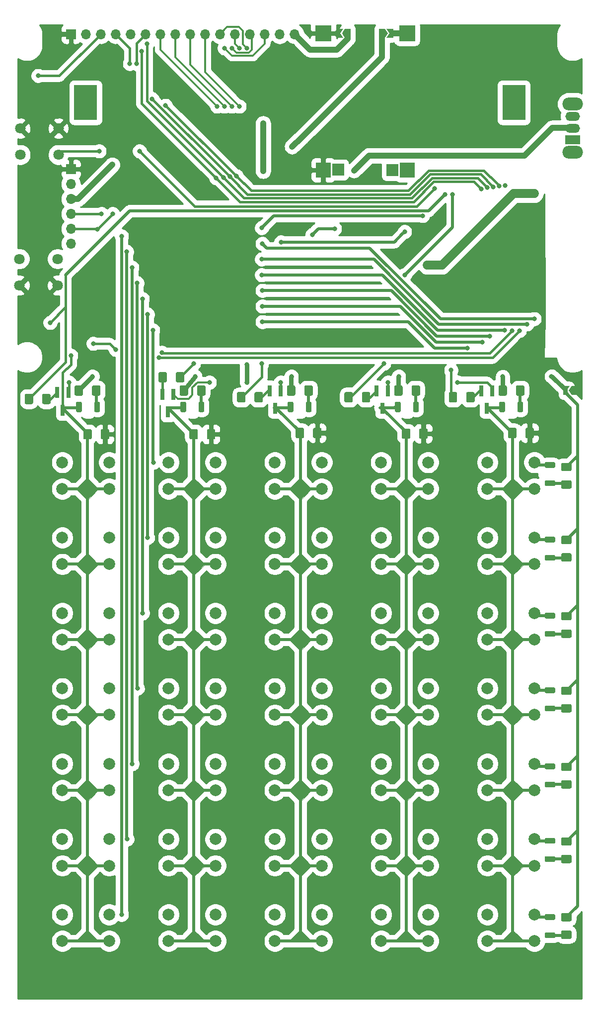
<source format=gbl>
G04 #@! TF.GenerationSoftware,KiCad,Pcbnew,(5.1.2)-1*
G04 #@! TF.CreationDate,2020-06-25T14:26:39+02:00*
G04 #@! TF.ProjectId,projet,70726f6a-6574-42e6-9b69-6361645f7063,rev?*
G04 #@! TF.SameCoordinates,Original*
G04 #@! TF.FileFunction,Copper,L2,Bot*
G04 #@! TF.FilePolarity,Positive*
%FSLAX46Y46*%
G04 Gerber Fmt 4.6, Leading zero omitted, Abs format (unit mm)*
G04 Created by KiCad (PCBNEW (5.1.2)-1) date 2020-06-25 14:26:39*
%MOMM*%
%LPD*%
G04 APERTURE LIST*
%ADD10C,0.100000*%
%ADD11C,0.300000*%
%ADD12C,1.425000*%
%ADD13R,0.800000X1.900000*%
%ADD14C,2.000000*%
%ADD15R,4.000000X6.000000*%
%ADD16O,3.500000X2.200000*%
%ADD17O,2.500000X1.500000*%
%ADD18R,2.500000X1.500000*%
%ADD19O,1.700000X1.700000*%
%ADD20R,1.700000X1.700000*%
%ADD21C,1.800000*%
%ADD22R,2.500000X2.500000*%
%ADD23R,2.000000X2.000000*%
%ADD24R,2.700000X2.700000*%
%ADD25C,0.950000*%
%ADD26C,0.410000*%
%ADD27C,0.800000*%
%ADD28C,1.000000*%
%ADD29C,0.800000*%
%ADD30C,0.400000*%
%ADD31C,1.000000*%
%ADD32C,0.500000*%
%ADD33C,1.500000*%
%ADD34C,0.300000*%
%ADD35C,0.254000*%
G04 APERTURE END LIST*
D10*
G36*
X139700000Y-165862000D02*
G01*
X137795000Y-167767000D01*
X135890000Y-165862000D01*
X137795000Y-163957000D01*
X139700000Y-165862000D01*
G37*
X139700000Y-165862000D02*
X137795000Y-167767000D01*
X135890000Y-165862000D01*
X137795000Y-163957000D01*
X139700000Y-165862000D01*
G36*
X139700000Y-178689000D02*
G01*
X135890000Y-178689000D01*
X137795000Y-176784000D01*
X139700000Y-178689000D01*
G37*
X139700000Y-178689000D02*
X135890000Y-178689000D01*
X137795000Y-176784000D01*
X139700000Y-178689000D01*
G36*
X139700000Y-101727000D02*
G01*
X137795000Y-103632000D01*
X135890000Y-101727000D01*
X137795000Y-99822000D01*
X139700000Y-101727000D01*
G37*
X139700000Y-101727000D02*
X137795000Y-103632000D01*
X135890000Y-101727000D01*
X137795000Y-99822000D01*
X139700000Y-101727000D01*
G36*
X139700000Y-114554000D02*
G01*
X137795000Y-116459000D01*
X135890000Y-114554000D01*
X137795000Y-112649000D01*
X139700000Y-114554000D01*
G37*
X139700000Y-114554000D02*
X137795000Y-116459000D01*
X135890000Y-114554000D01*
X137795000Y-112649000D01*
X139700000Y-114554000D01*
G36*
X139700000Y-127381000D02*
G01*
X137795000Y-129286000D01*
X135890000Y-127381000D01*
X137795000Y-125476000D01*
X139700000Y-127381000D01*
G37*
X139700000Y-127381000D02*
X137795000Y-129286000D01*
X135890000Y-127381000D01*
X137795000Y-125476000D01*
X139700000Y-127381000D01*
G36*
X139700000Y-140208000D02*
G01*
X137795000Y-142113000D01*
X135890000Y-140208000D01*
X137795000Y-138303000D01*
X139700000Y-140208000D01*
G37*
X139700000Y-140208000D02*
X137795000Y-142113000D01*
X135890000Y-140208000D01*
X137795000Y-138303000D01*
X139700000Y-140208000D01*
G36*
X139700000Y-153035000D02*
G01*
X137795000Y-154940000D01*
X135890000Y-153035000D01*
X137795000Y-151130000D01*
X139700000Y-153035000D01*
G37*
X139700000Y-153035000D02*
X137795000Y-154940000D01*
X135890000Y-153035000D01*
X137795000Y-151130000D01*
X139700000Y-153035000D01*
G36*
X121539000Y-165862000D02*
G01*
X119634000Y-167767000D01*
X117729000Y-165862000D01*
X119634000Y-163957000D01*
X121539000Y-165862000D01*
G37*
X121539000Y-165862000D02*
X119634000Y-167767000D01*
X117729000Y-165862000D01*
X119634000Y-163957000D01*
X121539000Y-165862000D01*
G36*
X121539000Y-178689000D02*
G01*
X117729000Y-178689000D01*
X119634000Y-176784000D01*
X121539000Y-178689000D01*
G37*
X121539000Y-178689000D02*
X117729000Y-178689000D01*
X119634000Y-176784000D01*
X121539000Y-178689000D01*
G36*
X121539000Y-101727000D02*
G01*
X119634000Y-103632000D01*
X117729000Y-101727000D01*
X119634000Y-99822000D01*
X121539000Y-101727000D01*
G37*
X121539000Y-101727000D02*
X119634000Y-103632000D01*
X117729000Y-101727000D01*
X119634000Y-99822000D01*
X121539000Y-101727000D01*
G36*
X121539000Y-114554000D02*
G01*
X119634000Y-116459000D01*
X117729000Y-114554000D01*
X119634000Y-112649000D01*
X121539000Y-114554000D01*
G37*
X121539000Y-114554000D02*
X119634000Y-116459000D01*
X117729000Y-114554000D01*
X119634000Y-112649000D01*
X121539000Y-114554000D01*
G36*
X121539000Y-127381000D02*
G01*
X119634000Y-129286000D01*
X117729000Y-127381000D01*
X119634000Y-125476000D01*
X121539000Y-127381000D01*
G37*
X121539000Y-127381000D02*
X119634000Y-129286000D01*
X117729000Y-127381000D01*
X119634000Y-125476000D01*
X121539000Y-127381000D01*
G36*
X121539000Y-140208000D02*
G01*
X119634000Y-142113000D01*
X117729000Y-140208000D01*
X119634000Y-138303000D01*
X121539000Y-140208000D01*
G37*
X121539000Y-140208000D02*
X119634000Y-142113000D01*
X117729000Y-140208000D01*
X119634000Y-138303000D01*
X121539000Y-140208000D01*
G36*
X121539000Y-153035000D02*
G01*
X119634000Y-154940000D01*
X117729000Y-153035000D01*
X119634000Y-151130000D01*
X121539000Y-153035000D01*
G37*
X121539000Y-153035000D02*
X119634000Y-154940000D01*
X117729000Y-153035000D01*
X119634000Y-151130000D01*
X121539000Y-153035000D01*
G36*
X103505000Y-165862000D02*
G01*
X101600000Y-167767000D01*
X99695000Y-165862000D01*
X101600000Y-163957000D01*
X103505000Y-165862000D01*
G37*
X103505000Y-165862000D02*
X101600000Y-167767000D01*
X99695000Y-165862000D01*
X101600000Y-163957000D01*
X103505000Y-165862000D01*
G36*
X103505000Y-178689000D02*
G01*
X99695000Y-178689000D01*
X101600000Y-176784000D01*
X103505000Y-178689000D01*
G37*
X103505000Y-178689000D02*
X99695000Y-178689000D01*
X101600000Y-176784000D01*
X103505000Y-178689000D01*
G36*
X103505000Y-101727000D02*
G01*
X101600000Y-103632000D01*
X99695000Y-101727000D01*
X101600000Y-99822000D01*
X103505000Y-101727000D01*
G37*
X103505000Y-101727000D02*
X101600000Y-103632000D01*
X99695000Y-101727000D01*
X101600000Y-99822000D01*
X103505000Y-101727000D01*
G36*
X103505000Y-114554000D02*
G01*
X101600000Y-116459000D01*
X99695000Y-114554000D01*
X101600000Y-112649000D01*
X103505000Y-114554000D01*
G37*
X103505000Y-114554000D02*
X101600000Y-116459000D01*
X99695000Y-114554000D01*
X101600000Y-112649000D01*
X103505000Y-114554000D01*
G36*
X103505000Y-127381000D02*
G01*
X101600000Y-129286000D01*
X99695000Y-127381000D01*
X101600000Y-125476000D01*
X103505000Y-127381000D01*
G37*
X103505000Y-127381000D02*
X101600000Y-129286000D01*
X99695000Y-127381000D01*
X101600000Y-125476000D01*
X103505000Y-127381000D01*
G36*
X103505000Y-140208000D02*
G01*
X101600000Y-142113000D01*
X99695000Y-140208000D01*
X101600000Y-138303000D01*
X103505000Y-140208000D01*
G37*
X103505000Y-140208000D02*
X101600000Y-142113000D01*
X99695000Y-140208000D01*
X101600000Y-138303000D01*
X103505000Y-140208000D01*
G36*
X103505000Y-153035000D02*
G01*
X101600000Y-154940000D01*
X99695000Y-153035000D01*
X101600000Y-151130000D01*
X103505000Y-153035000D01*
G37*
X103505000Y-153035000D02*
X101600000Y-154940000D01*
X99695000Y-153035000D01*
X101600000Y-151130000D01*
X103505000Y-153035000D01*
G36*
X85344000Y-165862000D02*
G01*
X83439000Y-167767000D01*
X81534000Y-165862000D01*
X83439000Y-163957000D01*
X85344000Y-165862000D01*
G37*
X85344000Y-165862000D02*
X83439000Y-167767000D01*
X81534000Y-165862000D01*
X83439000Y-163957000D01*
X85344000Y-165862000D01*
G36*
X85344000Y-178689000D02*
G01*
X81534000Y-178689000D01*
X83439000Y-176784000D01*
X85344000Y-178689000D01*
G37*
X85344000Y-178689000D02*
X81534000Y-178689000D01*
X83439000Y-176784000D01*
X85344000Y-178689000D01*
G36*
X85344000Y-101727000D02*
G01*
X83439000Y-103632000D01*
X81534000Y-101727000D01*
X83439000Y-99822000D01*
X85344000Y-101727000D01*
G37*
X85344000Y-101727000D02*
X83439000Y-103632000D01*
X81534000Y-101727000D01*
X83439000Y-99822000D01*
X85344000Y-101727000D01*
G36*
X85344000Y-114554000D02*
G01*
X83439000Y-116459000D01*
X81534000Y-114554000D01*
X83439000Y-112649000D01*
X85344000Y-114554000D01*
G37*
X85344000Y-114554000D02*
X83439000Y-116459000D01*
X81534000Y-114554000D01*
X83439000Y-112649000D01*
X85344000Y-114554000D01*
G36*
X85344000Y-127381000D02*
G01*
X83439000Y-129286000D01*
X81534000Y-127381000D01*
X83439000Y-125476000D01*
X85344000Y-127381000D01*
G37*
X85344000Y-127381000D02*
X83439000Y-129286000D01*
X81534000Y-127381000D01*
X83439000Y-125476000D01*
X85344000Y-127381000D01*
G36*
X85344000Y-140208000D02*
G01*
X83439000Y-142113000D01*
X81534000Y-140208000D01*
X83439000Y-138303000D01*
X85344000Y-140208000D01*
G37*
X85344000Y-140208000D02*
X83439000Y-142113000D01*
X81534000Y-140208000D01*
X83439000Y-138303000D01*
X85344000Y-140208000D01*
G36*
X85344000Y-153035000D02*
G01*
X83439000Y-154940000D01*
X81534000Y-153035000D01*
X83439000Y-151130000D01*
X85344000Y-153035000D01*
G37*
X85344000Y-153035000D02*
X83439000Y-154940000D01*
X81534000Y-153035000D01*
X83439000Y-151130000D01*
X85344000Y-153035000D01*
G36*
X67183000Y-101727000D02*
G01*
X65278000Y-103632000D01*
X63373000Y-101727000D01*
X65278000Y-99822000D01*
X67183000Y-101727000D01*
G37*
X67183000Y-101727000D02*
X65278000Y-103632000D01*
X63373000Y-101727000D01*
X65278000Y-99822000D01*
X67183000Y-101727000D01*
G36*
X67183000Y-114554000D02*
G01*
X65278000Y-116459000D01*
X63373000Y-114554000D01*
X65278000Y-112649000D01*
X67183000Y-114554000D01*
G37*
X67183000Y-114554000D02*
X65278000Y-116459000D01*
X63373000Y-114554000D01*
X65278000Y-112649000D01*
X67183000Y-114554000D01*
G36*
X67183000Y-127381000D02*
G01*
X65278000Y-129286000D01*
X63373000Y-127381000D01*
X65278000Y-125476000D01*
X67183000Y-127381000D01*
G37*
X67183000Y-127381000D02*
X65278000Y-129286000D01*
X63373000Y-127381000D01*
X65278000Y-125476000D01*
X67183000Y-127381000D01*
G36*
X67183000Y-140208000D02*
G01*
X65278000Y-142113000D01*
X63373000Y-140208000D01*
X65278000Y-138303000D01*
X67183000Y-140208000D01*
G37*
X67183000Y-140208000D02*
X65278000Y-142113000D01*
X63373000Y-140208000D01*
X65278000Y-138303000D01*
X67183000Y-140208000D01*
G36*
X67183000Y-153035000D02*
G01*
X65278000Y-154940000D01*
X63373000Y-153035000D01*
X65278000Y-151130000D01*
X67183000Y-153035000D01*
G37*
X67183000Y-153035000D02*
X65278000Y-154940000D01*
X63373000Y-153035000D01*
X65278000Y-151130000D01*
X67183000Y-153035000D01*
G36*
X67183000Y-165862000D02*
G01*
X65278000Y-167767000D01*
X63373000Y-165862000D01*
X65278000Y-163957000D01*
X67183000Y-165862000D01*
G37*
X67183000Y-165862000D02*
X65278000Y-167767000D01*
X63373000Y-165862000D01*
X65278000Y-163957000D01*
X67183000Y-165862000D01*
G36*
X67183000Y-178689000D02*
G01*
X63373000Y-178689000D01*
X65278000Y-176784000D01*
X67183000Y-178689000D01*
G37*
X67183000Y-178689000D02*
X63373000Y-178689000D01*
X65278000Y-176784000D01*
X67183000Y-178689000D01*
D11*
X109691000Y-24130000D03*
D10*
G36*
X108691000Y-24130000D02*
G01*
X109191000Y-23380000D01*
X110191000Y-23380000D01*
X110191000Y-24880000D01*
X109191000Y-24880000D01*
X108691000Y-24130000D01*
X108691000Y-24130000D01*
G37*
D11*
X108241000Y-24130000D03*
D10*
G36*
X107741000Y-23380000D02*
G01*
X108891000Y-23380000D01*
X108391000Y-24130000D01*
X108891000Y-24880000D01*
X107741000Y-24880000D01*
X107741000Y-23380000D01*
X107741000Y-23380000D01*
G37*
G36*
X104974504Y-91326204D02*
G01*
X104998773Y-91329804D01*
X105022571Y-91335765D01*
X105045671Y-91344030D01*
X105067849Y-91354520D01*
X105088893Y-91367133D01*
X105108598Y-91381747D01*
X105126777Y-91398223D01*
X105143253Y-91416402D01*
X105157867Y-91436107D01*
X105170480Y-91457151D01*
X105180970Y-91479329D01*
X105189235Y-91502429D01*
X105195196Y-91526227D01*
X105198796Y-91550496D01*
X105200000Y-91575000D01*
X105200000Y-92825000D01*
X105198796Y-92849504D01*
X105195196Y-92873773D01*
X105189235Y-92897571D01*
X105180970Y-92920671D01*
X105170480Y-92942849D01*
X105157867Y-92963893D01*
X105143253Y-92983598D01*
X105126777Y-93001777D01*
X105108598Y-93018253D01*
X105088893Y-93032867D01*
X105067849Y-93045480D01*
X105045671Y-93055970D01*
X105022571Y-93064235D01*
X104998773Y-93070196D01*
X104974504Y-93073796D01*
X104950000Y-93075000D01*
X104025000Y-93075000D01*
X104000496Y-93073796D01*
X103976227Y-93070196D01*
X103952429Y-93064235D01*
X103929329Y-93055970D01*
X103907151Y-93045480D01*
X103886107Y-93032867D01*
X103866402Y-93018253D01*
X103848223Y-93001777D01*
X103831747Y-92983598D01*
X103817133Y-92963893D01*
X103804520Y-92942849D01*
X103794030Y-92920671D01*
X103785765Y-92897571D01*
X103779804Y-92873773D01*
X103776204Y-92849504D01*
X103775000Y-92825000D01*
X103775000Y-91575000D01*
X103776204Y-91550496D01*
X103779804Y-91526227D01*
X103785765Y-91502429D01*
X103794030Y-91479329D01*
X103804520Y-91457151D01*
X103817133Y-91436107D01*
X103831747Y-91416402D01*
X103848223Y-91398223D01*
X103866402Y-91381747D01*
X103886107Y-91367133D01*
X103907151Y-91354520D01*
X103929329Y-91344030D01*
X103952429Y-91335765D01*
X103976227Y-91329804D01*
X104000496Y-91326204D01*
X104025000Y-91325000D01*
X104950000Y-91325000D01*
X104974504Y-91326204D01*
X104974504Y-91326204D01*
G37*
D12*
X104487500Y-92200000D03*
D10*
G36*
X101999504Y-91326204D02*
G01*
X102023773Y-91329804D01*
X102047571Y-91335765D01*
X102070671Y-91344030D01*
X102092849Y-91354520D01*
X102113893Y-91367133D01*
X102133598Y-91381747D01*
X102151777Y-91398223D01*
X102168253Y-91416402D01*
X102182867Y-91436107D01*
X102195480Y-91457151D01*
X102205970Y-91479329D01*
X102214235Y-91502429D01*
X102220196Y-91526227D01*
X102223796Y-91550496D01*
X102225000Y-91575000D01*
X102225000Y-92825000D01*
X102223796Y-92849504D01*
X102220196Y-92873773D01*
X102214235Y-92897571D01*
X102205970Y-92920671D01*
X102195480Y-92942849D01*
X102182867Y-92963893D01*
X102168253Y-92983598D01*
X102151777Y-93001777D01*
X102133598Y-93018253D01*
X102113893Y-93032867D01*
X102092849Y-93045480D01*
X102070671Y-93055970D01*
X102047571Y-93064235D01*
X102023773Y-93070196D01*
X101999504Y-93073796D01*
X101975000Y-93075000D01*
X101050000Y-93075000D01*
X101025496Y-93073796D01*
X101001227Y-93070196D01*
X100977429Y-93064235D01*
X100954329Y-93055970D01*
X100932151Y-93045480D01*
X100911107Y-93032867D01*
X100891402Y-93018253D01*
X100873223Y-93001777D01*
X100856747Y-92983598D01*
X100842133Y-92963893D01*
X100829520Y-92942849D01*
X100819030Y-92920671D01*
X100810765Y-92897571D01*
X100804804Y-92873773D01*
X100801204Y-92849504D01*
X100800000Y-92825000D01*
X100800000Y-91575000D01*
X100801204Y-91550496D01*
X100804804Y-91526227D01*
X100810765Y-91502429D01*
X100819030Y-91479329D01*
X100829520Y-91457151D01*
X100842133Y-91436107D01*
X100856747Y-91416402D01*
X100873223Y-91398223D01*
X100891402Y-91381747D01*
X100911107Y-91367133D01*
X100932151Y-91354520D01*
X100954329Y-91344030D01*
X100977429Y-91335765D01*
X101001227Y-91329804D01*
X101025496Y-91326204D01*
X101050000Y-91325000D01*
X101975000Y-91325000D01*
X101999504Y-91326204D01*
X101999504Y-91326204D01*
G37*
D12*
X101512500Y-92200000D03*
D10*
G36*
X94987004Y-85226204D02*
G01*
X95011273Y-85229804D01*
X95035071Y-85235765D01*
X95058171Y-85244030D01*
X95080349Y-85254520D01*
X95101393Y-85267133D01*
X95121098Y-85281747D01*
X95139277Y-85298223D01*
X95155753Y-85316402D01*
X95170367Y-85336107D01*
X95182980Y-85357151D01*
X95193470Y-85379329D01*
X95201735Y-85402429D01*
X95207696Y-85426227D01*
X95211296Y-85450496D01*
X95212500Y-85475000D01*
X95212500Y-86725000D01*
X95211296Y-86749504D01*
X95207696Y-86773773D01*
X95201735Y-86797571D01*
X95193470Y-86820671D01*
X95182980Y-86842849D01*
X95170367Y-86863893D01*
X95155753Y-86883598D01*
X95139277Y-86901777D01*
X95121098Y-86918253D01*
X95101393Y-86932867D01*
X95080349Y-86945480D01*
X95058171Y-86955970D01*
X95035071Y-86964235D01*
X95011273Y-86970196D01*
X94987004Y-86973796D01*
X94962500Y-86975000D01*
X94037500Y-86975000D01*
X94012996Y-86973796D01*
X93988727Y-86970196D01*
X93964929Y-86964235D01*
X93941829Y-86955970D01*
X93919651Y-86945480D01*
X93898607Y-86932867D01*
X93878902Y-86918253D01*
X93860723Y-86901777D01*
X93844247Y-86883598D01*
X93829633Y-86863893D01*
X93817020Y-86842849D01*
X93806530Y-86820671D01*
X93798265Y-86797571D01*
X93792304Y-86773773D01*
X93788704Y-86749504D01*
X93787500Y-86725000D01*
X93787500Y-85475000D01*
X93788704Y-85450496D01*
X93792304Y-85426227D01*
X93798265Y-85402429D01*
X93806530Y-85379329D01*
X93817020Y-85357151D01*
X93829633Y-85336107D01*
X93844247Y-85316402D01*
X93860723Y-85298223D01*
X93878902Y-85281747D01*
X93898607Y-85267133D01*
X93919651Y-85254520D01*
X93941829Y-85244030D01*
X93964929Y-85235765D01*
X93988727Y-85229804D01*
X94012996Y-85226204D01*
X94037500Y-85225000D01*
X94962500Y-85225000D01*
X94987004Y-85226204D01*
X94987004Y-85226204D01*
G37*
D12*
X94500000Y-86100000D03*
D10*
G36*
X92012004Y-85226204D02*
G01*
X92036273Y-85229804D01*
X92060071Y-85235765D01*
X92083171Y-85244030D01*
X92105349Y-85254520D01*
X92126393Y-85267133D01*
X92146098Y-85281747D01*
X92164277Y-85298223D01*
X92180753Y-85316402D01*
X92195367Y-85336107D01*
X92207980Y-85357151D01*
X92218470Y-85379329D01*
X92226735Y-85402429D01*
X92232696Y-85426227D01*
X92236296Y-85450496D01*
X92237500Y-85475000D01*
X92237500Y-86725000D01*
X92236296Y-86749504D01*
X92232696Y-86773773D01*
X92226735Y-86797571D01*
X92218470Y-86820671D01*
X92207980Y-86842849D01*
X92195367Y-86863893D01*
X92180753Y-86883598D01*
X92164277Y-86901777D01*
X92146098Y-86918253D01*
X92126393Y-86932867D01*
X92105349Y-86945480D01*
X92083171Y-86955970D01*
X92060071Y-86964235D01*
X92036273Y-86970196D01*
X92012004Y-86973796D01*
X91987500Y-86975000D01*
X91062500Y-86975000D01*
X91037996Y-86973796D01*
X91013727Y-86970196D01*
X90989929Y-86964235D01*
X90966829Y-86955970D01*
X90944651Y-86945480D01*
X90923607Y-86932867D01*
X90903902Y-86918253D01*
X90885723Y-86901777D01*
X90869247Y-86883598D01*
X90854633Y-86863893D01*
X90842020Y-86842849D01*
X90831530Y-86820671D01*
X90823265Y-86797571D01*
X90817304Y-86773773D01*
X90813704Y-86749504D01*
X90812500Y-86725000D01*
X90812500Y-85475000D01*
X90813704Y-85450496D01*
X90817304Y-85426227D01*
X90823265Y-85402429D01*
X90831530Y-85379329D01*
X90842020Y-85357151D01*
X90854633Y-85336107D01*
X90869247Y-85316402D01*
X90885723Y-85298223D01*
X90903902Y-85281747D01*
X90923607Y-85267133D01*
X90944651Y-85254520D01*
X90966829Y-85244030D01*
X90989929Y-85235765D01*
X91013727Y-85229804D01*
X91037996Y-85226204D01*
X91062500Y-85225000D01*
X91987500Y-85225000D01*
X92012004Y-85226204D01*
X92012004Y-85226204D01*
G37*
D12*
X91525000Y-86100000D03*
D10*
G36*
X141174504Y-91326204D02*
G01*
X141198773Y-91329804D01*
X141222571Y-91335765D01*
X141245671Y-91344030D01*
X141267849Y-91354520D01*
X141288893Y-91367133D01*
X141308598Y-91381747D01*
X141326777Y-91398223D01*
X141343253Y-91416402D01*
X141357867Y-91436107D01*
X141370480Y-91457151D01*
X141380970Y-91479329D01*
X141389235Y-91502429D01*
X141395196Y-91526227D01*
X141398796Y-91550496D01*
X141400000Y-91575000D01*
X141400000Y-92825000D01*
X141398796Y-92849504D01*
X141395196Y-92873773D01*
X141389235Y-92897571D01*
X141380970Y-92920671D01*
X141370480Y-92942849D01*
X141357867Y-92963893D01*
X141343253Y-92983598D01*
X141326777Y-93001777D01*
X141308598Y-93018253D01*
X141288893Y-93032867D01*
X141267849Y-93045480D01*
X141245671Y-93055970D01*
X141222571Y-93064235D01*
X141198773Y-93070196D01*
X141174504Y-93073796D01*
X141150000Y-93075000D01*
X140225000Y-93075000D01*
X140200496Y-93073796D01*
X140176227Y-93070196D01*
X140152429Y-93064235D01*
X140129329Y-93055970D01*
X140107151Y-93045480D01*
X140086107Y-93032867D01*
X140066402Y-93018253D01*
X140048223Y-93001777D01*
X140031747Y-92983598D01*
X140017133Y-92963893D01*
X140004520Y-92942849D01*
X139994030Y-92920671D01*
X139985765Y-92897571D01*
X139979804Y-92873773D01*
X139976204Y-92849504D01*
X139975000Y-92825000D01*
X139975000Y-91575000D01*
X139976204Y-91550496D01*
X139979804Y-91526227D01*
X139985765Y-91502429D01*
X139994030Y-91479329D01*
X140004520Y-91457151D01*
X140017133Y-91436107D01*
X140031747Y-91416402D01*
X140048223Y-91398223D01*
X140066402Y-91381747D01*
X140086107Y-91367133D01*
X140107151Y-91354520D01*
X140129329Y-91344030D01*
X140152429Y-91335765D01*
X140176227Y-91329804D01*
X140200496Y-91326204D01*
X140225000Y-91325000D01*
X141150000Y-91325000D01*
X141174504Y-91326204D01*
X141174504Y-91326204D01*
G37*
D12*
X140687500Y-92200000D03*
D10*
G36*
X138199504Y-91326204D02*
G01*
X138223773Y-91329804D01*
X138247571Y-91335765D01*
X138270671Y-91344030D01*
X138292849Y-91354520D01*
X138313893Y-91367133D01*
X138333598Y-91381747D01*
X138351777Y-91398223D01*
X138368253Y-91416402D01*
X138382867Y-91436107D01*
X138395480Y-91457151D01*
X138405970Y-91479329D01*
X138414235Y-91502429D01*
X138420196Y-91526227D01*
X138423796Y-91550496D01*
X138425000Y-91575000D01*
X138425000Y-92825000D01*
X138423796Y-92849504D01*
X138420196Y-92873773D01*
X138414235Y-92897571D01*
X138405970Y-92920671D01*
X138395480Y-92942849D01*
X138382867Y-92963893D01*
X138368253Y-92983598D01*
X138351777Y-93001777D01*
X138333598Y-93018253D01*
X138313893Y-93032867D01*
X138292849Y-93045480D01*
X138270671Y-93055970D01*
X138247571Y-93064235D01*
X138223773Y-93070196D01*
X138199504Y-93073796D01*
X138175000Y-93075000D01*
X137250000Y-93075000D01*
X137225496Y-93073796D01*
X137201227Y-93070196D01*
X137177429Y-93064235D01*
X137154329Y-93055970D01*
X137132151Y-93045480D01*
X137111107Y-93032867D01*
X137091402Y-93018253D01*
X137073223Y-93001777D01*
X137056747Y-92983598D01*
X137042133Y-92963893D01*
X137029520Y-92942849D01*
X137019030Y-92920671D01*
X137010765Y-92897571D01*
X137004804Y-92873773D01*
X137001204Y-92849504D01*
X137000000Y-92825000D01*
X137000000Y-91575000D01*
X137001204Y-91550496D01*
X137004804Y-91526227D01*
X137010765Y-91502429D01*
X137019030Y-91479329D01*
X137029520Y-91457151D01*
X137042133Y-91436107D01*
X137056747Y-91416402D01*
X137073223Y-91398223D01*
X137091402Y-91381747D01*
X137111107Y-91367133D01*
X137132151Y-91354520D01*
X137154329Y-91344030D01*
X137177429Y-91335765D01*
X137201227Y-91329804D01*
X137225496Y-91326204D01*
X137250000Y-91325000D01*
X138175000Y-91325000D01*
X138199504Y-91326204D01*
X138199504Y-91326204D01*
G37*
D12*
X137712500Y-92200000D03*
D10*
G36*
X131074504Y-85226204D02*
G01*
X131098773Y-85229804D01*
X131122571Y-85235765D01*
X131145671Y-85244030D01*
X131167849Y-85254520D01*
X131188893Y-85267133D01*
X131208598Y-85281747D01*
X131226777Y-85298223D01*
X131243253Y-85316402D01*
X131257867Y-85336107D01*
X131270480Y-85357151D01*
X131280970Y-85379329D01*
X131289235Y-85402429D01*
X131295196Y-85426227D01*
X131298796Y-85450496D01*
X131300000Y-85475000D01*
X131300000Y-86725000D01*
X131298796Y-86749504D01*
X131295196Y-86773773D01*
X131289235Y-86797571D01*
X131280970Y-86820671D01*
X131270480Y-86842849D01*
X131257867Y-86863893D01*
X131243253Y-86883598D01*
X131226777Y-86901777D01*
X131208598Y-86918253D01*
X131188893Y-86932867D01*
X131167849Y-86945480D01*
X131145671Y-86955970D01*
X131122571Y-86964235D01*
X131098773Y-86970196D01*
X131074504Y-86973796D01*
X131050000Y-86975000D01*
X130125000Y-86975000D01*
X130100496Y-86973796D01*
X130076227Y-86970196D01*
X130052429Y-86964235D01*
X130029329Y-86955970D01*
X130007151Y-86945480D01*
X129986107Y-86932867D01*
X129966402Y-86918253D01*
X129948223Y-86901777D01*
X129931747Y-86883598D01*
X129917133Y-86863893D01*
X129904520Y-86842849D01*
X129894030Y-86820671D01*
X129885765Y-86797571D01*
X129879804Y-86773773D01*
X129876204Y-86749504D01*
X129875000Y-86725000D01*
X129875000Y-85475000D01*
X129876204Y-85450496D01*
X129879804Y-85426227D01*
X129885765Y-85402429D01*
X129894030Y-85379329D01*
X129904520Y-85357151D01*
X129917133Y-85336107D01*
X129931747Y-85316402D01*
X129948223Y-85298223D01*
X129966402Y-85281747D01*
X129986107Y-85267133D01*
X130007151Y-85254520D01*
X130029329Y-85244030D01*
X130052429Y-85235765D01*
X130076227Y-85229804D01*
X130100496Y-85226204D01*
X130125000Y-85225000D01*
X131050000Y-85225000D01*
X131074504Y-85226204D01*
X131074504Y-85226204D01*
G37*
D12*
X130587500Y-86100000D03*
D10*
G36*
X128099504Y-85226204D02*
G01*
X128123773Y-85229804D01*
X128147571Y-85235765D01*
X128170671Y-85244030D01*
X128192849Y-85254520D01*
X128213893Y-85267133D01*
X128233598Y-85281747D01*
X128251777Y-85298223D01*
X128268253Y-85316402D01*
X128282867Y-85336107D01*
X128295480Y-85357151D01*
X128305970Y-85379329D01*
X128314235Y-85402429D01*
X128320196Y-85426227D01*
X128323796Y-85450496D01*
X128325000Y-85475000D01*
X128325000Y-86725000D01*
X128323796Y-86749504D01*
X128320196Y-86773773D01*
X128314235Y-86797571D01*
X128305970Y-86820671D01*
X128295480Y-86842849D01*
X128282867Y-86863893D01*
X128268253Y-86883598D01*
X128251777Y-86901777D01*
X128233598Y-86918253D01*
X128213893Y-86932867D01*
X128192849Y-86945480D01*
X128170671Y-86955970D01*
X128147571Y-86964235D01*
X128123773Y-86970196D01*
X128099504Y-86973796D01*
X128075000Y-86975000D01*
X127150000Y-86975000D01*
X127125496Y-86973796D01*
X127101227Y-86970196D01*
X127077429Y-86964235D01*
X127054329Y-86955970D01*
X127032151Y-86945480D01*
X127011107Y-86932867D01*
X126991402Y-86918253D01*
X126973223Y-86901777D01*
X126956747Y-86883598D01*
X126942133Y-86863893D01*
X126929520Y-86842849D01*
X126919030Y-86820671D01*
X126910765Y-86797571D01*
X126904804Y-86773773D01*
X126901204Y-86749504D01*
X126900000Y-86725000D01*
X126900000Y-85475000D01*
X126901204Y-85450496D01*
X126904804Y-85426227D01*
X126910765Y-85402429D01*
X126919030Y-85379329D01*
X126929520Y-85357151D01*
X126942133Y-85336107D01*
X126956747Y-85316402D01*
X126973223Y-85298223D01*
X126991402Y-85281747D01*
X127011107Y-85267133D01*
X127032151Y-85254520D01*
X127054329Y-85244030D01*
X127077429Y-85235765D01*
X127101227Y-85229804D01*
X127125496Y-85226204D01*
X127150000Y-85225000D01*
X128075000Y-85225000D01*
X128099504Y-85226204D01*
X128099504Y-85226204D01*
G37*
D12*
X127612500Y-86100000D03*
D10*
G36*
X86862004Y-91526204D02*
G01*
X86886273Y-91529804D01*
X86910071Y-91535765D01*
X86933171Y-91544030D01*
X86955349Y-91554520D01*
X86976393Y-91567133D01*
X86996098Y-91581747D01*
X87014277Y-91598223D01*
X87030753Y-91616402D01*
X87045367Y-91636107D01*
X87057980Y-91657151D01*
X87068470Y-91679329D01*
X87076735Y-91702429D01*
X87082696Y-91726227D01*
X87086296Y-91750496D01*
X87087500Y-91775000D01*
X87087500Y-93025000D01*
X87086296Y-93049504D01*
X87082696Y-93073773D01*
X87076735Y-93097571D01*
X87068470Y-93120671D01*
X87057980Y-93142849D01*
X87045367Y-93163893D01*
X87030753Y-93183598D01*
X87014277Y-93201777D01*
X86996098Y-93218253D01*
X86976393Y-93232867D01*
X86955349Y-93245480D01*
X86933171Y-93255970D01*
X86910071Y-93264235D01*
X86886273Y-93270196D01*
X86862004Y-93273796D01*
X86837500Y-93275000D01*
X85912500Y-93275000D01*
X85887996Y-93273796D01*
X85863727Y-93270196D01*
X85839929Y-93264235D01*
X85816829Y-93255970D01*
X85794651Y-93245480D01*
X85773607Y-93232867D01*
X85753902Y-93218253D01*
X85735723Y-93201777D01*
X85719247Y-93183598D01*
X85704633Y-93163893D01*
X85692020Y-93142849D01*
X85681530Y-93120671D01*
X85673265Y-93097571D01*
X85667304Y-93073773D01*
X85663704Y-93049504D01*
X85662500Y-93025000D01*
X85662500Y-91775000D01*
X85663704Y-91750496D01*
X85667304Y-91726227D01*
X85673265Y-91702429D01*
X85681530Y-91679329D01*
X85692020Y-91657151D01*
X85704633Y-91636107D01*
X85719247Y-91616402D01*
X85735723Y-91598223D01*
X85753902Y-91581747D01*
X85773607Y-91567133D01*
X85794651Y-91554520D01*
X85816829Y-91544030D01*
X85839929Y-91535765D01*
X85863727Y-91529804D01*
X85887996Y-91526204D01*
X85912500Y-91525000D01*
X86837500Y-91525000D01*
X86862004Y-91526204D01*
X86862004Y-91526204D01*
G37*
D12*
X86375000Y-92400000D03*
D10*
G36*
X83887004Y-91526204D02*
G01*
X83911273Y-91529804D01*
X83935071Y-91535765D01*
X83958171Y-91544030D01*
X83980349Y-91554520D01*
X84001393Y-91567133D01*
X84021098Y-91581747D01*
X84039277Y-91598223D01*
X84055753Y-91616402D01*
X84070367Y-91636107D01*
X84082980Y-91657151D01*
X84093470Y-91679329D01*
X84101735Y-91702429D01*
X84107696Y-91726227D01*
X84111296Y-91750496D01*
X84112500Y-91775000D01*
X84112500Y-93025000D01*
X84111296Y-93049504D01*
X84107696Y-93073773D01*
X84101735Y-93097571D01*
X84093470Y-93120671D01*
X84082980Y-93142849D01*
X84070367Y-93163893D01*
X84055753Y-93183598D01*
X84039277Y-93201777D01*
X84021098Y-93218253D01*
X84001393Y-93232867D01*
X83980349Y-93245480D01*
X83958171Y-93255970D01*
X83935071Y-93264235D01*
X83911273Y-93270196D01*
X83887004Y-93273796D01*
X83862500Y-93275000D01*
X82937500Y-93275000D01*
X82912996Y-93273796D01*
X82888727Y-93270196D01*
X82864929Y-93264235D01*
X82841829Y-93255970D01*
X82819651Y-93245480D01*
X82798607Y-93232867D01*
X82778902Y-93218253D01*
X82760723Y-93201777D01*
X82744247Y-93183598D01*
X82729633Y-93163893D01*
X82717020Y-93142849D01*
X82706530Y-93120671D01*
X82698265Y-93097571D01*
X82692304Y-93073773D01*
X82688704Y-93049504D01*
X82687500Y-93025000D01*
X82687500Y-91775000D01*
X82688704Y-91750496D01*
X82692304Y-91726227D01*
X82698265Y-91702429D01*
X82706530Y-91679329D01*
X82717020Y-91657151D01*
X82729633Y-91636107D01*
X82744247Y-91616402D01*
X82760723Y-91598223D01*
X82778902Y-91581747D01*
X82798607Y-91567133D01*
X82819651Y-91554520D01*
X82841829Y-91544030D01*
X82864929Y-91535765D01*
X82888727Y-91529804D01*
X82912996Y-91526204D01*
X82937500Y-91525000D01*
X83862500Y-91525000D01*
X83887004Y-91526204D01*
X83887004Y-91526204D01*
G37*
D12*
X83400000Y-92400000D03*
D10*
G36*
X78612004Y-81826204D02*
G01*
X78636273Y-81829804D01*
X78660071Y-81835765D01*
X78683171Y-81844030D01*
X78705349Y-81854520D01*
X78726393Y-81867133D01*
X78746098Y-81881747D01*
X78764277Y-81898223D01*
X78780753Y-81916402D01*
X78795367Y-81936107D01*
X78807980Y-81957151D01*
X78818470Y-81979329D01*
X78826735Y-82002429D01*
X78832696Y-82026227D01*
X78836296Y-82050496D01*
X78837500Y-82075000D01*
X78837500Y-83325000D01*
X78836296Y-83349504D01*
X78832696Y-83373773D01*
X78826735Y-83397571D01*
X78818470Y-83420671D01*
X78807980Y-83442849D01*
X78795367Y-83463893D01*
X78780753Y-83483598D01*
X78764277Y-83501777D01*
X78746098Y-83518253D01*
X78726393Y-83532867D01*
X78705349Y-83545480D01*
X78683171Y-83555970D01*
X78660071Y-83564235D01*
X78636273Y-83570196D01*
X78612004Y-83573796D01*
X78587500Y-83575000D01*
X77662500Y-83575000D01*
X77637996Y-83573796D01*
X77613727Y-83570196D01*
X77589929Y-83564235D01*
X77566829Y-83555970D01*
X77544651Y-83545480D01*
X77523607Y-83532867D01*
X77503902Y-83518253D01*
X77485723Y-83501777D01*
X77469247Y-83483598D01*
X77454633Y-83463893D01*
X77442020Y-83442849D01*
X77431530Y-83420671D01*
X77423265Y-83397571D01*
X77417304Y-83373773D01*
X77413704Y-83349504D01*
X77412500Y-83325000D01*
X77412500Y-82075000D01*
X77413704Y-82050496D01*
X77417304Y-82026227D01*
X77423265Y-82002429D01*
X77431530Y-81979329D01*
X77442020Y-81957151D01*
X77454633Y-81936107D01*
X77469247Y-81916402D01*
X77485723Y-81898223D01*
X77503902Y-81881747D01*
X77523607Y-81867133D01*
X77544651Y-81854520D01*
X77566829Y-81844030D01*
X77589929Y-81835765D01*
X77613727Y-81829804D01*
X77637996Y-81826204D01*
X77662500Y-81825000D01*
X78587500Y-81825000D01*
X78612004Y-81826204D01*
X78612004Y-81826204D01*
G37*
D12*
X78125000Y-82700000D03*
D10*
G36*
X81587004Y-81826204D02*
G01*
X81611273Y-81829804D01*
X81635071Y-81835765D01*
X81658171Y-81844030D01*
X81680349Y-81854520D01*
X81701393Y-81867133D01*
X81721098Y-81881747D01*
X81739277Y-81898223D01*
X81755753Y-81916402D01*
X81770367Y-81936107D01*
X81782980Y-81957151D01*
X81793470Y-81979329D01*
X81801735Y-82002429D01*
X81807696Y-82026227D01*
X81811296Y-82050496D01*
X81812500Y-82075000D01*
X81812500Y-83325000D01*
X81811296Y-83349504D01*
X81807696Y-83373773D01*
X81801735Y-83397571D01*
X81793470Y-83420671D01*
X81782980Y-83442849D01*
X81770367Y-83463893D01*
X81755753Y-83483598D01*
X81739277Y-83501777D01*
X81721098Y-83518253D01*
X81701393Y-83532867D01*
X81680349Y-83545480D01*
X81658171Y-83555970D01*
X81635071Y-83564235D01*
X81611273Y-83570196D01*
X81587004Y-83573796D01*
X81562500Y-83575000D01*
X80637500Y-83575000D01*
X80612996Y-83573796D01*
X80588727Y-83570196D01*
X80564929Y-83564235D01*
X80541829Y-83555970D01*
X80519651Y-83545480D01*
X80498607Y-83532867D01*
X80478902Y-83518253D01*
X80460723Y-83501777D01*
X80444247Y-83483598D01*
X80429633Y-83463893D01*
X80417020Y-83442849D01*
X80406530Y-83420671D01*
X80398265Y-83397571D01*
X80392304Y-83373773D01*
X80388704Y-83349504D01*
X80387500Y-83325000D01*
X80387500Y-82075000D01*
X80388704Y-82050496D01*
X80392304Y-82026227D01*
X80398265Y-82002429D01*
X80406530Y-81979329D01*
X80417020Y-81957151D01*
X80429633Y-81936107D01*
X80444247Y-81916402D01*
X80460723Y-81898223D01*
X80478902Y-81881747D01*
X80498607Y-81867133D01*
X80519651Y-81854520D01*
X80541829Y-81844030D01*
X80564929Y-81835765D01*
X80588727Y-81829804D01*
X80612996Y-81826204D01*
X80637500Y-81825000D01*
X81562500Y-81825000D01*
X81587004Y-81826204D01*
X81587004Y-81826204D01*
G37*
D12*
X81100000Y-82700000D03*
D10*
G36*
X123074504Y-91426204D02*
G01*
X123098773Y-91429804D01*
X123122571Y-91435765D01*
X123145671Y-91444030D01*
X123167849Y-91454520D01*
X123188893Y-91467133D01*
X123208598Y-91481747D01*
X123226777Y-91498223D01*
X123243253Y-91516402D01*
X123257867Y-91536107D01*
X123270480Y-91557151D01*
X123280970Y-91579329D01*
X123289235Y-91602429D01*
X123295196Y-91626227D01*
X123298796Y-91650496D01*
X123300000Y-91675000D01*
X123300000Y-92925000D01*
X123298796Y-92949504D01*
X123295196Y-92973773D01*
X123289235Y-92997571D01*
X123280970Y-93020671D01*
X123270480Y-93042849D01*
X123257867Y-93063893D01*
X123243253Y-93083598D01*
X123226777Y-93101777D01*
X123208598Y-93118253D01*
X123188893Y-93132867D01*
X123167849Y-93145480D01*
X123145671Y-93155970D01*
X123122571Y-93164235D01*
X123098773Y-93170196D01*
X123074504Y-93173796D01*
X123050000Y-93175000D01*
X122125000Y-93175000D01*
X122100496Y-93173796D01*
X122076227Y-93170196D01*
X122052429Y-93164235D01*
X122029329Y-93155970D01*
X122007151Y-93145480D01*
X121986107Y-93132867D01*
X121966402Y-93118253D01*
X121948223Y-93101777D01*
X121931747Y-93083598D01*
X121917133Y-93063893D01*
X121904520Y-93042849D01*
X121894030Y-93020671D01*
X121885765Y-92997571D01*
X121879804Y-92973773D01*
X121876204Y-92949504D01*
X121875000Y-92925000D01*
X121875000Y-91675000D01*
X121876204Y-91650496D01*
X121879804Y-91626227D01*
X121885765Y-91602429D01*
X121894030Y-91579329D01*
X121904520Y-91557151D01*
X121917133Y-91536107D01*
X121931747Y-91516402D01*
X121948223Y-91498223D01*
X121966402Y-91481747D01*
X121986107Y-91467133D01*
X122007151Y-91454520D01*
X122029329Y-91444030D01*
X122052429Y-91435765D01*
X122076227Y-91429804D01*
X122100496Y-91426204D01*
X122125000Y-91425000D01*
X123050000Y-91425000D01*
X123074504Y-91426204D01*
X123074504Y-91426204D01*
G37*
D12*
X122587500Y-92300000D03*
D10*
G36*
X120099504Y-91426204D02*
G01*
X120123773Y-91429804D01*
X120147571Y-91435765D01*
X120170671Y-91444030D01*
X120192849Y-91454520D01*
X120213893Y-91467133D01*
X120233598Y-91481747D01*
X120251777Y-91498223D01*
X120268253Y-91516402D01*
X120282867Y-91536107D01*
X120295480Y-91557151D01*
X120305970Y-91579329D01*
X120314235Y-91602429D01*
X120320196Y-91626227D01*
X120323796Y-91650496D01*
X120325000Y-91675000D01*
X120325000Y-92925000D01*
X120323796Y-92949504D01*
X120320196Y-92973773D01*
X120314235Y-92997571D01*
X120305970Y-93020671D01*
X120295480Y-93042849D01*
X120282867Y-93063893D01*
X120268253Y-93083598D01*
X120251777Y-93101777D01*
X120233598Y-93118253D01*
X120213893Y-93132867D01*
X120192849Y-93145480D01*
X120170671Y-93155970D01*
X120147571Y-93164235D01*
X120123773Y-93170196D01*
X120099504Y-93173796D01*
X120075000Y-93175000D01*
X119150000Y-93175000D01*
X119125496Y-93173796D01*
X119101227Y-93170196D01*
X119077429Y-93164235D01*
X119054329Y-93155970D01*
X119032151Y-93145480D01*
X119011107Y-93132867D01*
X118991402Y-93118253D01*
X118973223Y-93101777D01*
X118956747Y-93083598D01*
X118942133Y-93063893D01*
X118929520Y-93042849D01*
X118919030Y-93020671D01*
X118910765Y-92997571D01*
X118904804Y-92973773D01*
X118901204Y-92949504D01*
X118900000Y-92925000D01*
X118900000Y-91675000D01*
X118901204Y-91650496D01*
X118904804Y-91626227D01*
X118910765Y-91602429D01*
X118919030Y-91579329D01*
X118929520Y-91557151D01*
X118942133Y-91536107D01*
X118956747Y-91516402D01*
X118973223Y-91498223D01*
X118991402Y-91481747D01*
X119011107Y-91467133D01*
X119032151Y-91454520D01*
X119054329Y-91444030D01*
X119077429Y-91435765D01*
X119101227Y-91429804D01*
X119125496Y-91426204D01*
X119150000Y-91425000D01*
X120075000Y-91425000D01*
X120099504Y-91426204D01*
X120099504Y-91426204D01*
G37*
D12*
X119612500Y-92300000D03*
D10*
G36*
X113287004Y-85226204D02*
G01*
X113311273Y-85229804D01*
X113335071Y-85235765D01*
X113358171Y-85244030D01*
X113380349Y-85254520D01*
X113401393Y-85267133D01*
X113421098Y-85281747D01*
X113439277Y-85298223D01*
X113455753Y-85316402D01*
X113470367Y-85336107D01*
X113482980Y-85357151D01*
X113493470Y-85379329D01*
X113501735Y-85402429D01*
X113507696Y-85426227D01*
X113511296Y-85450496D01*
X113512500Y-85475000D01*
X113512500Y-86725000D01*
X113511296Y-86749504D01*
X113507696Y-86773773D01*
X113501735Y-86797571D01*
X113493470Y-86820671D01*
X113482980Y-86842849D01*
X113470367Y-86863893D01*
X113455753Y-86883598D01*
X113439277Y-86901777D01*
X113421098Y-86918253D01*
X113401393Y-86932867D01*
X113380349Y-86945480D01*
X113358171Y-86955970D01*
X113335071Y-86964235D01*
X113311273Y-86970196D01*
X113287004Y-86973796D01*
X113262500Y-86975000D01*
X112337500Y-86975000D01*
X112312996Y-86973796D01*
X112288727Y-86970196D01*
X112264929Y-86964235D01*
X112241829Y-86955970D01*
X112219651Y-86945480D01*
X112198607Y-86932867D01*
X112178902Y-86918253D01*
X112160723Y-86901777D01*
X112144247Y-86883598D01*
X112129633Y-86863893D01*
X112117020Y-86842849D01*
X112106530Y-86820671D01*
X112098265Y-86797571D01*
X112092304Y-86773773D01*
X112088704Y-86749504D01*
X112087500Y-86725000D01*
X112087500Y-85475000D01*
X112088704Y-85450496D01*
X112092304Y-85426227D01*
X112098265Y-85402429D01*
X112106530Y-85379329D01*
X112117020Y-85357151D01*
X112129633Y-85336107D01*
X112144247Y-85316402D01*
X112160723Y-85298223D01*
X112178902Y-85281747D01*
X112198607Y-85267133D01*
X112219651Y-85254520D01*
X112241829Y-85244030D01*
X112264929Y-85235765D01*
X112288727Y-85229804D01*
X112312996Y-85226204D01*
X112337500Y-85225000D01*
X113262500Y-85225000D01*
X113287004Y-85226204D01*
X113287004Y-85226204D01*
G37*
D12*
X112800000Y-86100000D03*
D10*
G36*
X110312004Y-85226204D02*
G01*
X110336273Y-85229804D01*
X110360071Y-85235765D01*
X110383171Y-85244030D01*
X110405349Y-85254520D01*
X110426393Y-85267133D01*
X110446098Y-85281747D01*
X110464277Y-85298223D01*
X110480753Y-85316402D01*
X110495367Y-85336107D01*
X110507980Y-85357151D01*
X110518470Y-85379329D01*
X110526735Y-85402429D01*
X110532696Y-85426227D01*
X110536296Y-85450496D01*
X110537500Y-85475000D01*
X110537500Y-86725000D01*
X110536296Y-86749504D01*
X110532696Y-86773773D01*
X110526735Y-86797571D01*
X110518470Y-86820671D01*
X110507980Y-86842849D01*
X110495367Y-86863893D01*
X110480753Y-86883598D01*
X110464277Y-86901777D01*
X110446098Y-86918253D01*
X110426393Y-86932867D01*
X110405349Y-86945480D01*
X110383171Y-86955970D01*
X110360071Y-86964235D01*
X110336273Y-86970196D01*
X110312004Y-86973796D01*
X110287500Y-86975000D01*
X109362500Y-86975000D01*
X109337996Y-86973796D01*
X109313727Y-86970196D01*
X109289929Y-86964235D01*
X109266829Y-86955970D01*
X109244651Y-86945480D01*
X109223607Y-86932867D01*
X109203902Y-86918253D01*
X109185723Y-86901777D01*
X109169247Y-86883598D01*
X109154633Y-86863893D01*
X109142020Y-86842849D01*
X109131530Y-86820671D01*
X109123265Y-86797571D01*
X109117304Y-86773773D01*
X109113704Y-86749504D01*
X109112500Y-86725000D01*
X109112500Y-85475000D01*
X109113704Y-85450496D01*
X109117304Y-85426227D01*
X109123265Y-85402429D01*
X109131530Y-85379329D01*
X109142020Y-85357151D01*
X109154633Y-85336107D01*
X109169247Y-85316402D01*
X109185723Y-85298223D01*
X109203902Y-85281747D01*
X109223607Y-85267133D01*
X109244651Y-85254520D01*
X109266829Y-85244030D01*
X109289929Y-85235765D01*
X109313727Y-85229804D01*
X109337996Y-85226204D01*
X109362500Y-85225000D01*
X110287500Y-85225000D01*
X110312004Y-85226204D01*
X110312004Y-85226204D01*
G37*
D12*
X109825000Y-86100000D03*
D10*
G36*
X68774504Y-91526204D02*
G01*
X68798773Y-91529804D01*
X68822571Y-91535765D01*
X68845671Y-91544030D01*
X68867849Y-91554520D01*
X68888893Y-91567133D01*
X68908598Y-91581747D01*
X68926777Y-91598223D01*
X68943253Y-91616402D01*
X68957867Y-91636107D01*
X68970480Y-91657151D01*
X68980970Y-91679329D01*
X68989235Y-91702429D01*
X68995196Y-91726227D01*
X68998796Y-91750496D01*
X69000000Y-91775000D01*
X69000000Y-93025000D01*
X68998796Y-93049504D01*
X68995196Y-93073773D01*
X68989235Y-93097571D01*
X68980970Y-93120671D01*
X68970480Y-93142849D01*
X68957867Y-93163893D01*
X68943253Y-93183598D01*
X68926777Y-93201777D01*
X68908598Y-93218253D01*
X68888893Y-93232867D01*
X68867849Y-93245480D01*
X68845671Y-93255970D01*
X68822571Y-93264235D01*
X68798773Y-93270196D01*
X68774504Y-93273796D01*
X68750000Y-93275000D01*
X67825000Y-93275000D01*
X67800496Y-93273796D01*
X67776227Y-93270196D01*
X67752429Y-93264235D01*
X67729329Y-93255970D01*
X67707151Y-93245480D01*
X67686107Y-93232867D01*
X67666402Y-93218253D01*
X67648223Y-93201777D01*
X67631747Y-93183598D01*
X67617133Y-93163893D01*
X67604520Y-93142849D01*
X67594030Y-93120671D01*
X67585765Y-93097571D01*
X67579804Y-93073773D01*
X67576204Y-93049504D01*
X67575000Y-93025000D01*
X67575000Y-91775000D01*
X67576204Y-91750496D01*
X67579804Y-91726227D01*
X67585765Y-91702429D01*
X67594030Y-91679329D01*
X67604520Y-91657151D01*
X67617133Y-91636107D01*
X67631747Y-91616402D01*
X67648223Y-91598223D01*
X67666402Y-91581747D01*
X67686107Y-91567133D01*
X67707151Y-91554520D01*
X67729329Y-91544030D01*
X67752429Y-91535765D01*
X67776227Y-91529804D01*
X67800496Y-91526204D01*
X67825000Y-91525000D01*
X68750000Y-91525000D01*
X68774504Y-91526204D01*
X68774504Y-91526204D01*
G37*
D12*
X68287500Y-92400000D03*
D10*
G36*
X65799504Y-91526204D02*
G01*
X65823773Y-91529804D01*
X65847571Y-91535765D01*
X65870671Y-91544030D01*
X65892849Y-91554520D01*
X65913893Y-91567133D01*
X65933598Y-91581747D01*
X65951777Y-91598223D01*
X65968253Y-91616402D01*
X65982867Y-91636107D01*
X65995480Y-91657151D01*
X66005970Y-91679329D01*
X66014235Y-91702429D01*
X66020196Y-91726227D01*
X66023796Y-91750496D01*
X66025000Y-91775000D01*
X66025000Y-93025000D01*
X66023796Y-93049504D01*
X66020196Y-93073773D01*
X66014235Y-93097571D01*
X66005970Y-93120671D01*
X65995480Y-93142849D01*
X65982867Y-93163893D01*
X65968253Y-93183598D01*
X65951777Y-93201777D01*
X65933598Y-93218253D01*
X65913893Y-93232867D01*
X65892849Y-93245480D01*
X65870671Y-93255970D01*
X65847571Y-93264235D01*
X65823773Y-93270196D01*
X65799504Y-93273796D01*
X65775000Y-93275000D01*
X64850000Y-93275000D01*
X64825496Y-93273796D01*
X64801227Y-93270196D01*
X64777429Y-93264235D01*
X64754329Y-93255970D01*
X64732151Y-93245480D01*
X64711107Y-93232867D01*
X64691402Y-93218253D01*
X64673223Y-93201777D01*
X64656747Y-93183598D01*
X64642133Y-93163893D01*
X64629520Y-93142849D01*
X64619030Y-93120671D01*
X64610765Y-93097571D01*
X64604804Y-93073773D01*
X64601204Y-93049504D01*
X64600000Y-93025000D01*
X64600000Y-91775000D01*
X64601204Y-91750496D01*
X64604804Y-91726227D01*
X64610765Y-91702429D01*
X64619030Y-91679329D01*
X64629520Y-91657151D01*
X64642133Y-91636107D01*
X64656747Y-91616402D01*
X64673223Y-91598223D01*
X64691402Y-91581747D01*
X64711107Y-91567133D01*
X64732151Y-91554520D01*
X64754329Y-91544030D01*
X64777429Y-91535765D01*
X64801227Y-91529804D01*
X64825496Y-91526204D01*
X64850000Y-91525000D01*
X65775000Y-91525000D01*
X65799504Y-91526204D01*
X65799504Y-91526204D01*
G37*
D12*
X65312500Y-92400000D03*
D10*
G36*
X58787004Y-85526204D02*
G01*
X58811273Y-85529804D01*
X58835071Y-85535765D01*
X58858171Y-85544030D01*
X58880349Y-85554520D01*
X58901393Y-85567133D01*
X58921098Y-85581747D01*
X58939277Y-85598223D01*
X58955753Y-85616402D01*
X58970367Y-85636107D01*
X58982980Y-85657151D01*
X58993470Y-85679329D01*
X59001735Y-85702429D01*
X59007696Y-85726227D01*
X59011296Y-85750496D01*
X59012500Y-85775000D01*
X59012500Y-87025000D01*
X59011296Y-87049504D01*
X59007696Y-87073773D01*
X59001735Y-87097571D01*
X58993470Y-87120671D01*
X58982980Y-87142849D01*
X58970367Y-87163893D01*
X58955753Y-87183598D01*
X58939277Y-87201777D01*
X58921098Y-87218253D01*
X58901393Y-87232867D01*
X58880349Y-87245480D01*
X58858171Y-87255970D01*
X58835071Y-87264235D01*
X58811273Y-87270196D01*
X58787004Y-87273796D01*
X58762500Y-87275000D01*
X57837500Y-87275000D01*
X57812996Y-87273796D01*
X57788727Y-87270196D01*
X57764929Y-87264235D01*
X57741829Y-87255970D01*
X57719651Y-87245480D01*
X57698607Y-87232867D01*
X57678902Y-87218253D01*
X57660723Y-87201777D01*
X57644247Y-87183598D01*
X57629633Y-87163893D01*
X57617020Y-87142849D01*
X57606530Y-87120671D01*
X57598265Y-87097571D01*
X57592304Y-87073773D01*
X57588704Y-87049504D01*
X57587500Y-87025000D01*
X57587500Y-85775000D01*
X57588704Y-85750496D01*
X57592304Y-85726227D01*
X57598265Y-85702429D01*
X57606530Y-85679329D01*
X57617020Y-85657151D01*
X57629633Y-85636107D01*
X57644247Y-85616402D01*
X57660723Y-85598223D01*
X57678902Y-85581747D01*
X57698607Y-85567133D01*
X57719651Y-85554520D01*
X57741829Y-85544030D01*
X57764929Y-85535765D01*
X57788727Y-85529804D01*
X57812996Y-85526204D01*
X57837500Y-85525000D01*
X58762500Y-85525000D01*
X58787004Y-85526204D01*
X58787004Y-85526204D01*
G37*
D12*
X58300000Y-86400000D03*
D10*
G36*
X55812004Y-85526204D02*
G01*
X55836273Y-85529804D01*
X55860071Y-85535765D01*
X55883171Y-85544030D01*
X55905349Y-85554520D01*
X55926393Y-85567133D01*
X55946098Y-85581747D01*
X55964277Y-85598223D01*
X55980753Y-85616402D01*
X55995367Y-85636107D01*
X56007980Y-85657151D01*
X56018470Y-85679329D01*
X56026735Y-85702429D01*
X56032696Y-85726227D01*
X56036296Y-85750496D01*
X56037500Y-85775000D01*
X56037500Y-87025000D01*
X56036296Y-87049504D01*
X56032696Y-87073773D01*
X56026735Y-87097571D01*
X56018470Y-87120671D01*
X56007980Y-87142849D01*
X55995367Y-87163893D01*
X55980753Y-87183598D01*
X55964277Y-87201777D01*
X55946098Y-87218253D01*
X55926393Y-87232867D01*
X55905349Y-87245480D01*
X55883171Y-87255970D01*
X55860071Y-87264235D01*
X55836273Y-87270196D01*
X55812004Y-87273796D01*
X55787500Y-87275000D01*
X54862500Y-87275000D01*
X54837996Y-87273796D01*
X54813727Y-87270196D01*
X54789929Y-87264235D01*
X54766829Y-87255970D01*
X54744651Y-87245480D01*
X54723607Y-87232867D01*
X54703902Y-87218253D01*
X54685723Y-87201777D01*
X54669247Y-87183598D01*
X54654633Y-87163893D01*
X54642020Y-87142849D01*
X54631530Y-87120671D01*
X54623265Y-87097571D01*
X54617304Y-87073773D01*
X54613704Y-87049504D01*
X54612500Y-87025000D01*
X54612500Y-85775000D01*
X54613704Y-85750496D01*
X54617304Y-85726227D01*
X54623265Y-85702429D01*
X54631530Y-85679329D01*
X54642020Y-85657151D01*
X54654633Y-85636107D01*
X54669247Y-85616402D01*
X54685723Y-85598223D01*
X54703902Y-85581747D01*
X54723607Y-85567133D01*
X54744651Y-85554520D01*
X54766829Y-85544030D01*
X54789929Y-85535765D01*
X54813727Y-85529804D01*
X54837996Y-85526204D01*
X54862500Y-85525000D01*
X55787500Y-85525000D01*
X55812004Y-85526204D01*
X55812004Y-85526204D01*
G37*
D12*
X55325000Y-86400000D03*
D13*
X133350000Y-88000000D03*
X134300000Y-85000000D03*
X132400000Y-85000000D03*
X115550000Y-88000000D03*
X116500000Y-85000000D03*
X114600000Y-85000000D03*
X97300000Y-88000000D03*
X98250000Y-85000000D03*
X96350000Y-85000000D03*
X79000000Y-88600000D03*
X79950000Y-85600000D03*
X78050000Y-85600000D03*
X61100000Y-88300000D03*
X62050000Y-85300000D03*
X60150000Y-85300000D03*
D14*
X141489000Y-174175000D03*
X141489000Y-178675000D03*
X133489000Y-174175000D03*
X133489000Y-178675000D03*
X141489000Y-161345000D03*
X141489000Y-165845000D03*
X133489000Y-161345000D03*
X133489000Y-165845000D03*
X141489000Y-148515000D03*
X141489000Y-153015000D03*
X133489000Y-148515000D03*
X133489000Y-153015000D03*
X141489000Y-135685000D03*
X141489000Y-140185000D03*
X133489000Y-135685000D03*
X133489000Y-140185000D03*
X141489000Y-122855000D03*
X141489000Y-127355000D03*
X133489000Y-122855000D03*
X133489000Y-127355000D03*
X141489000Y-110025000D03*
X141489000Y-114525000D03*
X133489000Y-110025000D03*
X133489000Y-114525000D03*
X141489000Y-97195000D03*
X141489000Y-101695000D03*
X133489000Y-97195000D03*
X133489000Y-101695000D03*
X123369000Y-174175000D03*
X123369000Y-178675000D03*
X115369000Y-174175000D03*
X115369000Y-178675000D03*
X123369000Y-161345000D03*
X123369000Y-165845000D03*
X115369000Y-161345000D03*
X115369000Y-165845000D03*
X123369000Y-148515000D03*
X123369000Y-153015000D03*
X115369000Y-148515000D03*
X115369000Y-153015000D03*
X123369000Y-135685000D03*
X123369000Y-140185000D03*
X115369000Y-135685000D03*
X115369000Y-140185000D03*
X123369000Y-122855000D03*
X123369000Y-127355000D03*
X115369000Y-122855000D03*
X115369000Y-127355000D03*
X123369000Y-110025000D03*
X123369000Y-114525000D03*
X115369000Y-110025000D03*
X115369000Y-114525000D03*
X123369000Y-97195000D03*
X123369000Y-101695000D03*
X115369000Y-97195000D03*
X115369000Y-101695000D03*
X105249000Y-174175000D03*
X105249000Y-178675000D03*
X97249000Y-174175000D03*
X97249000Y-178675000D03*
X105249000Y-161345000D03*
X105249000Y-165845000D03*
X97249000Y-161345000D03*
X97249000Y-165845000D03*
X105249000Y-148515000D03*
X105249000Y-153015000D03*
X97249000Y-148515000D03*
X97249000Y-153015000D03*
X105249000Y-135685000D03*
X105249000Y-140185000D03*
X97249000Y-135685000D03*
X97249000Y-140185000D03*
X105249000Y-122855000D03*
X105249000Y-127355000D03*
X97249000Y-122855000D03*
X97249000Y-127355000D03*
X105249000Y-110025000D03*
X105249000Y-114525000D03*
X97249000Y-110025000D03*
X97249000Y-114525000D03*
X105249000Y-97195000D03*
X105249000Y-101695000D03*
X97249000Y-97195000D03*
X97249000Y-101695000D03*
X87129000Y-174175000D03*
X87129000Y-178675000D03*
X79129000Y-174175000D03*
X79129000Y-178675000D03*
X87129000Y-161345000D03*
X87129000Y-165845000D03*
X79129000Y-161345000D03*
X79129000Y-165845000D03*
X87129000Y-148515000D03*
X87129000Y-153015000D03*
X79129000Y-148515000D03*
X79129000Y-153015000D03*
X87129000Y-135685000D03*
X87129000Y-140185000D03*
X79129000Y-135685000D03*
X79129000Y-140185000D03*
X87129000Y-122855000D03*
X87129000Y-127355000D03*
X79129000Y-122855000D03*
X79129000Y-127355000D03*
X87129000Y-110025000D03*
X87129000Y-114525000D03*
X79129000Y-110025000D03*
X79129000Y-114525000D03*
X87129000Y-97195000D03*
X87129000Y-101695000D03*
X79129000Y-97195000D03*
X79129000Y-101695000D03*
X69009000Y-174175000D03*
X69009000Y-178675000D03*
X61009000Y-174175000D03*
X61009000Y-178675000D03*
X69009000Y-161345000D03*
X69009000Y-165845000D03*
X61009000Y-161345000D03*
X61009000Y-165845000D03*
X69009000Y-148515000D03*
X69009000Y-153015000D03*
X61009000Y-148515000D03*
X61009000Y-153015000D03*
X69009000Y-135685000D03*
X69009000Y-140185000D03*
X61009000Y-135685000D03*
X61009000Y-140185000D03*
X69009000Y-122855000D03*
X69009000Y-127355000D03*
X61009000Y-122855000D03*
X61009000Y-127355000D03*
X69009000Y-110025000D03*
X69009000Y-114525000D03*
X61009000Y-110025000D03*
X61009000Y-114525000D03*
X69009000Y-97195000D03*
X69009000Y-101695000D03*
X61009000Y-97195000D03*
X61009000Y-101695000D03*
D15*
X64988000Y-35941000D03*
X137988000Y-35941000D03*
D16*
X147988000Y-36184000D03*
X147988000Y-44384000D03*
D17*
X147988000Y-38284000D03*
X147988000Y-40284000D03*
D18*
X147988000Y-42284000D03*
D19*
X65028000Y-24284000D03*
D20*
X62488000Y-24284000D03*
D19*
X100588000Y-24284000D03*
X98048000Y-24284000D03*
X95508000Y-24284000D03*
X92968000Y-24284000D03*
X90428000Y-24284000D03*
X87888000Y-24284000D03*
X85348000Y-24284000D03*
X82808000Y-24284000D03*
X80268000Y-24284000D03*
X77728000Y-24284000D03*
X75188000Y-24284000D03*
X72648000Y-24284000D03*
X70108000Y-24284000D03*
X67568000Y-24284000D03*
D21*
X53721000Y-67056000D03*
X53721000Y-62556000D03*
X60221000Y-67056000D03*
X60221000Y-62556000D03*
X60348000Y-40331000D03*
X60348000Y-44831000D03*
X53848000Y-40331000D03*
X53848000Y-44831000D03*
D22*
X105488000Y-47434000D03*
X119788000Y-47434000D03*
D23*
X108028000Y-47384000D03*
X117248000Y-47434000D03*
D24*
X105488000Y-24134000D03*
X119788000Y-24134000D03*
D10*
G36*
X147588504Y-173913704D02*
G01*
X147612773Y-173917304D01*
X147636571Y-173923265D01*
X147659671Y-173931530D01*
X147681849Y-173942020D01*
X147702893Y-173954633D01*
X147722598Y-173969247D01*
X147740777Y-173985723D01*
X147757253Y-174003902D01*
X147771867Y-174023607D01*
X147784480Y-174044651D01*
X147794970Y-174066829D01*
X147803235Y-174089929D01*
X147809196Y-174113727D01*
X147812796Y-174137996D01*
X147814000Y-174162500D01*
X147814000Y-175087500D01*
X147812796Y-175112004D01*
X147809196Y-175136273D01*
X147803235Y-175160071D01*
X147794970Y-175183171D01*
X147784480Y-175205349D01*
X147771867Y-175226393D01*
X147757253Y-175246098D01*
X147740777Y-175264277D01*
X147722598Y-175280753D01*
X147702893Y-175295367D01*
X147681849Y-175307980D01*
X147659671Y-175318470D01*
X147636571Y-175326735D01*
X147612773Y-175332696D01*
X147588504Y-175336296D01*
X147564000Y-175337500D01*
X146314000Y-175337500D01*
X146289496Y-175336296D01*
X146265227Y-175332696D01*
X146241429Y-175326735D01*
X146218329Y-175318470D01*
X146196151Y-175307980D01*
X146175107Y-175295367D01*
X146155402Y-175280753D01*
X146137223Y-175264277D01*
X146120747Y-175246098D01*
X146106133Y-175226393D01*
X146093520Y-175205349D01*
X146083030Y-175183171D01*
X146074765Y-175160071D01*
X146068804Y-175136273D01*
X146065204Y-175112004D01*
X146064000Y-175087500D01*
X146064000Y-174162500D01*
X146065204Y-174137996D01*
X146068804Y-174113727D01*
X146074765Y-174089929D01*
X146083030Y-174066829D01*
X146093520Y-174044651D01*
X146106133Y-174023607D01*
X146120747Y-174003902D01*
X146137223Y-173985723D01*
X146155402Y-173969247D01*
X146175107Y-173954633D01*
X146196151Y-173942020D01*
X146218329Y-173931530D01*
X146241429Y-173923265D01*
X146265227Y-173917304D01*
X146289496Y-173913704D01*
X146314000Y-173912500D01*
X147564000Y-173912500D01*
X147588504Y-173913704D01*
X147588504Y-173913704D01*
G37*
D12*
X146939000Y-174625000D03*
D10*
G36*
X147588504Y-176888704D02*
G01*
X147612773Y-176892304D01*
X147636571Y-176898265D01*
X147659671Y-176906530D01*
X147681849Y-176917020D01*
X147702893Y-176929633D01*
X147722598Y-176944247D01*
X147740777Y-176960723D01*
X147757253Y-176978902D01*
X147771867Y-176998607D01*
X147784480Y-177019651D01*
X147794970Y-177041829D01*
X147803235Y-177064929D01*
X147809196Y-177088727D01*
X147812796Y-177112996D01*
X147814000Y-177137500D01*
X147814000Y-178062500D01*
X147812796Y-178087004D01*
X147809196Y-178111273D01*
X147803235Y-178135071D01*
X147794970Y-178158171D01*
X147784480Y-178180349D01*
X147771867Y-178201393D01*
X147757253Y-178221098D01*
X147740777Y-178239277D01*
X147722598Y-178255753D01*
X147702893Y-178270367D01*
X147681849Y-178282980D01*
X147659671Y-178293470D01*
X147636571Y-178301735D01*
X147612773Y-178307696D01*
X147588504Y-178311296D01*
X147564000Y-178312500D01*
X146314000Y-178312500D01*
X146289496Y-178311296D01*
X146265227Y-178307696D01*
X146241429Y-178301735D01*
X146218329Y-178293470D01*
X146196151Y-178282980D01*
X146175107Y-178270367D01*
X146155402Y-178255753D01*
X146137223Y-178239277D01*
X146120747Y-178221098D01*
X146106133Y-178201393D01*
X146093520Y-178180349D01*
X146083030Y-178158171D01*
X146074765Y-178135071D01*
X146068804Y-178111273D01*
X146065204Y-178087004D01*
X146064000Y-178062500D01*
X146064000Y-177137500D01*
X146065204Y-177112996D01*
X146068804Y-177088727D01*
X146074765Y-177064929D01*
X146083030Y-177041829D01*
X146093520Y-177019651D01*
X146106133Y-176998607D01*
X146120747Y-176978902D01*
X146137223Y-176960723D01*
X146155402Y-176944247D01*
X146175107Y-176929633D01*
X146196151Y-176917020D01*
X146218329Y-176906530D01*
X146241429Y-176898265D01*
X146265227Y-176892304D01*
X146289496Y-176888704D01*
X146314000Y-176887500D01*
X147564000Y-176887500D01*
X147588504Y-176888704D01*
X147588504Y-176888704D01*
G37*
D12*
X146939000Y-177600000D03*
D10*
G36*
X147588504Y-161032704D02*
G01*
X147612773Y-161036304D01*
X147636571Y-161042265D01*
X147659671Y-161050530D01*
X147681849Y-161061020D01*
X147702893Y-161073633D01*
X147722598Y-161088247D01*
X147740777Y-161104723D01*
X147757253Y-161122902D01*
X147771867Y-161142607D01*
X147784480Y-161163651D01*
X147794970Y-161185829D01*
X147803235Y-161208929D01*
X147809196Y-161232727D01*
X147812796Y-161256996D01*
X147814000Y-161281500D01*
X147814000Y-162206500D01*
X147812796Y-162231004D01*
X147809196Y-162255273D01*
X147803235Y-162279071D01*
X147794970Y-162302171D01*
X147784480Y-162324349D01*
X147771867Y-162345393D01*
X147757253Y-162365098D01*
X147740777Y-162383277D01*
X147722598Y-162399753D01*
X147702893Y-162414367D01*
X147681849Y-162426980D01*
X147659671Y-162437470D01*
X147636571Y-162445735D01*
X147612773Y-162451696D01*
X147588504Y-162455296D01*
X147564000Y-162456500D01*
X146314000Y-162456500D01*
X146289496Y-162455296D01*
X146265227Y-162451696D01*
X146241429Y-162445735D01*
X146218329Y-162437470D01*
X146196151Y-162426980D01*
X146175107Y-162414367D01*
X146155402Y-162399753D01*
X146137223Y-162383277D01*
X146120747Y-162365098D01*
X146106133Y-162345393D01*
X146093520Y-162324349D01*
X146083030Y-162302171D01*
X146074765Y-162279071D01*
X146068804Y-162255273D01*
X146065204Y-162231004D01*
X146064000Y-162206500D01*
X146064000Y-161281500D01*
X146065204Y-161256996D01*
X146068804Y-161232727D01*
X146074765Y-161208929D01*
X146083030Y-161185829D01*
X146093520Y-161163651D01*
X146106133Y-161142607D01*
X146120747Y-161122902D01*
X146137223Y-161104723D01*
X146155402Y-161088247D01*
X146175107Y-161073633D01*
X146196151Y-161061020D01*
X146218329Y-161050530D01*
X146241429Y-161042265D01*
X146265227Y-161036304D01*
X146289496Y-161032704D01*
X146314000Y-161031500D01*
X147564000Y-161031500D01*
X147588504Y-161032704D01*
X147588504Y-161032704D01*
G37*
D12*
X146939000Y-161744000D03*
D10*
G36*
X147588504Y-164007704D02*
G01*
X147612773Y-164011304D01*
X147636571Y-164017265D01*
X147659671Y-164025530D01*
X147681849Y-164036020D01*
X147702893Y-164048633D01*
X147722598Y-164063247D01*
X147740777Y-164079723D01*
X147757253Y-164097902D01*
X147771867Y-164117607D01*
X147784480Y-164138651D01*
X147794970Y-164160829D01*
X147803235Y-164183929D01*
X147809196Y-164207727D01*
X147812796Y-164231996D01*
X147814000Y-164256500D01*
X147814000Y-165181500D01*
X147812796Y-165206004D01*
X147809196Y-165230273D01*
X147803235Y-165254071D01*
X147794970Y-165277171D01*
X147784480Y-165299349D01*
X147771867Y-165320393D01*
X147757253Y-165340098D01*
X147740777Y-165358277D01*
X147722598Y-165374753D01*
X147702893Y-165389367D01*
X147681849Y-165401980D01*
X147659671Y-165412470D01*
X147636571Y-165420735D01*
X147612773Y-165426696D01*
X147588504Y-165430296D01*
X147564000Y-165431500D01*
X146314000Y-165431500D01*
X146289496Y-165430296D01*
X146265227Y-165426696D01*
X146241429Y-165420735D01*
X146218329Y-165412470D01*
X146196151Y-165401980D01*
X146175107Y-165389367D01*
X146155402Y-165374753D01*
X146137223Y-165358277D01*
X146120747Y-165340098D01*
X146106133Y-165320393D01*
X146093520Y-165299349D01*
X146083030Y-165277171D01*
X146074765Y-165254071D01*
X146068804Y-165230273D01*
X146065204Y-165206004D01*
X146064000Y-165181500D01*
X146064000Y-164256500D01*
X146065204Y-164231996D01*
X146068804Y-164207727D01*
X146074765Y-164183929D01*
X146083030Y-164160829D01*
X146093520Y-164138651D01*
X146106133Y-164117607D01*
X146120747Y-164097902D01*
X146137223Y-164079723D01*
X146155402Y-164063247D01*
X146175107Y-164048633D01*
X146196151Y-164036020D01*
X146218329Y-164025530D01*
X146241429Y-164017265D01*
X146265227Y-164011304D01*
X146289496Y-164007704D01*
X146314000Y-164006500D01*
X147564000Y-164006500D01*
X147588504Y-164007704D01*
X147588504Y-164007704D01*
G37*
D12*
X146939000Y-164719000D03*
D10*
G36*
X147588504Y-148332704D02*
G01*
X147612773Y-148336304D01*
X147636571Y-148342265D01*
X147659671Y-148350530D01*
X147681849Y-148361020D01*
X147702893Y-148373633D01*
X147722598Y-148388247D01*
X147740777Y-148404723D01*
X147757253Y-148422902D01*
X147771867Y-148442607D01*
X147784480Y-148463651D01*
X147794970Y-148485829D01*
X147803235Y-148508929D01*
X147809196Y-148532727D01*
X147812796Y-148556996D01*
X147814000Y-148581500D01*
X147814000Y-149506500D01*
X147812796Y-149531004D01*
X147809196Y-149555273D01*
X147803235Y-149579071D01*
X147794970Y-149602171D01*
X147784480Y-149624349D01*
X147771867Y-149645393D01*
X147757253Y-149665098D01*
X147740777Y-149683277D01*
X147722598Y-149699753D01*
X147702893Y-149714367D01*
X147681849Y-149726980D01*
X147659671Y-149737470D01*
X147636571Y-149745735D01*
X147612773Y-149751696D01*
X147588504Y-149755296D01*
X147564000Y-149756500D01*
X146314000Y-149756500D01*
X146289496Y-149755296D01*
X146265227Y-149751696D01*
X146241429Y-149745735D01*
X146218329Y-149737470D01*
X146196151Y-149726980D01*
X146175107Y-149714367D01*
X146155402Y-149699753D01*
X146137223Y-149683277D01*
X146120747Y-149665098D01*
X146106133Y-149645393D01*
X146093520Y-149624349D01*
X146083030Y-149602171D01*
X146074765Y-149579071D01*
X146068804Y-149555273D01*
X146065204Y-149531004D01*
X146064000Y-149506500D01*
X146064000Y-148581500D01*
X146065204Y-148556996D01*
X146068804Y-148532727D01*
X146074765Y-148508929D01*
X146083030Y-148485829D01*
X146093520Y-148463651D01*
X146106133Y-148442607D01*
X146120747Y-148422902D01*
X146137223Y-148404723D01*
X146155402Y-148388247D01*
X146175107Y-148373633D01*
X146196151Y-148361020D01*
X146218329Y-148350530D01*
X146241429Y-148342265D01*
X146265227Y-148336304D01*
X146289496Y-148332704D01*
X146314000Y-148331500D01*
X147564000Y-148331500D01*
X147588504Y-148332704D01*
X147588504Y-148332704D01*
G37*
D12*
X146939000Y-149044000D03*
D10*
G36*
X147588504Y-151307704D02*
G01*
X147612773Y-151311304D01*
X147636571Y-151317265D01*
X147659671Y-151325530D01*
X147681849Y-151336020D01*
X147702893Y-151348633D01*
X147722598Y-151363247D01*
X147740777Y-151379723D01*
X147757253Y-151397902D01*
X147771867Y-151417607D01*
X147784480Y-151438651D01*
X147794970Y-151460829D01*
X147803235Y-151483929D01*
X147809196Y-151507727D01*
X147812796Y-151531996D01*
X147814000Y-151556500D01*
X147814000Y-152481500D01*
X147812796Y-152506004D01*
X147809196Y-152530273D01*
X147803235Y-152554071D01*
X147794970Y-152577171D01*
X147784480Y-152599349D01*
X147771867Y-152620393D01*
X147757253Y-152640098D01*
X147740777Y-152658277D01*
X147722598Y-152674753D01*
X147702893Y-152689367D01*
X147681849Y-152701980D01*
X147659671Y-152712470D01*
X147636571Y-152720735D01*
X147612773Y-152726696D01*
X147588504Y-152730296D01*
X147564000Y-152731500D01*
X146314000Y-152731500D01*
X146289496Y-152730296D01*
X146265227Y-152726696D01*
X146241429Y-152720735D01*
X146218329Y-152712470D01*
X146196151Y-152701980D01*
X146175107Y-152689367D01*
X146155402Y-152674753D01*
X146137223Y-152658277D01*
X146120747Y-152640098D01*
X146106133Y-152620393D01*
X146093520Y-152599349D01*
X146083030Y-152577171D01*
X146074765Y-152554071D01*
X146068804Y-152530273D01*
X146065204Y-152506004D01*
X146064000Y-152481500D01*
X146064000Y-151556500D01*
X146065204Y-151531996D01*
X146068804Y-151507727D01*
X146074765Y-151483929D01*
X146083030Y-151460829D01*
X146093520Y-151438651D01*
X146106133Y-151417607D01*
X146120747Y-151397902D01*
X146137223Y-151379723D01*
X146155402Y-151363247D01*
X146175107Y-151348633D01*
X146196151Y-151336020D01*
X146218329Y-151325530D01*
X146241429Y-151317265D01*
X146265227Y-151311304D01*
X146289496Y-151307704D01*
X146314000Y-151306500D01*
X147564000Y-151306500D01*
X147588504Y-151307704D01*
X147588504Y-151307704D01*
G37*
D12*
X146939000Y-152019000D03*
D10*
G36*
X147588504Y-135378704D02*
G01*
X147612773Y-135382304D01*
X147636571Y-135388265D01*
X147659671Y-135396530D01*
X147681849Y-135407020D01*
X147702893Y-135419633D01*
X147722598Y-135434247D01*
X147740777Y-135450723D01*
X147757253Y-135468902D01*
X147771867Y-135488607D01*
X147784480Y-135509651D01*
X147794970Y-135531829D01*
X147803235Y-135554929D01*
X147809196Y-135578727D01*
X147812796Y-135602996D01*
X147814000Y-135627500D01*
X147814000Y-136552500D01*
X147812796Y-136577004D01*
X147809196Y-136601273D01*
X147803235Y-136625071D01*
X147794970Y-136648171D01*
X147784480Y-136670349D01*
X147771867Y-136691393D01*
X147757253Y-136711098D01*
X147740777Y-136729277D01*
X147722598Y-136745753D01*
X147702893Y-136760367D01*
X147681849Y-136772980D01*
X147659671Y-136783470D01*
X147636571Y-136791735D01*
X147612773Y-136797696D01*
X147588504Y-136801296D01*
X147564000Y-136802500D01*
X146314000Y-136802500D01*
X146289496Y-136801296D01*
X146265227Y-136797696D01*
X146241429Y-136791735D01*
X146218329Y-136783470D01*
X146196151Y-136772980D01*
X146175107Y-136760367D01*
X146155402Y-136745753D01*
X146137223Y-136729277D01*
X146120747Y-136711098D01*
X146106133Y-136691393D01*
X146093520Y-136670349D01*
X146083030Y-136648171D01*
X146074765Y-136625071D01*
X146068804Y-136601273D01*
X146065204Y-136577004D01*
X146064000Y-136552500D01*
X146064000Y-135627500D01*
X146065204Y-135602996D01*
X146068804Y-135578727D01*
X146074765Y-135554929D01*
X146083030Y-135531829D01*
X146093520Y-135509651D01*
X146106133Y-135488607D01*
X146120747Y-135468902D01*
X146137223Y-135450723D01*
X146155402Y-135434247D01*
X146175107Y-135419633D01*
X146196151Y-135407020D01*
X146218329Y-135396530D01*
X146241429Y-135388265D01*
X146265227Y-135382304D01*
X146289496Y-135378704D01*
X146314000Y-135377500D01*
X147564000Y-135377500D01*
X147588504Y-135378704D01*
X147588504Y-135378704D01*
G37*
D12*
X146939000Y-136090000D03*
D10*
G36*
X147588504Y-138353704D02*
G01*
X147612773Y-138357304D01*
X147636571Y-138363265D01*
X147659671Y-138371530D01*
X147681849Y-138382020D01*
X147702893Y-138394633D01*
X147722598Y-138409247D01*
X147740777Y-138425723D01*
X147757253Y-138443902D01*
X147771867Y-138463607D01*
X147784480Y-138484651D01*
X147794970Y-138506829D01*
X147803235Y-138529929D01*
X147809196Y-138553727D01*
X147812796Y-138577996D01*
X147814000Y-138602500D01*
X147814000Y-139527500D01*
X147812796Y-139552004D01*
X147809196Y-139576273D01*
X147803235Y-139600071D01*
X147794970Y-139623171D01*
X147784480Y-139645349D01*
X147771867Y-139666393D01*
X147757253Y-139686098D01*
X147740777Y-139704277D01*
X147722598Y-139720753D01*
X147702893Y-139735367D01*
X147681849Y-139747980D01*
X147659671Y-139758470D01*
X147636571Y-139766735D01*
X147612773Y-139772696D01*
X147588504Y-139776296D01*
X147564000Y-139777500D01*
X146314000Y-139777500D01*
X146289496Y-139776296D01*
X146265227Y-139772696D01*
X146241429Y-139766735D01*
X146218329Y-139758470D01*
X146196151Y-139747980D01*
X146175107Y-139735367D01*
X146155402Y-139720753D01*
X146137223Y-139704277D01*
X146120747Y-139686098D01*
X146106133Y-139666393D01*
X146093520Y-139645349D01*
X146083030Y-139623171D01*
X146074765Y-139600071D01*
X146068804Y-139576273D01*
X146065204Y-139552004D01*
X146064000Y-139527500D01*
X146064000Y-138602500D01*
X146065204Y-138577996D01*
X146068804Y-138553727D01*
X146074765Y-138529929D01*
X146083030Y-138506829D01*
X146093520Y-138484651D01*
X146106133Y-138463607D01*
X146120747Y-138443902D01*
X146137223Y-138425723D01*
X146155402Y-138409247D01*
X146175107Y-138394633D01*
X146196151Y-138382020D01*
X146218329Y-138371530D01*
X146241429Y-138363265D01*
X146265227Y-138357304D01*
X146289496Y-138353704D01*
X146314000Y-138352500D01*
X147564000Y-138352500D01*
X147588504Y-138353704D01*
X147588504Y-138353704D01*
G37*
D12*
X146939000Y-139065000D03*
D10*
G36*
X147588504Y-122678704D02*
G01*
X147612773Y-122682304D01*
X147636571Y-122688265D01*
X147659671Y-122696530D01*
X147681849Y-122707020D01*
X147702893Y-122719633D01*
X147722598Y-122734247D01*
X147740777Y-122750723D01*
X147757253Y-122768902D01*
X147771867Y-122788607D01*
X147784480Y-122809651D01*
X147794970Y-122831829D01*
X147803235Y-122854929D01*
X147809196Y-122878727D01*
X147812796Y-122902996D01*
X147814000Y-122927500D01*
X147814000Y-123852500D01*
X147812796Y-123877004D01*
X147809196Y-123901273D01*
X147803235Y-123925071D01*
X147794970Y-123948171D01*
X147784480Y-123970349D01*
X147771867Y-123991393D01*
X147757253Y-124011098D01*
X147740777Y-124029277D01*
X147722598Y-124045753D01*
X147702893Y-124060367D01*
X147681849Y-124072980D01*
X147659671Y-124083470D01*
X147636571Y-124091735D01*
X147612773Y-124097696D01*
X147588504Y-124101296D01*
X147564000Y-124102500D01*
X146314000Y-124102500D01*
X146289496Y-124101296D01*
X146265227Y-124097696D01*
X146241429Y-124091735D01*
X146218329Y-124083470D01*
X146196151Y-124072980D01*
X146175107Y-124060367D01*
X146155402Y-124045753D01*
X146137223Y-124029277D01*
X146120747Y-124011098D01*
X146106133Y-123991393D01*
X146093520Y-123970349D01*
X146083030Y-123948171D01*
X146074765Y-123925071D01*
X146068804Y-123901273D01*
X146065204Y-123877004D01*
X146064000Y-123852500D01*
X146064000Y-122927500D01*
X146065204Y-122902996D01*
X146068804Y-122878727D01*
X146074765Y-122854929D01*
X146083030Y-122831829D01*
X146093520Y-122809651D01*
X146106133Y-122788607D01*
X146120747Y-122768902D01*
X146137223Y-122750723D01*
X146155402Y-122734247D01*
X146175107Y-122719633D01*
X146196151Y-122707020D01*
X146218329Y-122696530D01*
X146241429Y-122688265D01*
X146265227Y-122682304D01*
X146289496Y-122678704D01*
X146314000Y-122677500D01*
X147564000Y-122677500D01*
X147588504Y-122678704D01*
X147588504Y-122678704D01*
G37*
D12*
X146939000Y-123390000D03*
D10*
G36*
X147588504Y-125653704D02*
G01*
X147612773Y-125657304D01*
X147636571Y-125663265D01*
X147659671Y-125671530D01*
X147681849Y-125682020D01*
X147702893Y-125694633D01*
X147722598Y-125709247D01*
X147740777Y-125725723D01*
X147757253Y-125743902D01*
X147771867Y-125763607D01*
X147784480Y-125784651D01*
X147794970Y-125806829D01*
X147803235Y-125829929D01*
X147809196Y-125853727D01*
X147812796Y-125877996D01*
X147814000Y-125902500D01*
X147814000Y-126827500D01*
X147812796Y-126852004D01*
X147809196Y-126876273D01*
X147803235Y-126900071D01*
X147794970Y-126923171D01*
X147784480Y-126945349D01*
X147771867Y-126966393D01*
X147757253Y-126986098D01*
X147740777Y-127004277D01*
X147722598Y-127020753D01*
X147702893Y-127035367D01*
X147681849Y-127047980D01*
X147659671Y-127058470D01*
X147636571Y-127066735D01*
X147612773Y-127072696D01*
X147588504Y-127076296D01*
X147564000Y-127077500D01*
X146314000Y-127077500D01*
X146289496Y-127076296D01*
X146265227Y-127072696D01*
X146241429Y-127066735D01*
X146218329Y-127058470D01*
X146196151Y-127047980D01*
X146175107Y-127035367D01*
X146155402Y-127020753D01*
X146137223Y-127004277D01*
X146120747Y-126986098D01*
X146106133Y-126966393D01*
X146093520Y-126945349D01*
X146083030Y-126923171D01*
X146074765Y-126900071D01*
X146068804Y-126876273D01*
X146065204Y-126852004D01*
X146064000Y-126827500D01*
X146064000Y-125902500D01*
X146065204Y-125877996D01*
X146068804Y-125853727D01*
X146074765Y-125829929D01*
X146083030Y-125806829D01*
X146093520Y-125784651D01*
X146106133Y-125763607D01*
X146120747Y-125743902D01*
X146137223Y-125725723D01*
X146155402Y-125709247D01*
X146175107Y-125694633D01*
X146196151Y-125682020D01*
X146218329Y-125671530D01*
X146241429Y-125663265D01*
X146265227Y-125657304D01*
X146289496Y-125653704D01*
X146314000Y-125652500D01*
X147564000Y-125652500D01*
X147588504Y-125653704D01*
X147588504Y-125653704D01*
G37*
D12*
X146939000Y-126365000D03*
D10*
G36*
X147588504Y-109688204D02*
G01*
X147612773Y-109691804D01*
X147636571Y-109697765D01*
X147659671Y-109706030D01*
X147681849Y-109716520D01*
X147702893Y-109729133D01*
X147722598Y-109743747D01*
X147740777Y-109760223D01*
X147757253Y-109778402D01*
X147771867Y-109798107D01*
X147784480Y-109819151D01*
X147794970Y-109841329D01*
X147803235Y-109864429D01*
X147809196Y-109888227D01*
X147812796Y-109912496D01*
X147814000Y-109937000D01*
X147814000Y-110862000D01*
X147812796Y-110886504D01*
X147809196Y-110910773D01*
X147803235Y-110934571D01*
X147794970Y-110957671D01*
X147784480Y-110979849D01*
X147771867Y-111000893D01*
X147757253Y-111020598D01*
X147740777Y-111038777D01*
X147722598Y-111055253D01*
X147702893Y-111069867D01*
X147681849Y-111082480D01*
X147659671Y-111092970D01*
X147636571Y-111101235D01*
X147612773Y-111107196D01*
X147588504Y-111110796D01*
X147564000Y-111112000D01*
X146314000Y-111112000D01*
X146289496Y-111110796D01*
X146265227Y-111107196D01*
X146241429Y-111101235D01*
X146218329Y-111092970D01*
X146196151Y-111082480D01*
X146175107Y-111069867D01*
X146155402Y-111055253D01*
X146137223Y-111038777D01*
X146120747Y-111020598D01*
X146106133Y-111000893D01*
X146093520Y-110979849D01*
X146083030Y-110957671D01*
X146074765Y-110934571D01*
X146068804Y-110910773D01*
X146065204Y-110886504D01*
X146064000Y-110862000D01*
X146064000Y-109937000D01*
X146065204Y-109912496D01*
X146068804Y-109888227D01*
X146074765Y-109864429D01*
X146083030Y-109841329D01*
X146093520Y-109819151D01*
X146106133Y-109798107D01*
X146120747Y-109778402D01*
X146137223Y-109760223D01*
X146155402Y-109743747D01*
X146175107Y-109729133D01*
X146196151Y-109716520D01*
X146218329Y-109706030D01*
X146241429Y-109697765D01*
X146265227Y-109691804D01*
X146289496Y-109688204D01*
X146314000Y-109687000D01*
X147564000Y-109687000D01*
X147588504Y-109688204D01*
X147588504Y-109688204D01*
G37*
D12*
X146939000Y-110399500D03*
D10*
G36*
X147588504Y-112663204D02*
G01*
X147612773Y-112666804D01*
X147636571Y-112672765D01*
X147659671Y-112681030D01*
X147681849Y-112691520D01*
X147702893Y-112704133D01*
X147722598Y-112718747D01*
X147740777Y-112735223D01*
X147757253Y-112753402D01*
X147771867Y-112773107D01*
X147784480Y-112794151D01*
X147794970Y-112816329D01*
X147803235Y-112839429D01*
X147809196Y-112863227D01*
X147812796Y-112887496D01*
X147814000Y-112912000D01*
X147814000Y-113837000D01*
X147812796Y-113861504D01*
X147809196Y-113885773D01*
X147803235Y-113909571D01*
X147794970Y-113932671D01*
X147784480Y-113954849D01*
X147771867Y-113975893D01*
X147757253Y-113995598D01*
X147740777Y-114013777D01*
X147722598Y-114030253D01*
X147702893Y-114044867D01*
X147681849Y-114057480D01*
X147659671Y-114067970D01*
X147636571Y-114076235D01*
X147612773Y-114082196D01*
X147588504Y-114085796D01*
X147564000Y-114087000D01*
X146314000Y-114087000D01*
X146289496Y-114085796D01*
X146265227Y-114082196D01*
X146241429Y-114076235D01*
X146218329Y-114067970D01*
X146196151Y-114057480D01*
X146175107Y-114044867D01*
X146155402Y-114030253D01*
X146137223Y-114013777D01*
X146120747Y-113995598D01*
X146106133Y-113975893D01*
X146093520Y-113954849D01*
X146083030Y-113932671D01*
X146074765Y-113909571D01*
X146068804Y-113885773D01*
X146065204Y-113861504D01*
X146064000Y-113837000D01*
X146064000Y-112912000D01*
X146065204Y-112887496D01*
X146068804Y-112863227D01*
X146074765Y-112839429D01*
X146083030Y-112816329D01*
X146093520Y-112794151D01*
X146106133Y-112773107D01*
X146120747Y-112753402D01*
X146137223Y-112735223D01*
X146155402Y-112718747D01*
X146175107Y-112704133D01*
X146196151Y-112691520D01*
X146218329Y-112681030D01*
X146241429Y-112672765D01*
X146265227Y-112666804D01*
X146289496Y-112663204D01*
X146314000Y-112662000D01*
X147564000Y-112662000D01*
X147588504Y-112663204D01*
X147588504Y-112663204D01*
G37*
D12*
X146939000Y-113374500D03*
D10*
G36*
X147588504Y-97278704D02*
G01*
X147612773Y-97282304D01*
X147636571Y-97288265D01*
X147659671Y-97296530D01*
X147681849Y-97307020D01*
X147702893Y-97319633D01*
X147722598Y-97334247D01*
X147740777Y-97350723D01*
X147757253Y-97368902D01*
X147771867Y-97388607D01*
X147784480Y-97409651D01*
X147794970Y-97431829D01*
X147803235Y-97454929D01*
X147809196Y-97478727D01*
X147812796Y-97502996D01*
X147814000Y-97527500D01*
X147814000Y-98452500D01*
X147812796Y-98477004D01*
X147809196Y-98501273D01*
X147803235Y-98525071D01*
X147794970Y-98548171D01*
X147784480Y-98570349D01*
X147771867Y-98591393D01*
X147757253Y-98611098D01*
X147740777Y-98629277D01*
X147722598Y-98645753D01*
X147702893Y-98660367D01*
X147681849Y-98672980D01*
X147659671Y-98683470D01*
X147636571Y-98691735D01*
X147612773Y-98697696D01*
X147588504Y-98701296D01*
X147564000Y-98702500D01*
X146314000Y-98702500D01*
X146289496Y-98701296D01*
X146265227Y-98697696D01*
X146241429Y-98691735D01*
X146218329Y-98683470D01*
X146196151Y-98672980D01*
X146175107Y-98660367D01*
X146155402Y-98645753D01*
X146137223Y-98629277D01*
X146120747Y-98611098D01*
X146106133Y-98591393D01*
X146093520Y-98570349D01*
X146083030Y-98548171D01*
X146074765Y-98525071D01*
X146068804Y-98501273D01*
X146065204Y-98477004D01*
X146064000Y-98452500D01*
X146064000Y-97527500D01*
X146065204Y-97502996D01*
X146068804Y-97478727D01*
X146074765Y-97454929D01*
X146083030Y-97431829D01*
X146093520Y-97409651D01*
X146106133Y-97388607D01*
X146120747Y-97368902D01*
X146137223Y-97350723D01*
X146155402Y-97334247D01*
X146175107Y-97319633D01*
X146196151Y-97307020D01*
X146218329Y-97296530D01*
X146241429Y-97288265D01*
X146265227Y-97282304D01*
X146289496Y-97278704D01*
X146314000Y-97277500D01*
X147564000Y-97277500D01*
X147588504Y-97278704D01*
X147588504Y-97278704D01*
G37*
D12*
X146939000Y-97990000D03*
D10*
G36*
X147588504Y-100253704D02*
G01*
X147612773Y-100257304D01*
X147636571Y-100263265D01*
X147659671Y-100271530D01*
X147681849Y-100282020D01*
X147702893Y-100294633D01*
X147722598Y-100309247D01*
X147740777Y-100325723D01*
X147757253Y-100343902D01*
X147771867Y-100363607D01*
X147784480Y-100384651D01*
X147794970Y-100406829D01*
X147803235Y-100429929D01*
X147809196Y-100453727D01*
X147812796Y-100477996D01*
X147814000Y-100502500D01*
X147814000Y-101427500D01*
X147812796Y-101452004D01*
X147809196Y-101476273D01*
X147803235Y-101500071D01*
X147794970Y-101523171D01*
X147784480Y-101545349D01*
X147771867Y-101566393D01*
X147757253Y-101586098D01*
X147740777Y-101604277D01*
X147722598Y-101620753D01*
X147702893Y-101635367D01*
X147681849Y-101647980D01*
X147659671Y-101658470D01*
X147636571Y-101666735D01*
X147612773Y-101672696D01*
X147588504Y-101676296D01*
X147564000Y-101677500D01*
X146314000Y-101677500D01*
X146289496Y-101676296D01*
X146265227Y-101672696D01*
X146241429Y-101666735D01*
X146218329Y-101658470D01*
X146196151Y-101647980D01*
X146175107Y-101635367D01*
X146155402Y-101620753D01*
X146137223Y-101604277D01*
X146120747Y-101586098D01*
X146106133Y-101566393D01*
X146093520Y-101545349D01*
X146083030Y-101523171D01*
X146074765Y-101500071D01*
X146068804Y-101476273D01*
X146065204Y-101452004D01*
X146064000Y-101427500D01*
X146064000Y-100502500D01*
X146065204Y-100477996D01*
X146068804Y-100453727D01*
X146074765Y-100429929D01*
X146083030Y-100406829D01*
X146093520Y-100384651D01*
X146106133Y-100363607D01*
X146120747Y-100343902D01*
X146137223Y-100325723D01*
X146155402Y-100309247D01*
X146175107Y-100294633D01*
X146196151Y-100282020D01*
X146218329Y-100271530D01*
X146241429Y-100263265D01*
X146265227Y-100257304D01*
X146289496Y-100253704D01*
X146314000Y-100252500D01*
X147564000Y-100252500D01*
X147588504Y-100253704D01*
X147588504Y-100253704D01*
G37*
D12*
X146939000Y-100965000D03*
D10*
G36*
X136577004Y-84089204D02*
G01*
X136601273Y-84092804D01*
X136625071Y-84098765D01*
X136648171Y-84107030D01*
X136670349Y-84117520D01*
X136691393Y-84130133D01*
X136711098Y-84144747D01*
X136729277Y-84161223D01*
X136745753Y-84179402D01*
X136760367Y-84199107D01*
X136772980Y-84220151D01*
X136783470Y-84242329D01*
X136791735Y-84265429D01*
X136797696Y-84289227D01*
X136801296Y-84313496D01*
X136802500Y-84338000D01*
X136802500Y-85588000D01*
X136801296Y-85612504D01*
X136797696Y-85636773D01*
X136791735Y-85660571D01*
X136783470Y-85683671D01*
X136772980Y-85705849D01*
X136760367Y-85726893D01*
X136745753Y-85746598D01*
X136729277Y-85764777D01*
X136711098Y-85781253D01*
X136691393Y-85795867D01*
X136670349Y-85808480D01*
X136648171Y-85818970D01*
X136625071Y-85827235D01*
X136601273Y-85833196D01*
X136577004Y-85836796D01*
X136552500Y-85838000D01*
X135627500Y-85838000D01*
X135602996Y-85836796D01*
X135578727Y-85833196D01*
X135554929Y-85827235D01*
X135531829Y-85818970D01*
X135509651Y-85808480D01*
X135488607Y-85795867D01*
X135468902Y-85781253D01*
X135450723Y-85764777D01*
X135434247Y-85746598D01*
X135419633Y-85726893D01*
X135407020Y-85705849D01*
X135396530Y-85683671D01*
X135388265Y-85660571D01*
X135382304Y-85636773D01*
X135378704Y-85612504D01*
X135377500Y-85588000D01*
X135377500Y-84338000D01*
X135378704Y-84313496D01*
X135382304Y-84289227D01*
X135388265Y-84265429D01*
X135396530Y-84242329D01*
X135407020Y-84220151D01*
X135419633Y-84199107D01*
X135434247Y-84179402D01*
X135450723Y-84161223D01*
X135468902Y-84144747D01*
X135488607Y-84130133D01*
X135509651Y-84117520D01*
X135531829Y-84107030D01*
X135554929Y-84098765D01*
X135578727Y-84092804D01*
X135602996Y-84089204D01*
X135627500Y-84088000D01*
X136552500Y-84088000D01*
X136577004Y-84089204D01*
X136577004Y-84089204D01*
G37*
D12*
X136090000Y-84963000D03*
D10*
G36*
X139552004Y-84089204D02*
G01*
X139576273Y-84092804D01*
X139600071Y-84098765D01*
X139623171Y-84107030D01*
X139645349Y-84117520D01*
X139666393Y-84130133D01*
X139686098Y-84144747D01*
X139704277Y-84161223D01*
X139720753Y-84179402D01*
X139735367Y-84199107D01*
X139747980Y-84220151D01*
X139758470Y-84242329D01*
X139766735Y-84265429D01*
X139772696Y-84289227D01*
X139776296Y-84313496D01*
X139777500Y-84338000D01*
X139777500Y-85588000D01*
X139776296Y-85612504D01*
X139772696Y-85636773D01*
X139766735Y-85660571D01*
X139758470Y-85683671D01*
X139747980Y-85705849D01*
X139735367Y-85726893D01*
X139720753Y-85746598D01*
X139704277Y-85764777D01*
X139686098Y-85781253D01*
X139666393Y-85795867D01*
X139645349Y-85808480D01*
X139623171Y-85818970D01*
X139600071Y-85827235D01*
X139576273Y-85833196D01*
X139552004Y-85836796D01*
X139527500Y-85838000D01*
X138602500Y-85838000D01*
X138577996Y-85836796D01*
X138553727Y-85833196D01*
X138529929Y-85827235D01*
X138506829Y-85818970D01*
X138484651Y-85808480D01*
X138463607Y-85795867D01*
X138443902Y-85781253D01*
X138425723Y-85764777D01*
X138409247Y-85746598D01*
X138394633Y-85726893D01*
X138382020Y-85705849D01*
X138371530Y-85683671D01*
X138363265Y-85660571D01*
X138357304Y-85636773D01*
X138353704Y-85612504D01*
X138352500Y-85588000D01*
X138352500Y-84338000D01*
X138353704Y-84313496D01*
X138357304Y-84289227D01*
X138363265Y-84265429D01*
X138371530Y-84242329D01*
X138382020Y-84220151D01*
X138394633Y-84199107D01*
X138409247Y-84179402D01*
X138425723Y-84161223D01*
X138443902Y-84144747D01*
X138463607Y-84130133D01*
X138484651Y-84117520D01*
X138506829Y-84107030D01*
X138529929Y-84098765D01*
X138553727Y-84092804D01*
X138577996Y-84089204D01*
X138602500Y-84088000D01*
X139527500Y-84088000D01*
X139552004Y-84089204D01*
X139552004Y-84089204D01*
G37*
D12*
X139065000Y-84963000D03*
D10*
G36*
X118797004Y-84089204D02*
G01*
X118821273Y-84092804D01*
X118845071Y-84098765D01*
X118868171Y-84107030D01*
X118890349Y-84117520D01*
X118911393Y-84130133D01*
X118931098Y-84144747D01*
X118949277Y-84161223D01*
X118965753Y-84179402D01*
X118980367Y-84199107D01*
X118992980Y-84220151D01*
X119003470Y-84242329D01*
X119011735Y-84265429D01*
X119017696Y-84289227D01*
X119021296Y-84313496D01*
X119022500Y-84338000D01*
X119022500Y-85588000D01*
X119021296Y-85612504D01*
X119017696Y-85636773D01*
X119011735Y-85660571D01*
X119003470Y-85683671D01*
X118992980Y-85705849D01*
X118980367Y-85726893D01*
X118965753Y-85746598D01*
X118949277Y-85764777D01*
X118931098Y-85781253D01*
X118911393Y-85795867D01*
X118890349Y-85808480D01*
X118868171Y-85818970D01*
X118845071Y-85827235D01*
X118821273Y-85833196D01*
X118797004Y-85836796D01*
X118772500Y-85838000D01*
X117847500Y-85838000D01*
X117822996Y-85836796D01*
X117798727Y-85833196D01*
X117774929Y-85827235D01*
X117751829Y-85818970D01*
X117729651Y-85808480D01*
X117708607Y-85795867D01*
X117688902Y-85781253D01*
X117670723Y-85764777D01*
X117654247Y-85746598D01*
X117639633Y-85726893D01*
X117627020Y-85705849D01*
X117616530Y-85683671D01*
X117608265Y-85660571D01*
X117602304Y-85636773D01*
X117598704Y-85612504D01*
X117597500Y-85588000D01*
X117597500Y-84338000D01*
X117598704Y-84313496D01*
X117602304Y-84289227D01*
X117608265Y-84265429D01*
X117616530Y-84242329D01*
X117627020Y-84220151D01*
X117639633Y-84199107D01*
X117654247Y-84179402D01*
X117670723Y-84161223D01*
X117688902Y-84144747D01*
X117708607Y-84130133D01*
X117729651Y-84117520D01*
X117751829Y-84107030D01*
X117774929Y-84098765D01*
X117798727Y-84092804D01*
X117822996Y-84089204D01*
X117847500Y-84088000D01*
X118772500Y-84088000D01*
X118797004Y-84089204D01*
X118797004Y-84089204D01*
G37*
D12*
X118310000Y-84963000D03*
D10*
G36*
X121772004Y-84089204D02*
G01*
X121796273Y-84092804D01*
X121820071Y-84098765D01*
X121843171Y-84107030D01*
X121865349Y-84117520D01*
X121886393Y-84130133D01*
X121906098Y-84144747D01*
X121924277Y-84161223D01*
X121940753Y-84179402D01*
X121955367Y-84199107D01*
X121967980Y-84220151D01*
X121978470Y-84242329D01*
X121986735Y-84265429D01*
X121992696Y-84289227D01*
X121996296Y-84313496D01*
X121997500Y-84338000D01*
X121997500Y-85588000D01*
X121996296Y-85612504D01*
X121992696Y-85636773D01*
X121986735Y-85660571D01*
X121978470Y-85683671D01*
X121967980Y-85705849D01*
X121955367Y-85726893D01*
X121940753Y-85746598D01*
X121924277Y-85764777D01*
X121906098Y-85781253D01*
X121886393Y-85795867D01*
X121865349Y-85808480D01*
X121843171Y-85818970D01*
X121820071Y-85827235D01*
X121796273Y-85833196D01*
X121772004Y-85836796D01*
X121747500Y-85838000D01*
X120822500Y-85838000D01*
X120797996Y-85836796D01*
X120773727Y-85833196D01*
X120749929Y-85827235D01*
X120726829Y-85818970D01*
X120704651Y-85808480D01*
X120683607Y-85795867D01*
X120663902Y-85781253D01*
X120645723Y-85764777D01*
X120629247Y-85746598D01*
X120614633Y-85726893D01*
X120602020Y-85705849D01*
X120591530Y-85683671D01*
X120583265Y-85660571D01*
X120577304Y-85636773D01*
X120573704Y-85612504D01*
X120572500Y-85588000D01*
X120572500Y-84338000D01*
X120573704Y-84313496D01*
X120577304Y-84289227D01*
X120583265Y-84265429D01*
X120591530Y-84242329D01*
X120602020Y-84220151D01*
X120614633Y-84199107D01*
X120629247Y-84179402D01*
X120645723Y-84161223D01*
X120663902Y-84144747D01*
X120683607Y-84130133D01*
X120704651Y-84117520D01*
X120726829Y-84107030D01*
X120749929Y-84098765D01*
X120773727Y-84092804D01*
X120797996Y-84089204D01*
X120822500Y-84088000D01*
X121747500Y-84088000D01*
X121772004Y-84089204D01*
X121772004Y-84089204D01*
G37*
D12*
X121285000Y-84963000D03*
D10*
G36*
X100509004Y-84089204D02*
G01*
X100533273Y-84092804D01*
X100557071Y-84098765D01*
X100580171Y-84107030D01*
X100602349Y-84117520D01*
X100623393Y-84130133D01*
X100643098Y-84144747D01*
X100661277Y-84161223D01*
X100677753Y-84179402D01*
X100692367Y-84199107D01*
X100704980Y-84220151D01*
X100715470Y-84242329D01*
X100723735Y-84265429D01*
X100729696Y-84289227D01*
X100733296Y-84313496D01*
X100734500Y-84338000D01*
X100734500Y-85588000D01*
X100733296Y-85612504D01*
X100729696Y-85636773D01*
X100723735Y-85660571D01*
X100715470Y-85683671D01*
X100704980Y-85705849D01*
X100692367Y-85726893D01*
X100677753Y-85746598D01*
X100661277Y-85764777D01*
X100643098Y-85781253D01*
X100623393Y-85795867D01*
X100602349Y-85808480D01*
X100580171Y-85818970D01*
X100557071Y-85827235D01*
X100533273Y-85833196D01*
X100509004Y-85836796D01*
X100484500Y-85838000D01*
X99559500Y-85838000D01*
X99534996Y-85836796D01*
X99510727Y-85833196D01*
X99486929Y-85827235D01*
X99463829Y-85818970D01*
X99441651Y-85808480D01*
X99420607Y-85795867D01*
X99400902Y-85781253D01*
X99382723Y-85764777D01*
X99366247Y-85746598D01*
X99351633Y-85726893D01*
X99339020Y-85705849D01*
X99328530Y-85683671D01*
X99320265Y-85660571D01*
X99314304Y-85636773D01*
X99310704Y-85612504D01*
X99309500Y-85588000D01*
X99309500Y-84338000D01*
X99310704Y-84313496D01*
X99314304Y-84289227D01*
X99320265Y-84265429D01*
X99328530Y-84242329D01*
X99339020Y-84220151D01*
X99351633Y-84199107D01*
X99366247Y-84179402D01*
X99382723Y-84161223D01*
X99400902Y-84144747D01*
X99420607Y-84130133D01*
X99441651Y-84117520D01*
X99463829Y-84107030D01*
X99486929Y-84098765D01*
X99510727Y-84092804D01*
X99534996Y-84089204D01*
X99559500Y-84088000D01*
X100484500Y-84088000D01*
X100509004Y-84089204D01*
X100509004Y-84089204D01*
G37*
D12*
X100022000Y-84963000D03*
D10*
G36*
X103484004Y-84089204D02*
G01*
X103508273Y-84092804D01*
X103532071Y-84098765D01*
X103555171Y-84107030D01*
X103577349Y-84117520D01*
X103598393Y-84130133D01*
X103618098Y-84144747D01*
X103636277Y-84161223D01*
X103652753Y-84179402D01*
X103667367Y-84199107D01*
X103679980Y-84220151D01*
X103690470Y-84242329D01*
X103698735Y-84265429D01*
X103704696Y-84289227D01*
X103708296Y-84313496D01*
X103709500Y-84338000D01*
X103709500Y-85588000D01*
X103708296Y-85612504D01*
X103704696Y-85636773D01*
X103698735Y-85660571D01*
X103690470Y-85683671D01*
X103679980Y-85705849D01*
X103667367Y-85726893D01*
X103652753Y-85746598D01*
X103636277Y-85764777D01*
X103618098Y-85781253D01*
X103598393Y-85795867D01*
X103577349Y-85808480D01*
X103555171Y-85818970D01*
X103532071Y-85827235D01*
X103508273Y-85833196D01*
X103484004Y-85836796D01*
X103459500Y-85838000D01*
X102534500Y-85838000D01*
X102509996Y-85836796D01*
X102485727Y-85833196D01*
X102461929Y-85827235D01*
X102438829Y-85818970D01*
X102416651Y-85808480D01*
X102395607Y-85795867D01*
X102375902Y-85781253D01*
X102357723Y-85764777D01*
X102341247Y-85746598D01*
X102326633Y-85726893D01*
X102314020Y-85705849D01*
X102303530Y-85683671D01*
X102295265Y-85660571D01*
X102289304Y-85636773D01*
X102285704Y-85612504D01*
X102284500Y-85588000D01*
X102284500Y-84338000D01*
X102285704Y-84313496D01*
X102289304Y-84289227D01*
X102295265Y-84265429D01*
X102303530Y-84242329D01*
X102314020Y-84220151D01*
X102326633Y-84199107D01*
X102341247Y-84179402D01*
X102357723Y-84161223D01*
X102375902Y-84144747D01*
X102395607Y-84130133D01*
X102416651Y-84117520D01*
X102438829Y-84107030D01*
X102461929Y-84098765D01*
X102485727Y-84092804D01*
X102509996Y-84089204D01*
X102534500Y-84088000D01*
X103459500Y-84088000D01*
X103484004Y-84089204D01*
X103484004Y-84089204D01*
G37*
D12*
X102997000Y-84963000D03*
D10*
G36*
X82221004Y-84089204D02*
G01*
X82245273Y-84092804D01*
X82269071Y-84098765D01*
X82292171Y-84107030D01*
X82314349Y-84117520D01*
X82335393Y-84130133D01*
X82355098Y-84144747D01*
X82373277Y-84161223D01*
X82389753Y-84179402D01*
X82404367Y-84199107D01*
X82416980Y-84220151D01*
X82427470Y-84242329D01*
X82435735Y-84265429D01*
X82441696Y-84289227D01*
X82445296Y-84313496D01*
X82446500Y-84338000D01*
X82446500Y-85588000D01*
X82445296Y-85612504D01*
X82441696Y-85636773D01*
X82435735Y-85660571D01*
X82427470Y-85683671D01*
X82416980Y-85705849D01*
X82404367Y-85726893D01*
X82389753Y-85746598D01*
X82373277Y-85764777D01*
X82355098Y-85781253D01*
X82335393Y-85795867D01*
X82314349Y-85808480D01*
X82292171Y-85818970D01*
X82269071Y-85827235D01*
X82245273Y-85833196D01*
X82221004Y-85836796D01*
X82196500Y-85838000D01*
X81271500Y-85838000D01*
X81246996Y-85836796D01*
X81222727Y-85833196D01*
X81198929Y-85827235D01*
X81175829Y-85818970D01*
X81153651Y-85808480D01*
X81132607Y-85795867D01*
X81112902Y-85781253D01*
X81094723Y-85764777D01*
X81078247Y-85746598D01*
X81063633Y-85726893D01*
X81051020Y-85705849D01*
X81040530Y-85683671D01*
X81032265Y-85660571D01*
X81026304Y-85636773D01*
X81022704Y-85612504D01*
X81021500Y-85588000D01*
X81021500Y-84338000D01*
X81022704Y-84313496D01*
X81026304Y-84289227D01*
X81032265Y-84265429D01*
X81040530Y-84242329D01*
X81051020Y-84220151D01*
X81063633Y-84199107D01*
X81078247Y-84179402D01*
X81094723Y-84161223D01*
X81112902Y-84144747D01*
X81132607Y-84130133D01*
X81153651Y-84117520D01*
X81175829Y-84107030D01*
X81198929Y-84098765D01*
X81222727Y-84092804D01*
X81246996Y-84089204D01*
X81271500Y-84088000D01*
X82196500Y-84088000D01*
X82221004Y-84089204D01*
X82221004Y-84089204D01*
G37*
D12*
X81734000Y-84963000D03*
D10*
G36*
X85196004Y-84089204D02*
G01*
X85220273Y-84092804D01*
X85244071Y-84098765D01*
X85267171Y-84107030D01*
X85289349Y-84117520D01*
X85310393Y-84130133D01*
X85330098Y-84144747D01*
X85348277Y-84161223D01*
X85364753Y-84179402D01*
X85379367Y-84199107D01*
X85391980Y-84220151D01*
X85402470Y-84242329D01*
X85410735Y-84265429D01*
X85416696Y-84289227D01*
X85420296Y-84313496D01*
X85421500Y-84338000D01*
X85421500Y-85588000D01*
X85420296Y-85612504D01*
X85416696Y-85636773D01*
X85410735Y-85660571D01*
X85402470Y-85683671D01*
X85391980Y-85705849D01*
X85379367Y-85726893D01*
X85364753Y-85746598D01*
X85348277Y-85764777D01*
X85330098Y-85781253D01*
X85310393Y-85795867D01*
X85289349Y-85808480D01*
X85267171Y-85818970D01*
X85244071Y-85827235D01*
X85220273Y-85833196D01*
X85196004Y-85836796D01*
X85171500Y-85838000D01*
X84246500Y-85838000D01*
X84221996Y-85836796D01*
X84197727Y-85833196D01*
X84173929Y-85827235D01*
X84150829Y-85818970D01*
X84128651Y-85808480D01*
X84107607Y-85795867D01*
X84087902Y-85781253D01*
X84069723Y-85764777D01*
X84053247Y-85746598D01*
X84038633Y-85726893D01*
X84026020Y-85705849D01*
X84015530Y-85683671D01*
X84007265Y-85660571D01*
X84001304Y-85636773D01*
X83997704Y-85612504D01*
X83996500Y-85588000D01*
X83996500Y-84338000D01*
X83997704Y-84313496D01*
X84001304Y-84289227D01*
X84007265Y-84265429D01*
X84015530Y-84242329D01*
X84026020Y-84220151D01*
X84038633Y-84199107D01*
X84053247Y-84179402D01*
X84069723Y-84161223D01*
X84087902Y-84144747D01*
X84107607Y-84130133D01*
X84128651Y-84117520D01*
X84150829Y-84107030D01*
X84173929Y-84098765D01*
X84197727Y-84092804D01*
X84221996Y-84089204D01*
X84246500Y-84088000D01*
X85171500Y-84088000D01*
X85196004Y-84089204D01*
X85196004Y-84089204D01*
G37*
D12*
X84709000Y-84963000D03*
D10*
G36*
X64314004Y-84089204D02*
G01*
X64338273Y-84092804D01*
X64362071Y-84098765D01*
X64385171Y-84107030D01*
X64407349Y-84117520D01*
X64428393Y-84130133D01*
X64448098Y-84144747D01*
X64466277Y-84161223D01*
X64482753Y-84179402D01*
X64497367Y-84199107D01*
X64509980Y-84220151D01*
X64520470Y-84242329D01*
X64528735Y-84265429D01*
X64534696Y-84289227D01*
X64538296Y-84313496D01*
X64539500Y-84338000D01*
X64539500Y-85588000D01*
X64538296Y-85612504D01*
X64534696Y-85636773D01*
X64528735Y-85660571D01*
X64520470Y-85683671D01*
X64509980Y-85705849D01*
X64497367Y-85726893D01*
X64482753Y-85746598D01*
X64466277Y-85764777D01*
X64448098Y-85781253D01*
X64428393Y-85795867D01*
X64407349Y-85808480D01*
X64385171Y-85818970D01*
X64362071Y-85827235D01*
X64338273Y-85833196D01*
X64314004Y-85836796D01*
X64289500Y-85838000D01*
X63364500Y-85838000D01*
X63339996Y-85836796D01*
X63315727Y-85833196D01*
X63291929Y-85827235D01*
X63268829Y-85818970D01*
X63246651Y-85808480D01*
X63225607Y-85795867D01*
X63205902Y-85781253D01*
X63187723Y-85764777D01*
X63171247Y-85746598D01*
X63156633Y-85726893D01*
X63144020Y-85705849D01*
X63133530Y-85683671D01*
X63125265Y-85660571D01*
X63119304Y-85636773D01*
X63115704Y-85612504D01*
X63114500Y-85588000D01*
X63114500Y-84338000D01*
X63115704Y-84313496D01*
X63119304Y-84289227D01*
X63125265Y-84265429D01*
X63133530Y-84242329D01*
X63144020Y-84220151D01*
X63156633Y-84199107D01*
X63171247Y-84179402D01*
X63187723Y-84161223D01*
X63205902Y-84144747D01*
X63225607Y-84130133D01*
X63246651Y-84117520D01*
X63268829Y-84107030D01*
X63291929Y-84098765D01*
X63315727Y-84092804D01*
X63339996Y-84089204D01*
X63364500Y-84088000D01*
X64289500Y-84088000D01*
X64314004Y-84089204D01*
X64314004Y-84089204D01*
G37*
D12*
X63827000Y-84963000D03*
D10*
G36*
X67289004Y-84089204D02*
G01*
X67313273Y-84092804D01*
X67337071Y-84098765D01*
X67360171Y-84107030D01*
X67382349Y-84117520D01*
X67403393Y-84130133D01*
X67423098Y-84144747D01*
X67441277Y-84161223D01*
X67457753Y-84179402D01*
X67472367Y-84199107D01*
X67484980Y-84220151D01*
X67495470Y-84242329D01*
X67503735Y-84265429D01*
X67509696Y-84289227D01*
X67513296Y-84313496D01*
X67514500Y-84338000D01*
X67514500Y-85588000D01*
X67513296Y-85612504D01*
X67509696Y-85636773D01*
X67503735Y-85660571D01*
X67495470Y-85683671D01*
X67484980Y-85705849D01*
X67472367Y-85726893D01*
X67457753Y-85746598D01*
X67441277Y-85764777D01*
X67423098Y-85781253D01*
X67403393Y-85795867D01*
X67382349Y-85808480D01*
X67360171Y-85818970D01*
X67337071Y-85827235D01*
X67313273Y-85833196D01*
X67289004Y-85836796D01*
X67264500Y-85838000D01*
X66339500Y-85838000D01*
X66314996Y-85836796D01*
X66290727Y-85833196D01*
X66266929Y-85827235D01*
X66243829Y-85818970D01*
X66221651Y-85808480D01*
X66200607Y-85795867D01*
X66180902Y-85781253D01*
X66162723Y-85764777D01*
X66146247Y-85746598D01*
X66131633Y-85726893D01*
X66119020Y-85705849D01*
X66108530Y-85683671D01*
X66100265Y-85660571D01*
X66094304Y-85636773D01*
X66090704Y-85612504D01*
X66089500Y-85588000D01*
X66089500Y-84338000D01*
X66090704Y-84313496D01*
X66094304Y-84289227D01*
X66100265Y-84265429D01*
X66108530Y-84242329D01*
X66119020Y-84220151D01*
X66131633Y-84199107D01*
X66146247Y-84179402D01*
X66162723Y-84161223D01*
X66180902Y-84144747D01*
X66200607Y-84130133D01*
X66221651Y-84117520D01*
X66243829Y-84107030D01*
X66266929Y-84098765D01*
X66290727Y-84092804D01*
X66314996Y-84089204D01*
X66339500Y-84088000D01*
X67264500Y-84088000D01*
X67289004Y-84089204D01*
X67289004Y-84089204D01*
G37*
D12*
X66802000Y-84963000D03*
D11*
X148336000Y-84963000D03*
D10*
G36*
X147336000Y-84963000D02*
G01*
X147836000Y-84213000D01*
X148836000Y-84213000D01*
X148836000Y-85713000D01*
X147836000Y-85713000D01*
X147336000Y-84963000D01*
X147336000Y-84963000D01*
G37*
D11*
X146886000Y-84963000D03*
D10*
G36*
X146386000Y-84213000D02*
G01*
X147536000Y-84213000D01*
X147036000Y-84963000D01*
X147536000Y-85713000D01*
X146386000Y-85713000D01*
X146386000Y-84213000D01*
X146386000Y-84213000D01*
G37*
D11*
X115488000Y-24130000D03*
D10*
G36*
X116488000Y-24130000D02*
G01*
X115988000Y-24880000D01*
X114988000Y-24880000D01*
X114988000Y-23380000D01*
X115988000Y-23380000D01*
X116488000Y-24130000D01*
X116488000Y-24130000D01*
G37*
D11*
X116938000Y-24130000D03*
D10*
G36*
X117438000Y-24880000D02*
G01*
X116288000Y-24880000D01*
X116788000Y-24130000D01*
X116288000Y-23380000D01*
X117438000Y-23380000D01*
X117438000Y-24880000D01*
X117438000Y-24880000D01*
G37*
D19*
X62488000Y-59984000D03*
X62488000Y-57444000D03*
X62488000Y-54904000D03*
X62488000Y-52364000D03*
X62488000Y-49824000D03*
D20*
X62488000Y-47284000D03*
D10*
G36*
X144848623Y-174124915D02*
G01*
X144867067Y-174127651D01*
X144885154Y-174132181D01*
X144902710Y-174138463D01*
X144919565Y-174146435D01*
X144935558Y-174156021D01*
X144950535Y-174167128D01*
X144964350Y-174179650D01*
X144976872Y-174193465D01*
X144987979Y-174208442D01*
X144997565Y-174224435D01*
X145005537Y-174241290D01*
X145011819Y-174258846D01*
X145016349Y-174276933D01*
X145019085Y-174295377D01*
X145020000Y-174314000D01*
X145020000Y-174884000D01*
X145019085Y-174902623D01*
X145016349Y-174921067D01*
X145011819Y-174939154D01*
X145005537Y-174956710D01*
X144997565Y-174973565D01*
X144987979Y-174989558D01*
X144976872Y-175004535D01*
X144964350Y-175018350D01*
X144950535Y-175030872D01*
X144935558Y-175041979D01*
X144919565Y-175051565D01*
X144902710Y-175059537D01*
X144885154Y-175065819D01*
X144867067Y-175070349D01*
X144848623Y-175073085D01*
X144830000Y-175074000D01*
X143460000Y-175074000D01*
X143441377Y-175073085D01*
X143422933Y-175070349D01*
X143404846Y-175065819D01*
X143387290Y-175059537D01*
X143370435Y-175051565D01*
X143354442Y-175041979D01*
X143339465Y-175030872D01*
X143325650Y-175018350D01*
X143313128Y-175004535D01*
X143302021Y-174989558D01*
X143292435Y-174973565D01*
X143284463Y-174956710D01*
X143278181Y-174939154D01*
X143273651Y-174921067D01*
X143270915Y-174902623D01*
X143270000Y-174884000D01*
X143270000Y-174314000D01*
X143270915Y-174295377D01*
X143273651Y-174276933D01*
X143278181Y-174258846D01*
X143284463Y-174241290D01*
X143292435Y-174224435D01*
X143302021Y-174208442D01*
X143313128Y-174193465D01*
X143325650Y-174179650D01*
X143339465Y-174167128D01*
X143354442Y-174156021D01*
X143370435Y-174146435D01*
X143387290Y-174138463D01*
X143404846Y-174132181D01*
X143422933Y-174127651D01*
X143441377Y-174124915D01*
X143460000Y-174124000D01*
X144830000Y-174124000D01*
X144848623Y-174124915D01*
X144848623Y-174124915D01*
G37*
D25*
X144145000Y-174599000D03*
D10*
G36*
X144848623Y-177224915D02*
G01*
X144867067Y-177227651D01*
X144885154Y-177232181D01*
X144902710Y-177238463D01*
X144919565Y-177246435D01*
X144935558Y-177256021D01*
X144950535Y-177267128D01*
X144964350Y-177279650D01*
X144976872Y-177293465D01*
X144987979Y-177308442D01*
X144997565Y-177324435D01*
X145005537Y-177341290D01*
X145011819Y-177358846D01*
X145016349Y-177376933D01*
X145019085Y-177395377D01*
X145020000Y-177414000D01*
X145020000Y-177984000D01*
X145019085Y-178002623D01*
X145016349Y-178021067D01*
X145011819Y-178039154D01*
X145005537Y-178056710D01*
X144997565Y-178073565D01*
X144987979Y-178089558D01*
X144976872Y-178104535D01*
X144964350Y-178118350D01*
X144950535Y-178130872D01*
X144935558Y-178141979D01*
X144919565Y-178151565D01*
X144902710Y-178159537D01*
X144885154Y-178165819D01*
X144867067Y-178170349D01*
X144848623Y-178173085D01*
X144830000Y-178174000D01*
X143460000Y-178174000D01*
X143441377Y-178173085D01*
X143422933Y-178170349D01*
X143404846Y-178165819D01*
X143387290Y-178159537D01*
X143370435Y-178151565D01*
X143354442Y-178141979D01*
X143339465Y-178130872D01*
X143325650Y-178118350D01*
X143313128Y-178104535D01*
X143302021Y-178089558D01*
X143292435Y-178073565D01*
X143284463Y-178056710D01*
X143278181Y-178039154D01*
X143273651Y-178021067D01*
X143270915Y-178002623D01*
X143270000Y-177984000D01*
X143270000Y-177414000D01*
X143270915Y-177395377D01*
X143273651Y-177376933D01*
X143278181Y-177358846D01*
X143284463Y-177341290D01*
X143292435Y-177324435D01*
X143302021Y-177308442D01*
X143313128Y-177293465D01*
X143325650Y-177279650D01*
X143339465Y-177267128D01*
X143354442Y-177256021D01*
X143370435Y-177246435D01*
X143387290Y-177238463D01*
X143404846Y-177232181D01*
X143422933Y-177227651D01*
X143441377Y-177224915D01*
X143460000Y-177224000D01*
X144830000Y-177224000D01*
X144848623Y-177224915D01*
X144848623Y-177224915D01*
G37*
D25*
X144145000Y-177699000D03*
D10*
G36*
X144848623Y-161144915D02*
G01*
X144867067Y-161147651D01*
X144885154Y-161152181D01*
X144902710Y-161158463D01*
X144919565Y-161166435D01*
X144935558Y-161176021D01*
X144950535Y-161187128D01*
X144964350Y-161199650D01*
X144976872Y-161213465D01*
X144987979Y-161228442D01*
X144997565Y-161244435D01*
X145005537Y-161261290D01*
X145011819Y-161278846D01*
X145016349Y-161296933D01*
X145019085Y-161315377D01*
X145020000Y-161334000D01*
X145020000Y-161904000D01*
X145019085Y-161922623D01*
X145016349Y-161941067D01*
X145011819Y-161959154D01*
X145005537Y-161976710D01*
X144997565Y-161993565D01*
X144987979Y-162009558D01*
X144976872Y-162024535D01*
X144964350Y-162038350D01*
X144950535Y-162050872D01*
X144935558Y-162061979D01*
X144919565Y-162071565D01*
X144902710Y-162079537D01*
X144885154Y-162085819D01*
X144867067Y-162090349D01*
X144848623Y-162093085D01*
X144830000Y-162094000D01*
X143460000Y-162094000D01*
X143441377Y-162093085D01*
X143422933Y-162090349D01*
X143404846Y-162085819D01*
X143387290Y-162079537D01*
X143370435Y-162071565D01*
X143354442Y-162061979D01*
X143339465Y-162050872D01*
X143325650Y-162038350D01*
X143313128Y-162024535D01*
X143302021Y-162009558D01*
X143292435Y-161993565D01*
X143284463Y-161976710D01*
X143278181Y-161959154D01*
X143273651Y-161941067D01*
X143270915Y-161922623D01*
X143270000Y-161904000D01*
X143270000Y-161334000D01*
X143270915Y-161315377D01*
X143273651Y-161296933D01*
X143278181Y-161278846D01*
X143284463Y-161261290D01*
X143292435Y-161244435D01*
X143302021Y-161228442D01*
X143313128Y-161213465D01*
X143325650Y-161199650D01*
X143339465Y-161187128D01*
X143354442Y-161176021D01*
X143370435Y-161166435D01*
X143387290Y-161158463D01*
X143404846Y-161152181D01*
X143422933Y-161147651D01*
X143441377Y-161144915D01*
X143460000Y-161144000D01*
X144830000Y-161144000D01*
X144848623Y-161144915D01*
X144848623Y-161144915D01*
G37*
D25*
X144145000Y-161619000D03*
D10*
G36*
X144848623Y-164244915D02*
G01*
X144867067Y-164247651D01*
X144885154Y-164252181D01*
X144902710Y-164258463D01*
X144919565Y-164266435D01*
X144935558Y-164276021D01*
X144950535Y-164287128D01*
X144964350Y-164299650D01*
X144976872Y-164313465D01*
X144987979Y-164328442D01*
X144997565Y-164344435D01*
X145005537Y-164361290D01*
X145011819Y-164378846D01*
X145016349Y-164396933D01*
X145019085Y-164415377D01*
X145020000Y-164434000D01*
X145020000Y-165004000D01*
X145019085Y-165022623D01*
X145016349Y-165041067D01*
X145011819Y-165059154D01*
X145005537Y-165076710D01*
X144997565Y-165093565D01*
X144987979Y-165109558D01*
X144976872Y-165124535D01*
X144964350Y-165138350D01*
X144950535Y-165150872D01*
X144935558Y-165161979D01*
X144919565Y-165171565D01*
X144902710Y-165179537D01*
X144885154Y-165185819D01*
X144867067Y-165190349D01*
X144848623Y-165193085D01*
X144830000Y-165194000D01*
X143460000Y-165194000D01*
X143441377Y-165193085D01*
X143422933Y-165190349D01*
X143404846Y-165185819D01*
X143387290Y-165179537D01*
X143370435Y-165171565D01*
X143354442Y-165161979D01*
X143339465Y-165150872D01*
X143325650Y-165138350D01*
X143313128Y-165124535D01*
X143302021Y-165109558D01*
X143292435Y-165093565D01*
X143284463Y-165076710D01*
X143278181Y-165059154D01*
X143273651Y-165041067D01*
X143270915Y-165022623D01*
X143270000Y-165004000D01*
X143270000Y-164434000D01*
X143270915Y-164415377D01*
X143273651Y-164396933D01*
X143278181Y-164378846D01*
X143284463Y-164361290D01*
X143292435Y-164344435D01*
X143302021Y-164328442D01*
X143313128Y-164313465D01*
X143325650Y-164299650D01*
X143339465Y-164287128D01*
X143354442Y-164276021D01*
X143370435Y-164266435D01*
X143387290Y-164258463D01*
X143404846Y-164252181D01*
X143422933Y-164247651D01*
X143441377Y-164244915D01*
X143460000Y-164244000D01*
X144830000Y-164244000D01*
X144848623Y-164244915D01*
X144848623Y-164244915D01*
G37*
D25*
X144145000Y-164719000D03*
D10*
G36*
X144848623Y-148470915D02*
G01*
X144867067Y-148473651D01*
X144885154Y-148478181D01*
X144902710Y-148484463D01*
X144919565Y-148492435D01*
X144935558Y-148502021D01*
X144950535Y-148513128D01*
X144964350Y-148525650D01*
X144976872Y-148539465D01*
X144987979Y-148554442D01*
X144997565Y-148570435D01*
X145005537Y-148587290D01*
X145011819Y-148604846D01*
X145016349Y-148622933D01*
X145019085Y-148641377D01*
X145020000Y-148660000D01*
X145020000Y-149230000D01*
X145019085Y-149248623D01*
X145016349Y-149267067D01*
X145011819Y-149285154D01*
X145005537Y-149302710D01*
X144997565Y-149319565D01*
X144987979Y-149335558D01*
X144976872Y-149350535D01*
X144964350Y-149364350D01*
X144950535Y-149376872D01*
X144935558Y-149387979D01*
X144919565Y-149397565D01*
X144902710Y-149405537D01*
X144885154Y-149411819D01*
X144867067Y-149416349D01*
X144848623Y-149419085D01*
X144830000Y-149420000D01*
X143460000Y-149420000D01*
X143441377Y-149419085D01*
X143422933Y-149416349D01*
X143404846Y-149411819D01*
X143387290Y-149405537D01*
X143370435Y-149397565D01*
X143354442Y-149387979D01*
X143339465Y-149376872D01*
X143325650Y-149364350D01*
X143313128Y-149350535D01*
X143302021Y-149335558D01*
X143292435Y-149319565D01*
X143284463Y-149302710D01*
X143278181Y-149285154D01*
X143273651Y-149267067D01*
X143270915Y-149248623D01*
X143270000Y-149230000D01*
X143270000Y-148660000D01*
X143270915Y-148641377D01*
X143273651Y-148622933D01*
X143278181Y-148604846D01*
X143284463Y-148587290D01*
X143292435Y-148570435D01*
X143302021Y-148554442D01*
X143313128Y-148539465D01*
X143325650Y-148525650D01*
X143339465Y-148513128D01*
X143354442Y-148502021D01*
X143370435Y-148492435D01*
X143387290Y-148484463D01*
X143404846Y-148478181D01*
X143422933Y-148473651D01*
X143441377Y-148470915D01*
X143460000Y-148470000D01*
X144830000Y-148470000D01*
X144848623Y-148470915D01*
X144848623Y-148470915D01*
G37*
D25*
X144145000Y-148945000D03*
D10*
G36*
X144848623Y-151570915D02*
G01*
X144867067Y-151573651D01*
X144885154Y-151578181D01*
X144902710Y-151584463D01*
X144919565Y-151592435D01*
X144935558Y-151602021D01*
X144950535Y-151613128D01*
X144964350Y-151625650D01*
X144976872Y-151639465D01*
X144987979Y-151654442D01*
X144997565Y-151670435D01*
X145005537Y-151687290D01*
X145011819Y-151704846D01*
X145016349Y-151722933D01*
X145019085Y-151741377D01*
X145020000Y-151760000D01*
X145020000Y-152330000D01*
X145019085Y-152348623D01*
X145016349Y-152367067D01*
X145011819Y-152385154D01*
X145005537Y-152402710D01*
X144997565Y-152419565D01*
X144987979Y-152435558D01*
X144976872Y-152450535D01*
X144964350Y-152464350D01*
X144950535Y-152476872D01*
X144935558Y-152487979D01*
X144919565Y-152497565D01*
X144902710Y-152505537D01*
X144885154Y-152511819D01*
X144867067Y-152516349D01*
X144848623Y-152519085D01*
X144830000Y-152520000D01*
X143460000Y-152520000D01*
X143441377Y-152519085D01*
X143422933Y-152516349D01*
X143404846Y-152511819D01*
X143387290Y-152505537D01*
X143370435Y-152497565D01*
X143354442Y-152487979D01*
X143339465Y-152476872D01*
X143325650Y-152464350D01*
X143313128Y-152450535D01*
X143302021Y-152435558D01*
X143292435Y-152419565D01*
X143284463Y-152402710D01*
X143278181Y-152385154D01*
X143273651Y-152367067D01*
X143270915Y-152348623D01*
X143270000Y-152330000D01*
X143270000Y-151760000D01*
X143270915Y-151741377D01*
X143273651Y-151722933D01*
X143278181Y-151704846D01*
X143284463Y-151687290D01*
X143292435Y-151670435D01*
X143302021Y-151654442D01*
X143313128Y-151639465D01*
X143325650Y-151625650D01*
X143339465Y-151613128D01*
X143354442Y-151602021D01*
X143370435Y-151592435D01*
X143387290Y-151584463D01*
X143404846Y-151578181D01*
X143422933Y-151573651D01*
X143441377Y-151570915D01*
X143460000Y-151570000D01*
X144830000Y-151570000D01*
X144848623Y-151570915D01*
X144848623Y-151570915D01*
G37*
D25*
X144145000Y-152045000D03*
D10*
G36*
X144848623Y-135516915D02*
G01*
X144867067Y-135519651D01*
X144885154Y-135524181D01*
X144902710Y-135530463D01*
X144919565Y-135538435D01*
X144935558Y-135548021D01*
X144950535Y-135559128D01*
X144964350Y-135571650D01*
X144976872Y-135585465D01*
X144987979Y-135600442D01*
X144997565Y-135616435D01*
X145005537Y-135633290D01*
X145011819Y-135650846D01*
X145016349Y-135668933D01*
X145019085Y-135687377D01*
X145020000Y-135706000D01*
X145020000Y-136276000D01*
X145019085Y-136294623D01*
X145016349Y-136313067D01*
X145011819Y-136331154D01*
X145005537Y-136348710D01*
X144997565Y-136365565D01*
X144987979Y-136381558D01*
X144976872Y-136396535D01*
X144964350Y-136410350D01*
X144950535Y-136422872D01*
X144935558Y-136433979D01*
X144919565Y-136443565D01*
X144902710Y-136451537D01*
X144885154Y-136457819D01*
X144867067Y-136462349D01*
X144848623Y-136465085D01*
X144830000Y-136466000D01*
X143460000Y-136466000D01*
X143441377Y-136465085D01*
X143422933Y-136462349D01*
X143404846Y-136457819D01*
X143387290Y-136451537D01*
X143370435Y-136443565D01*
X143354442Y-136433979D01*
X143339465Y-136422872D01*
X143325650Y-136410350D01*
X143313128Y-136396535D01*
X143302021Y-136381558D01*
X143292435Y-136365565D01*
X143284463Y-136348710D01*
X143278181Y-136331154D01*
X143273651Y-136313067D01*
X143270915Y-136294623D01*
X143270000Y-136276000D01*
X143270000Y-135706000D01*
X143270915Y-135687377D01*
X143273651Y-135668933D01*
X143278181Y-135650846D01*
X143284463Y-135633290D01*
X143292435Y-135616435D01*
X143302021Y-135600442D01*
X143313128Y-135585465D01*
X143325650Y-135571650D01*
X143339465Y-135559128D01*
X143354442Y-135548021D01*
X143370435Y-135538435D01*
X143387290Y-135530463D01*
X143404846Y-135524181D01*
X143422933Y-135519651D01*
X143441377Y-135516915D01*
X143460000Y-135516000D01*
X144830000Y-135516000D01*
X144848623Y-135516915D01*
X144848623Y-135516915D01*
G37*
D25*
X144145000Y-135991000D03*
D10*
G36*
X144848623Y-138616915D02*
G01*
X144867067Y-138619651D01*
X144885154Y-138624181D01*
X144902710Y-138630463D01*
X144919565Y-138638435D01*
X144935558Y-138648021D01*
X144950535Y-138659128D01*
X144964350Y-138671650D01*
X144976872Y-138685465D01*
X144987979Y-138700442D01*
X144997565Y-138716435D01*
X145005537Y-138733290D01*
X145011819Y-138750846D01*
X145016349Y-138768933D01*
X145019085Y-138787377D01*
X145020000Y-138806000D01*
X145020000Y-139376000D01*
X145019085Y-139394623D01*
X145016349Y-139413067D01*
X145011819Y-139431154D01*
X145005537Y-139448710D01*
X144997565Y-139465565D01*
X144987979Y-139481558D01*
X144976872Y-139496535D01*
X144964350Y-139510350D01*
X144950535Y-139522872D01*
X144935558Y-139533979D01*
X144919565Y-139543565D01*
X144902710Y-139551537D01*
X144885154Y-139557819D01*
X144867067Y-139562349D01*
X144848623Y-139565085D01*
X144830000Y-139566000D01*
X143460000Y-139566000D01*
X143441377Y-139565085D01*
X143422933Y-139562349D01*
X143404846Y-139557819D01*
X143387290Y-139551537D01*
X143370435Y-139543565D01*
X143354442Y-139533979D01*
X143339465Y-139522872D01*
X143325650Y-139510350D01*
X143313128Y-139496535D01*
X143302021Y-139481558D01*
X143292435Y-139465565D01*
X143284463Y-139448710D01*
X143278181Y-139431154D01*
X143273651Y-139413067D01*
X143270915Y-139394623D01*
X143270000Y-139376000D01*
X143270000Y-138806000D01*
X143270915Y-138787377D01*
X143273651Y-138768933D01*
X143278181Y-138750846D01*
X143284463Y-138733290D01*
X143292435Y-138716435D01*
X143302021Y-138700442D01*
X143313128Y-138685465D01*
X143325650Y-138671650D01*
X143339465Y-138659128D01*
X143354442Y-138648021D01*
X143370435Y-138638435D01*
X143387290Y-138630463D01*
X143404846Y-138624181D01*
X143422933Y-138619651D01*
X143441377Y-138616915D01*
X143460000Y-138616000D01*
X144830000Y-138616000D01*
X144848623Y-138616915D01*
X144848623Y-138616915D01*
G37*
D25*
X144145000Y-139091000D03*
D10*
G36*
X144848623Y-122816915D02*
G01*
X144867067Y-122819651D01*
X144885154Y-122824181D01*
X144902710Y-122830463D01*
X144919565Y-122838435D01*
X144935558Y-122848021D01*
X144950535Y-122859128D01*
X144964350Y-122871650D01*
X144976872Y-122885465D01*
X144987979Y-122900442D01*
X144997565Y-122916435D01*
X145005537Y-122933290D01*
X145011819Y-122950846D01*
X145016349Y-122968933D01*
X145019085Y-122987377D01*
X145020000Y-123006000D01*
X145020000Y-123576000D01*
X145019085Y-123594623D01*
X145016349Y-123613067D01*
X145011819Y-123631154D01*
X145005537Y-123648710D01*
X144997565Y-123665565D01*
X144987979Y-123681558D01*
X144976872Y-123696535D01*
X144964350Y-123710350D01*
X144950535Y-123722872D01*
X144935558Y-123733979D01*
X144919565Y-123743565D01*
X144902710Y-123751537D01*
X144885154Y-123757819D01*
X144867067Y-123762349D01*
X144848623Y-123765085D01*
X144830000Y-123766000D01*
X143460000Y-123766000D01*
X143441377Y-123765085D01*
X143422933Y-123762349D01*
X143404846Y-123757819D01*
X143387290Y-123751537D01*
X143370435Y-123743565D01*
X143354442Y-123733979D01*
X143339465Y-123722872D01*
X143325650Y-123710350D01*
X143313128Y-123696535D01*
X143302021Y-123681558D01*
X143292435Y-123665565D01*
X143284463Y-123648710D01*
X143278181Y-123631154D01*
X143273651Y-123613067D01*
X143270915Y-123594623D01*
X143270000Y-123576000D01*
X143270000Y-123006000D01*
X143270915Y-122987377D01*
X143273651Y-122968933D01*
X143278181Y-122950846D01*
X143284463Y-122933290D01*
X143292435Y-122916435D01*
X143302021Y-122900442D01*
X143313128Y-122885465D01*
X143325650Y-122871650D01*
X143339465Y-122859128D01*
X143354442Y-122848021D01*
X143370435Y-122838435D01*
X143387290Y-122830463D01*
X143404846Y-122824181D01*
X143422933Y-122819651D01*
X143441377Y-122816915D01*
X143460000Y-122816000D01*
X144830000Y-122816000D01*
X144848623Y-122816915D01*
X144848623Y-122816915D01*
G37*
D25*
X144145000Y-123291000D03*
D10*
G36*
X144848623Y-125916915D02*
G01*
X144867067Y-125919651D01*
X144885154Y-125924181D01*
X144902710Y-125930463D01*
X144919565Y-125938435D01*
X144935558Y-125948021D01*
X144950535Y-125959128D01*
X144964350Y-125971650D01*
X144976872Y-125985465D01*
X144987979Y-126000442D01*
X144997565Y-126016435D01*
X145005537Y-126033290D01*
X145011819Y-126050846D01*
X145016349Y-126068933D01*
X145019085Y-126087377D01*
X145020000Y-126106000D01*
X145020000Y-126676000D01*
X145019085Y-126694623D01*
X145016349Y-126713067D01*
X145011819Y-126731154D01*
X145005537Y-126748710D01*
X144997565Y-126765565D01*
X144987979Y-126781558D01*
X144976872Y-126796535D01*
X144964350Y-126810350D01*
X144950535Y-126822872D01*
X144935558Y-126833979D01*
X144919565Y-126843565D01*
X144902710Y-126851537D01*
X144885154Y-126857819D01*
X144867067Y-126862349D01*
X144848623Y-126865085D01*
X144830000Y-126866000D01*
X143460000Y-126866000D01*
X143441377Y-126865085D01*
X143422933Y-126862349D01*
X143404846Y-126857819D01*
X143387290Y-126851537D01*
X143370435Y-126843565D01*
X143354442Y-126833979D01*
X143339465Y-126822872D01*
X143325650Y-126810350D01*
X143313128Y-126796535D01*
X143302021Y-126781558D01*
X143292435Y-126765565D01*
X143284463Y-126748710D01*
X143278181Y-126731154D01*
X143273651Y-126713067D01*
X143270915Y-126694623D01*
X143270000Y-126676000D01*
X143270000Y-126106000D01*
X143270915Y-126087377D01*
X143273651Y-126068933D01*
X143278181Y-126050846D01*
X143284463Y-126033290D01*
X143292435Y-126016435D01*
X143302021Y-126000442D01*
X143313128Y-125985465D01*
X143325650Y-125971650D01*
X143339465Y-125959128D01*
X143354442Y-125948021D01*
X143370435Y-125938435D01*
X143387290Y-125930463D01*
X143404846Y-125924181D01*
X143422933Y-125919651D01*
X143441377Y-125916915D01*
X143460000Y-125916000D01*
X144830000Y-125916000D01*
X144848623Y-125916915D01*
X144848623Y-125916915D01*
G37*
D25*
X144145000Y-126391000D03*
D10*
G36*
X144848623Y-109862915D02*
G01*
X144867067Y-109865651D01*
X144885154Y-109870181D01*
X144902710Y-109876463D01*
X144919565Y-109884435D01*
X144935558Y-109894021D01*
X144950535Y-109905128D01*
X144964350Y-109917650D01*
X144976872Y-109931465D01*
X144987979Y-109946442D01*
X144997565Y-109962435D01*
X145005537Y-109979290D01*
X145011819Y-109996846D01*
X145016349Y-110014933D01*
X145019085Y-110033377D01*
X145020000Y-110052000D01*
X145020000Y-110622000D01*
X145019085Y-110640623D01*
X145016349Y-110659067D01*
X145011819Y-110677154D01*
X145005537Y-110694710D01*
X144997565Y-110711565D01*
X144987979Y-110727558D01*
X144976872Y-110742535D01*
X144964350Y-110756350D01*
X144950535Y-110768872D01*
X144935558Y-110779979D01*
X144919565Y-110789565D01*
X144902710Y-110797537D01*
X144885154Y-110803819D01*
X144867067Y-110808349D01*
X144848623Y-110811085D01*
X144830000Y-110812000D01*
X143460000Y-110812000D01*
X143441377Y-110811085D01*
X143422933Y-110808349D01*
X143404846Y-110803819D01*
X143387290Y-110797537D01*
X143370435Y-110789565D01*
X143354442Y-110779979D01*
X143339465Y-110768872D01*
X143325650Y-110756350D01*
X143313128Y-110742535D01*
X143302021Y-110727558D01*
X143292435Y-110711565D01*
X143284463Y-110694710D01*
X143278181Y-110677154D01*
X143273651Y-110659067D01*
X143270915Y-110640623D01*
X143270000Y-110622000D01*
X143270000Y-110052000D01*
X143270915Y-110033377D01*
X143273651Y-110014933D01*
X143278181Y-109996846D01*
X143284463Y-109979290D01*
X143292435Y-109962435D01*
X143302021Y-109946442D01*
X143313128Y-109931465D01*
X143325650Y-109917650D01*
X143339465Y-109905128D01*
X143354442Y-109894021D01*
X143370435Y-109884435D01*
X143387290Y-109876463D01*
X143404846Y-109870181D01*
X143422933Y-109865651D01*
X143441377Y-109862915D01*
X143460000Y-109862000D01*
X144830000Y-109862000D01*
X144848623Y-109862915D01*
X144848623Y-109862915D01*
G37*
D25*
X144145000Y-110337000D03*
D10*
G36*
X144848623Y-112962915D02*
G01*
X144867067Y-112965651D01*
X144885154Y-112970181D01*
X144902710Y-112976463D01*
X144919565Y-112984435D01*
X144935558Y-112994021D01*
X144950535Y-113005128D01*
X144964350Y-113017650D01*
X144976872Y-113031465D01*
X144987979Y-113046442D01*
X144997565Y-113062435D01*
X145005537Y-113079290D01*
X145011819Y-113096846D01*
X145016349Y-113114933D01*
X145019085Y-113133377D01*
X145020000Y-113152000D01*
X145020000Y-113722000D01*
X145019085Y-113740623D01*
X145016349Y-113759067D01*
X145011819Y-113777154D01*
X145005537Y-113794710D01*
X144997565Y-113811565D01*
X144987979Y-113827558D01*
X144976872Y-113842535D01*
X144964350Y-113856350D01*
X144950535Y-113868872D01*
X144935558Y-113879979D01*
X144919565Y-113889565D01*
X144902710Y-113897537D01*
X144885154Y-113903819D01*
X144867067Y-113908349D01*
X144848623Y-113911085D01*
X144830000Y-113912000D01*
X143460000Y-113912000D01*
X143441377Y-113911085D01*
X143422933Y-113908349D01*
X143404846Y-113903819D01*
X143387290Y-113897537D01*
X143370435Y-113889565D01*
X143354442Y-113879979D01*
X143339465Y-113868872D01*
X143325650Y-113856350D01*
X143313128Y-113842535D01*
X143302021Y-113827558D01*
X143292435Y-113811565D01*
X143284463Y-113794710D01*
X143278181Y-113777154D01*
X143273651Y-113759067D01*
X143270915Y-113740623D01*
X143270000Y-113722000D01*
X143270000Y-113152000D01*
X143270915Y-113133377D01*
X143273651Y-113114933D01*
X143278181Y-113096846D01*
X143284463Y-113079290D01*
X143292435Y-113062435D01*
X143302021Y-113046442D01*
X143313128Y-113031465D01*
X143325650Y-113017650D01*
X143339465Y-113005128D01*
X143354442Y-112994021D01*
X143370435Y-112984435D01*
X143387290Y-112976463D01*
X143404846Y-112970181D01*
X143422933Y-112965651D01*
X143441377Y-112962915D01*
X143460000Y-112962000D01*
X144830000Y-112962000D01*
X144848623Y-112962915D01*
X144848623Y-112962915D01*
G37*
D25*
X144145000Y-113437000D03*
D10*
G36*
X144848623Y-97162915D02*
G01*
X144867067Y-97165651D01*
X144885154Y-97170181D01*
X144902710Y-97176463D01*
X144919565Y-97184435D01*
X144935558Y-97194021D01*
X144950535Y-97205128D01*
X144964350Y-97217650D01*
X144976872Y-97231465D01*
X144987979Y-97246442D01*
X144997565Y-97262435D01*
X145005537Y-97279290D01*
X145011819Y-97296846D01*
X145016349Y-97314933D01*
X145019085Y-97333377D01*
X145020000Y-97352000D01*
X145020000Y-97922000D01*
X145019085Y-97940623D01*
X145016349Y-97959067D01*
X145011819Y-97977154D01*
X145005537Y-97994710D01*
X144997565Y-98011565D01*
X144987979Y-98027558D01*
X144976872Y-98042535D01*
X144964350Y-98056350D01*
X144950535Y-98068872D01*
X144935558Y-98079979D01*
X144919565Y-98089565D01*
X144902710Y-98097537D01*
X144885154Y-98103819D01*
X144867067Y-98108349D01*
X144848623Y-98111085D01*
X144830000Y-98112000D01*
X143460000Y-98112000D01*
X143441377Y-98111085D01*
X143422933Y-98108349D01*
X143404846Y-98103819D01*
X143387290Y-98097537D01*
X143370435Y-98089565D01*
X143354442Y-98079979D01*
X143339465Y-98068872D01*
X143325650Y-98056350D01*
X143313128Y-98042535D01*
X143302021Y-98027558D01*
X143292435Y-98011565D01*
X143284463Y-97994710D01*
X143278181Y-97977154D01*
X143273651Y-97959067D01*
X143270915Y-97940623D01*
X143270000Y-97922000D01*
X143270000Y-97352000D01*
X143270915Y-97333377D01*
X143273651Y-97314933D01*
X143278181Y-97296846D01*
X143284463Y-97279290D01*
X143292435Y-97262435D01*
X143302021Y-97246442D01*
X143313128Y-97231465D01*
X143325650Y-97217650D01*
X143339465Y-97205128D01*
X143354442Y-97194021D01*
X143370435Y-97184435D01*
X143387290Y-97176463D01*
X143404846Y-97170181D01*
X143422933Y-97165651D01*
X143441377Y-97162915D01*
X143460000Y-97162000D01*
X144830000Y-97162000D01*
X144848623Y-97162915D01*
X144848623Y-97162915D01*
G37*
D25*
X144145000Y-97637000D03*
D10*
G36*
X144848623Y-100262915D02*
G01*
X144867067Y-100265651D01*
X144885154Y-100270181D01*
X144902710Y-100276463D01*
X144919565Y-100284435D01*
X144935558Y-100294021D01*
X144950535Y-100305128D01*
X144964350Y-100317650D01*
X144976872Y-100331465D01*
X144987979Y-100346442D01*
X144997565Y-100362435D01*
X145005537Y-100379290D01*
X145011819Y-100396846D01*
X145016349Y-100414933D01*
X145019085Y-100433377D01*
X145020000Y-100452000D01*
X145020000Y-101022000D01*
X145019085Y-101040623D01*
X145016349Y-101059067D01*
X145011819Y-101077154D01*
X145005537Y-101094710D01*
X144997565Y-101111565D01*
X144987979Y-101127558D01*
X144976872Y-101142535D01*
X144964350Y-101156350D01*
X144950535Y-101168872D01*
X144935558Y-101179979D01*
X144919565Y-101189565D01*
X144902710Y-101197537D01*
X144885154Y-101203819D01*
X144867067Y-101208349D01*
X144848623Y-101211085D01*
X144830000Y-101212000D01*
X143460000Y-101212000D01*
X143441377Y-101211085D01*
X143422933Y-101208349D01*
X143404846Y-101203819D01*
X143387290Y-101197537D01*
X143370435Y-101189565D01*
X143354442Y-101179979D01*
X143339465Y-101168872D01*
X143325650Y-101156350D01*
X143313128Y-101142535D01*
X143302021Y-101127558D01*
X143292435Y-101111565D01*
X143284463Y-101094710D01*
X143278181Y-101077154D01*
X143273651Y-101059067D01*
X143270915Y-101040623D01*
X143270000Y-101022000D01*
X143270000Y-100452000D01*
X143270915Y-100433377D01*
X143273651Y-100414933D01*
X143278181Y-100396846D01*
X143284463Y-100379290D01*
X143292435Y-100362435D01*
X143302021Y-100346442D01*
X143313128Y-100331465D01*
X143325650Y-100317650D01*
X143339465Y-100305128D01*
X143354442Y-100294021D01*
X143370435Y-100284435D01*
X143387290Y-100276463D01*
X143404846Y-100270181D01*
X143422933Y-100265651D01*
X143441377Y-100262915D01*
X143460000Y-100262000D01*
X144830000Y-100262000D01*
X144848623Y-100262915D01*
X144848623Y-100262915D01*
G37*
D25*
X144145000Y-100737000D03*
D10*
G36*
X136294623Y-86882915D02*
G01*
X136313067Y-86885651D01*
X136331154Y-86890181D01*
X136348710Y-86896463D01*
X136365565Y-86904435D01*
X136381558Y-86914021D01*
X136396535Y-86925128D01*
X136410350Y-86937650D01*
X136422872Y-86951465D01*
X136433979Y-86966442D01*
X136443565Y-86982435D01*
X136451537Y-86999290D01*
X136457819Y-87016846D01*
X136462349Y-87034933D01*
X136465085Y-87053377D01*
X136466000Y-87072000D01*
X136466000Y-88442000D01*
X136465085Y-88460623D01*
X136462349Y-88479067D01*
X136457819Y-88497154D01*
X136451537Y-88514710D01*
X136443565Y-88531565D01*
X136433979Y-88547558D01*
X136422872Y-88562535D01*
X136410350Y-88576350D01*
X136396535Y-88588872D01*
X136381558Y-88599979D01*
X136365565Y-88609565D01*
X136348710Y-88617537D01*
X136331154Y-88623819D01*
X136313067Y-88628349D01*
X136294623Y-88631085D01*
X136276000Y-88632000D01*
X135706000Y-88632000D01*
X135687377Y-88631085D01*
X135668933Y-88628349D01*
X135650846Y-88623819D01*
X135633290Y-88617537D01*
X135616435Y-88609565D01*
X135600442Y-88599979D01*
X135585465Y-88588872D01*
X135571650Y-88576350D01*
X135559128Y-88562535D01*
X135548021Y-88547558D01*
X135538435Y-88531565D01*
X135530463Y-88514710D01*
X135524181Y-88497154D01*
X135519651Y-88479067D01*
X135516915Y-88460623D01*
X135516000Y-88442000D01*
X135516000Y-87072000D01*
X135516915Y-87053377D01*
X135519651Y-87034933D01*
X135524181Y-87016846D01*
X135530463Y-86999290D01*
X135538435Y-86982435D01*
X135548021Y-86966442D01*
X135559128Y-86951465D01*
X135571650Y-86937650D01*
X135585465Y-86925128D01*
X135600442Y-86914021D01*
X135616435Y-86904435D01*
X135633290Y-86896463D01*
X135650846Y-86890181D01*
X135668933Y-86885651D01*
X135687377Y-86882915D01*
X135706000Y-86882000D01*
X136276000Y-86882000D01*
X136294623Y-86882915D01*
X136294623Y-86882915D01*
G37*
D25*
X135991000Y-87757000D03*
D10*
G36*
X139394623Y-86882915D02*
G01*
X139413067Y-86885651D01*
X139431154Y-86890181D01*
X139448710Y-86896463D01*
X139465565Y-86904435D01*
X139481558Y-86914021D01*
X139496535Y-86925128D01*
X139510350Y-86937650D01*
X139522872Y-86951465D01*
X139533979Y-86966442D01*
X139543565Y-86982435D01*
X139551537Y-86999290D01*
X139557819Y-87016846D01*
X139562349Y-87034933D01*
X139565085Y-87053377D01*
X139566000Y-87072000D01*
X139566000Y-88442000D01*
X139565085Y-88460623D01*
X139562349Y-88479067D01*
X139557819Y-88497154D01*
X139551537Y-88514710D01*
X139543565Y-88531565D01*
X139533979Y-88547558D01*
X139522872Y-88562535D01*
X139510350Y-88576350D01*
X139496535Y-88588872D01*
X139481558Y-88599979D01*
X139465565Y-88609565D01*
X139448710Y-88617537D01*
X139431154Y-88623819D01*
X139413067Y-88628349D01*
X139394623Y-88631085D01*
X139376000Y-88632000D01*
X138806000Y-88632000D01*
X138787377Y-88631085D01*
X138768933Y-88628349D01*
X138750846Y-88623819D01*
X138733290Y-88617537D01*
X138716435Y-88609565D01*
X138700442Y-88599979D01*
X138685465Y-88588872D01*
X138671650Y-88576350D01*
X138659128Y-88562535D01*
X138648021Y-88547558D01*
X138638435Y-88531565D01*
X138630463Y-88514710D01*
X138624181Y-88497154D01*
X138619651Y-88479067D01*
X138616915Y-88460623D01*
X138616000Y-88442000D01*
X138616000Y-87072000D01*
X138616915Y-87053377D01*
X138619651Y-87034933D01*
X138624181Y-87016846D01*
X138630463Y-86999290D01*
X138638435Y-86982435D01*
X138648021Y-86966442D01*
X138659128Y-86951465D01*
X138671650Y-86937650D01*
X138685465Y-86925128D01*
X138700442Y-86914021D01*
X138716435Y-86904435D01*
X138733290Y-86896463D01*
X138750846Y-86890181D01*
X138768933Y-86885651D01*
X138787377Y-86882915D01*
X138806000Y-86882000D01*
X139376000Y-86882000D01*
X139394623Y-86882915D01*
X139394623Y-86882915D01*
G37*
D25*
X139091000Y-87757000D03*
D10*
G36*
X118514623Y-86882915D02*
G01*
X118533067Y-86885651D01*
X118551154Y-86890181D01*
X118568710Y-86896463D01*
X118585565Y-86904435D01*
X118601558Y-86914021D01*
X118616535Y-86925128D01*
X118630350Y-86937650D01*
X118642872Y-86951465D01*
X118653979Y-86966442D01*
X118663565Y-86982435D01*
X118671537Y-86999290D01*
X118677819Y-87016846D01*
X118682349Y-87034933D01*
X118685085Y-87053377D01*
X118686000Y-87072000D01*
X118686000Y-88442000D01*
X118685085Y-88460623D01*
X118682349Y-88479067D01*
X118677819Y-88497154D01*
X118671537Y-88514710D01*
X118663565Y-88531565D01*
X118653979Y-88547558D01*
X118642872Y-88562535D01*
X118630350Y-88576350D01*
X118616535Y-88588872D01*
X118601558Y-88599979D01*
X118585565Y-88609565D01*
X118568710Y-88617537D01*
X118551154Y-88623819D01*
X118533067Y-88628349D01*
X118514623Y-88631085D01*
X118496000Y-88632000D01*
X117926000Y-88632000D01*
X117907377Y-88631085D01*
X117888933Y-88628349D01*
X117870846Y-88623819D01*
X117853290Y-88617537D01*
X117836435Y-88609565D01*
X117820442Y-88599979D01*
X117805465Y-88588872D01*
X117791650Y-88576350D01*
X117779128Y-88562535D01*
X117768021Y-88547558D01*
X117758435Y-88531565D01*
X117750463Y-88514710D01*
X117744181Y-88497154D01*
X117739651Y-88479067D01*
X117736915Y-88460623D01*
X117736000Y-88442000D01*
X117736000Y-87072000D01*
X117736915Y-87053377D01*
X117739651Y-87034933D01*
X117744181Y-87016846D01*
X117750463Y-86999290D01*
X117758435Y-86982435D01*
X117768021Y-86966442D01*
X117779128Y-86951465D01*
X117791650Y-86937650D01*
X117805465Y-86925128D01*
X117820442Y-86914021D01*
X117836435Y-86904435D01*
X117853290Y-86896463D01*
X117870846Y-86890181D01*
X117888933Y-86885651D01*
X117907377Y-86882915D01*
X117926000Y-86882000D01*
X118496000Y-86882000D01*
X118514623Y-86882915D01*
X118514623Y-86882915D01*
G37*
D25*
X118211000Y-87757000D03*
D10*
G36*
X121614623Y-86882915D02*
G01*
X121633067Y-86885651D01*
X121651154Y-86890181D01*
X121668710Y-86896463D01*
X121685565Y-86904435D01*
X121701558Y-86914021D01*
X121716535Y-86925128D01*
X121730350Y-86937650D01*
X121742872Y-86951465D01*
X121753979Y-86966442D01*
X121763565Y-86982435D01*
X121771537Y-86999290D01*
X121777819Y-87016846D01*
X121782349Y-87034933D01*
X121785085Y-87053377D01*
X121786000Y-87072000D01*
X121786000Y-88442000D01*
X121785085Y-88460623D01*
X121782349Y-88479067D01*
X121777819Y-88497154D01*
X121771537Y-88514710D01*
X121763565Y-88531565D01*
X121753979Y-88547558D01*
X121742872Y-88562535D01*
X121730350Y-88576350D01*
X121716535Y-88588872D01*
X121701558Y-88599979D01*
X121685565Y-88609565D01*
X121668710Y-88617537D01*
X121651154Y-88623819D01*
X121633067Y-88628349D01*
X121614623Y-88631085D01*
X121596000Y-88632000D01*
X121026000Y-88632000D01*
X121007377Y-88631085D01*
X120988933Y-88628349D01*
X120970846Y-88623819D01*
X120953290Y-88617537D01*
X120936435Y-88609565D01*
X120920442Y-88599979D01*
X120905465Y-88588872D01*
X120891650Y-88576350D01*
X120879128Y-88562535D01*
X120868021Y-88547558D01*
X120858435Y-88531565D01*
X120850463Y-88514710D01*
X120844181Y-88497154D01*
X120839651Y-88479067D01*
X120836915Y-88460623D01*
X120836000Y-88442000D01*
X120836000Y-87072000D01*
X120836915Y-87053377D01*
X120839651Y-87034933D01*
X120844181Y-87016846D01*
X120850463Y-86999290D01*
X120858435Y-86982435D01*
X120868021Y-86966442D01*
X120879128Y-86951465D01*
X120891650Y-86937650D01*
X120905465Y-86925128D01*
X120920442Y-86914021D01*
X120936435Y-86904435D01*
X120953290Y-86896463D01*
X120970846Y-86890181D01*
X120988933Y-86885651D01*
X121007377Y-86882915D01*
X121026000Y-86882000D01*
X121596000Y-86882000D01*
X121614623Y-86882915D01*
X121614623Y-86882915D01*
G37*
D25*
X121311000Y-87757000D03*
D10*
G36*
X100226623Y-86882915D02*
G01*
X100245067Y-86885651D01*
X100263154Y-86890181D01*
X100280710Y-86896463D01*
X100297565Y-86904435D01*
X100313558Y-86914021D01*
X100328535Y-86925128D01*
X100342350Y-86937650D01*
X100354872Y-86951465D01*
X100365979Y-86966442D01*
X100375565Y-86982435D01*
X100383537Y-86999290D01*
X100389819Y-87016846D01*
X100394349Y-87034933D01*
X100397085Y-87053377D01*
X100398000Y-87072000D01*
X100398000Y-88442000D01*
X100397085Y-88460623D01*
X100394349Y-88479067D01*
X100389819Y-88497154D01*
X100383537Y-88514710D01*
X100375565Y-88531565D01*
X100365979Y-88547558D01*
X100354872Y-88562535D01*
X100342350Y-88576350D01*
X100328535Y-88588872D01*
X100313558Y-88599979D01*
X100297565Y-88609565D01*
X100280710Y-88617537D01*
X100263154Y-88623819D01*
X100245067Y-88628349D01*
X100226623Y-88631085D01*
X100208000Y-88632000D01*
X99638000Y-88632000D01*
X99619377Y-88631085D01*
X99600933Y-88628349D01*
X99582846Y-88623819D01*
X99565290Y-88617537D01*
X99548435Y-88609565D01*
X99532442Y-88599979D01*
X99517465Y-88588872D01*
X99503650Y-88576350D01*
X99491128Y-88562535D01*
X99480021Y-88547558D01*
X99470435Y-88531565D01*
X99462463Y-88514710D01*
X99456181Y-88497154D01*
X99451651Y-88479067D01*
X99448915Y-88460623D01*
X99448000Y-88442000D01*
X99448000Y-87072000D01*
X99448915Y-87053377D01*
X99451651Y-87034933D01*
X99456181Y-87016846D01*
X99462463Y-86999290D01*
X99470435Y-86982435D01*
X99480021Y-86966442D01*
X99491128Y-86951465D01*
X99503650Y-86937650D01*
X99517465Y-86925128D01*
X99532442Y-86914021D01*
X99548435Y-86904435D01*
X99565290Y-86896463D01*
X99582846Y-86890181D01*
X99600933Y-86885651D01*
X99619377Y-86882915D01*
X99638000Y-86882000D01*
X100208000Y-86882000D01*
X100226623Y-86882915D01*
X100226623Y-86882915D01*
G37*
D25*
X99923000Y-87757000D03*
D10*
G36*
X103326623Y-86882915D02*
G01*
X103345067Y-86885651D01*
X103363154Y-86890181D01*
X103380710Y-86896463D01*
X103397565Y-86904435D01*
X103413558Y-86914021D01*
X103428535Y-86925128D01*
X103442350Y-86937650D01*
X103454872Y-86951465D01*
X103465979Y-86966442D01*
X103475565Y-86982435D01*
X103483537Y-86999290D01*
X103489819Y-87016846D01*
X103494349Y-87034933D01*
X103497085Y-87053377D01*
X103498000Y-87072000D01*
X103498000Y-88442000D01*
X103497085Y-88460623D01*
X103494349Y-88479067D01*
X103489819Y-88497154D01*
X103483537Y-88514710D01*
X103475565Y-88531565D01*
X103465979Y-88547558D01*
X103454872Y-88562535D01*
X103442350Y-88576350D01*
X103428535Y-88588872D01*
X103413558Y-88599979D01*
X103397565Y-88609565D01*
X103380710Y-88617537D01*
X103363154Y-88623819D01*
X103345067Y-88628349D01*
X103326623Y-88631085D01*
X103308000Y-88632000D01*
X102738000Y-88632000D01*
X102719377Y-88631085D01*
X102700933Y-88628349D01*
X102682846Y-88623819D01*
X102665290Y-88617537D01*
X102648435Y-88609565D01*
X102632442Y-88599979D01*
X102617465Y-88588872D01*
X102603650Y-88576350D01*
X102591128Y-88562535D01*
X102580021Y-88547558D01*
X102570435Y-88531565D01*
X102562463Y-88514710D01*
X102556181Y-88497154D01*
X102551651Y-88479067D01*
X102548915Y-88460623D01*
X102548000Y-88442000D01*
X102548000Y-87072000D01*
X102548915Y-87053377D01*
X102551651Y-87034933D01*
X102556181Y-87016846D01*
X102562463Y-86999290D01*
X102570435Y-86982435D01*
X102580021Y-86966442D01*
X102591128Y-86951465D01*
X102603650Y-86937650D01*
X102617465Y-86925128D01*
X102632442Y-86914021D01*
X102648435Y-86904435D01*
X102665290Y-86896463D01*
X102682846Y-86890181D01*
X102700933Y-86885651D01*
X102719377Y-86882915D01*
X102738000Y-86882000D01*
X103308000Y-86882000D01*
X103326623Y-86882915D01*
X103326623Y-86882915D01*
G37*
D25*
X103023000Y-87757000D03*
D10*
G36*
X81938623Y-86882915D02*
G01*
X81957067Y-86885651D01*
X81975154Y-86890181D01*
X81992710Y-86896463D01*
X82009565Y-86904435D01*
X82025558Y-86914021D01*
X82040535Y-86925128D01*
X82054350Y-86937650D01*
X82066872Y-86951465D01*
X82077979Y-86966442D01*
X82087565Y-86982435D01*
X82095537Y-86999290D01*
X82101819Y-87016846D01*
X82106349Y-87034933D01*
X82109085Y-87053377D01*
X82110000Y-87072000D01*
X82110000Y-88442000D01*
X82109085Y-88460623D01*
X82106349Y-88479067D01*
X82101819Y-88497154D01*
X82095537Y-88514710D01*
X82087565Y-88531565D01*
X82077979Y-88547558D01*
X82066872Y-88562535D01*
X82054350Y-88576350D01*
X82040535Y-88588872D01*
X82025558Y-88599979D01*
X82009565Y-88609565D01*
X81992710Y-88617537D01*
X81975154Y-88623819D01*
X81957067Y-88628349D01*
X81938623Y-88631085D01*
X81920000Y-88632000D01*
X81350000Y-88632000D01*
X81331377Y-88631085D01*
X81312933Y-88628349D01*
X81294846Y-88623819D01*
X81277290Y-88617537D01*
X81260435Y-88609565D01*
X81244442Y-88599979D01*
X81229465Y-88588872D01*
X81215650Y-88576350D01*
X81203128Y-88562535D01*
X81192021Y-88547558D01*
X81182435Y-88531565D01*
X81174463Y-88514710D01*
X81168181Y-88497154D01*
X81163651Y-88479067D01*
X81160915Y-88460623D01*
X81160000Y-88442000D01*
X81160000Y-87072000D01*
X81160915Y-87053377D01*
X81163651Y-87034933D01*
X81168181Y-87016846D01*
X81174463Y-86999290D01*
X81182435Y-86982435D01*
X81192021Y-86966442D01*
X81203128Y-86951465D01*
X81215650Y-86937650D01*
X81229465Y-86925128D01*
X81244442Y-86914021D01*
X81260435Y-86904435D01*
X81277290Y-86896463D01*
X81294846Y-86890181D01*
X81312933Y-86885651D01*
X81331377Y-86882915D01*
X81350000Y-86882000D01*
X81920000Y-86882000D01*
X81938623Y-86882915D01*
X81938623Y-86882915D01*
G37*
D25*
X81635000Y-87757000D03*
D10*
G36*
X85038623Y-86882915D02*
G01*
X85057067Y-86885651D01*
X85075154Y-86890181D01*
X85092710Y-86896463D01*
X85109565Y-86904435D01*
X85125558Y-86914021D01*
X85140535Y-86925128D01*
X85154350Y-86937650D01*
X85166872Y-86951465D01*
X85177979Y-86966442D01*
X85187565Y-86982435D01*
X85195537Y-86999290D01*
X85201819Y-87016846D01*
X85206349Y-87034933D01*
X85209085Y-87053377D01*
X85210000Y-87072000D01*
X85210000Y-88442000D01*
X85209085Y-88460623D01*
X85206349Y-88479067D01*
X85201819Y-88497154D01*
X85195537Y-88514710D01*
X85187565Y-88531565D01*
X85177979Y-88547558D01*
X85166872Y-88562535D01*
X85154350Y-88576350D01*
X85140535Y-88588872D01*
X85125558Y-88599979D01*
X85109565Y-88609565D01*
X85092710Y-88617537D01*
X85075154Y-88623819D01*
X85057067Y-88628349D01*
X85038623Y-88631085D01*
X85020000Y-88632000D01*
X84450000Y-88632000D01*
X84431377Y-88631085D01*
X84412933Y-88628349D01*
X84394846Y-88623819D01*
X84377290Y-88617537D01*
X84360435Y-88609565D01*
X84344442Y-88599979D01*
X84329465Y-88588872D01*
X84315650Y-88576350D01*
X84303128Y-88562535D01*
X84292021Y-88547558D01*
X84282435Y-88531565D01*
X84274463Y-88514710D01*
X84268181Y-88497154D01*
X84263651Y-88479067D01*
X84260915Y-88460623D01*
X84260000Y-88442000D01*
X84260000Y-87072000D01*
X84260915Y-87053377D01*
X84263651Y-87034933D01*
X84268181Y-87016846D01*
X84274463Y-86999290D01*
X84282435Y-86982435D01*
X84292021Y-86966442D01*
X84303128Y-86951465D01*
X84315650Y-86937650D01*
X84329465Y-86925128D01*
X84344442Y-86914021D01*
X84360435Y-86904435D01*
X84377290Y-86896463D01*
X84394846Y-86890181D01*
X84412933Y-86885651D01*
X84431377Y-86882915D01*
X84450000Y-86882000D01*
X85020000Y-86882000D01*
X85038623Y-86882915D01*
X85038623Y-86882915D01*
G37*
D25*
X84735000Y-87757000D03*
D10*
G36*
X64158623Y-86882915D02*
G01*
X64177067Y-86885651D01*
X64195154Y-86890181D01*
X64212710Y-86896463D01*
X64229565Y-86904435D01*
X64245558Y-86914021D01*
X64260535Y-86925128D01*
X64274350Y-86937650D01*
X64286872Y-86951465D01*
X64297979Y-86966442D01*
X64307565Y-86982435D01*
X64315537Y-86999290D01*
X64321819Y-87016846D01*
X64326349Y-87034933D01*
X64329085Y-87053377D01*
X64330000Y-87072000D01*
X64330000Y-88442000D01*
X64329085Y-88460623D01*
X64326349Y-88479067D01*
X64321819Y-88497154D01*
X64315537Y-88514710D01*
X64307565Y-88531565D01*
X64297979Y-88547558D01*
X64286872Y-88562535D01*
X64274350Y-88576350D01*
X64260535Y-88588872D01*
X64245558Y-88599979D01*
X64229565Y-88609565D01*
X64212710Y-88617537D01*
X64195154Y-88623819D01*
X64177067Y-88628349D01*
X64158623Y-88631085D01*
X64140000Y-88632000D01*
X63570000Y-88632000D01*
X63551377Y-88631085D01*
X63532933Y-88628349D01*
X63514846Y-88623819D01*
X63497290Y-88617537D01*
X63480435Y-88609565D01*
X63464442Y-88599979D01*
X63449465Y-88588872D01*
X63435650Y-88576350D01*
X63423128Y-88562535D01*
X63412021Y-88547558D01*
X63402435Y-88531565D01*
X63394463Y-88514710D01*
X63388181Y-88497154D01*
X63383651Y-88479067D01*
X63380915Y-88460623D01*
X63380000Y-88442000D01*
X63380000Y-87072000D01*
X63380915Y-87053377D01*
X63383651Y-87034933D01*
X63388181Y-87016846D01*
X63394463Y-86999290D01*
X63402435Y-86982435D01*
X63412021Y-86966442D01*
X63423128Y-86951465D01*
X63435650Y-86937650D01*
X63449465Y-86925128D01*
X63464442Y-86914021D01*
X63480435Y-86904435D01*
X63497290Y-86896463D01*
X63514846Y-86890181D01*
X63532933Y-86885651D01*
X63551377Y-86882915D01*
X63570000Y-86882000D01*
X64140000Y-86882000D01*
X64158623Y-86882915D01*
X64158623Y-86882915D01*
G37*
D25*
X63855000Y-87757000D03*
D10*
G36*
X67258623Y-86882915D02*
G01*
X67277067Y-86885651D01*
X67295154Y-86890181D01*
X67312710Y-86896463D01*
X67329565Y-86904435D01*
X67345558Y-86914021D01*
X67360535Y-86925128D01*
X67374350Y-86937650D01*
X67386872Y-86951465D01*
X67397979Y-86966442D01*
X67407565Y-86982435D01*
X67415537Y-86999290D01*
X67421819Y-87016846D01*
X67426349Y-87034933D01*
X67429085Y-87053377D01*
X67430000Y-87072000D01*
X67430000Y-88442000D01*
X67429085Y-88460623D01*
X67426349Y-88479067D01*
X67421819Y-88497154D01*
X67415537Y-88514710D01*
X67407565Y-88531565D01*
X67397979Y-88547558D01*
X67386872Y-88562535D01*
X67374350Y-88576350D01*
X67360535Y-88588872D01*
X67345558Y-88599979D01*
X67329565Y-88609565D01*
X67312710Y-88617537D01*
X67295154Y-88623819D01*
X67277067Y-88628349D01*
X67258623Y-88631085D01*
X67240000Y-88632000D01*
X66670000Y-88632000D01*
X66651377Y-88631085D01*
X66632933Y-88628349D01*
X66614846Y-88623819D01*
X66597290Y-88617537D01*
X66580435Y-88609565D01*
X66564442Y-88599979D01*
X66549465Y-88588872D01*
X66535650Y-88576350D01*
X66523128Y-88562535D01*
X66512021Y-88547558D01*
X66502435Y-88531565D01*
X66494463Y-88514710D01*
X66488181Y-88497154D01*
X66483651Y-88479067D01*
X66480915Y-88460623D01*
X66480000Y-88442000D01*
X66480000Y-87072000D01*
X66480915Y-87053377D01*
X66483651Y-87034933D01*
X66488181Y-87016846D01*
X66494463Y-86999290D01*
X66502435Y-86982435D01*
X66512021Y-86966442D01*
X66523128Y-86951465D01*
X66535650Y-86937650D01*
X66549465Y-86925128D01*
X66564442Y-86914021D01*
X66580435Y-86904435D01*
X66597290Y-86896463D01*
X66614846Y-86890181D01*
X66632933Y-86885651D01*
X66651377Y-86882915D01*
X66670000Y-86882000D01*
X67240000Y-86882000D01*
X67258623Y-86882915D01*
X67258623Y-86882915D01*
G37*
D25*
X66955000Y-87757000D03*
D26*
X133858000Y-59944000D03*
X135128000Y-59944000D03*
X136398000Y-59944000D03*
X136398000Y-61214000D03*
X136398000Y-62484000D03*
X135128000Y-62484000D03*
X133858000Y-62484000D03*
X133858000Y-61214000D03*
D14*
X135128000Y-61214000D03*
D27*
X90170000Y-56007000D03*
X90043000Y-58674000D03*
X90043000Y-61341000D03*
X90043000Y-64008000D03*
X90043000Y-66675000D03*
X90043000Y-69342000D03*
X90043000Y-72009000D03*
X83693000Y-74676000D03*
X83820000Y-72009000D03*
X83820000Y-69342000D03*
X83820000Y-66675000D03*
X83820000Y-64008000D03*
X83820000Y-61341000D03*
X148971000Y-82804000D03*
X92329000Y-32385000D03*
X70612000Y-33274000D03*
D28*
X138049000Y-42672000D03*
X58558000Y-33744000D03*
X103558000Y-33744000D03*
X118558000Y-33744000D03*
X128558000Y-28744000D03*
X143558000Y-28744000D03*
X57700000Y-92900000D03*
X117094000Y-58039000D03*
D27*
X83820000Y-58674000D03*
X91186000Y-75438000D03*
D28*
X78740000Y-56642000D03*
X73660000Y-56642000D03*
X56896000Y-53340000D03*
X100584000Y-46990000D03*
X91186000Y-45339000D03*
X91694000Y-92456000D03*
X110744000Y-92710000D03*
X128778000Y-92456000D03*
X59182000Y-80010000D03*
X92583000Y-45339000D03*
X92583000Y-46609000D03*
X91186000Y-46609000D03*
X67818000Y-80010000D03*
X68580000Y-73660000D03*
X128524000Y-40640000D03*
X73406000Y-50673000D03*
X79248000Y-76454000D03*
X81915000Y-45720000D03*
X80645000Y-45720000D03*
X79375000Y-45720000D03*
X78105000Y-45720000D03*
X143002000Y-88900000D03*
X143256000Y-92202000D03*
X146812000Y-88900000D03*
X146812000Y-92202000D03*
D27*
X74168000Y-44196000D03*
X67310000Y-44196000D03*
X124460000Y-50546000D03*
D28*
X110744000Y-47498000D03*
D27*
X107442000Y-57404000D03*
X103632000Y-58420000D03*
D28*
X141478000Y-51435000D03*
X123190000Y-63627000D03*
D27*
X92456000Y-80518000D03*
X92456000Y-83566000D03*
X62134000Y-83566000D03*
X98266000Y-83566000D03*
X116534000Y-83566000D03*
X128412510Y-83566000D03*
X95250000Y-47596000D03*
X86106000Y-83566000D03*
X95250000Y-39497000D03*
X62484000Y-78994000D03*
X95123000Y-73279000D03*
X76541000Y-97195000D03*
X130048000Y-77724000D03*
X76454000Y-74676000D03*
X70104000Y-77978000D03*
X66294000Y-76962000D03*
X95123000Y-70612000D03*
X132588000Y-76708000D03*
X75565000Y-72009000D03*
X75585500Y-110025000D03*
X95123000Y-67945000D03*
X74722000Y-122855000D03*
X133858000Y-75692000D03*
X74676000Y-69342000D03*
X94996000Y-65278000D03*
X73836000Y-135685000D03*
X136398000Y-74676000D03*
X73787000Y-66675000D03*
X94996000Y-62611000D03*
X72950000Y-148515000D03*
X140208000Y-73660000D03*
X72898000Y-64008000D03*
X95123000Y-59944000D03*
X72081000Y-161345000D03*
X141478000Y-72771000D03*
X72009000Y-61341000D03*
X71120000Y-174175000D03*
X122428000Y-55206010D03*
X71120000Y-58674000D03*
X94996000Y-57277000D03*
X88646000Y-26670000D03*
X89916000Y-26670000D03*
X91186000Y-26670000D03*
X92456000Y-26670000D03*
X134493000Y-50292000D03*
X76327000Y-35306000D03*
X73660000Y-29337000D03*
X89598500Y-48577500D03*
X135509000Y-50165000D03*
X78613000Y-36449000D03*
X72517000Y-29337000D03*
X90730686Y-48461314D03*
X138938000Y-74803000D03*
X66967010Y-57531000D03*
X77470000Y-79375000D03*
X69596000Y-54864000D03*
X137668000Y-74803000D03*
X67691000Y-54864000D03*
X77978000Y-78486000D03*
X100203000Y-43434000D03*
D28*
X69532500Y-46545500D03*
D27*
X66167000Y-82550000D03*
X144399000Y-82550000D03*
X136090000Y-82604000D03*
X118364000Y-82550000D03*
X100076000Y-82550000D03*
X83650000Y-82550000D03*
X133477000Y-50419000D03*
X75438000Y-25908000D03*
X88455500Y-48704500D03*
X132461000Y-50673000D03*
X74549000Y-27178000D03*
X87249000Y-48768000D03*
X136525000Y-50038000D03*
X126238000Y-51562000D03*
X58928000Y-73406000D03*
X119380000Y-57912000D03*
X98298000Y-59690000D03*
X83400000Y-80391000D03*
X127508000Y-51562000D03*
X119380000Y-65278000D03*
X95000000Y-80400000D03*
X115824000Y-80391000D03*
X127300000Y-81500000D03*
X56896000Y-31369000D03*
X91186000Y-36576000D03*
X89916000Y-36576000D03*
X88646000Y-36576000D03*
X87376000Y-36576000D03*
D29*
X105488000Y-24134000D02*
X107990990Y-24134000D01*
D30*
X60983000Y-44196000D02*
X60348000Y-44831000D01*
X67310000Y-44196000D02*
X60983000Y-44196000D01*
X83566000Y-53594000D02*
X74168000Y-44196000D01*
X124460000Y-50546000D02*
X121412000Y-53594000D01*
X121412000Y-53594000D02*
X83566000Y-53594000D01*
D31*
X113284000Y-44958000D02*
X110744000Y-47498000D01*
X139827000Y-44958000D02*
X113284000Y-44958000D01*
X144526000Y-40259000D02*
X139827000Y-44958000D01*
X147988000Y-40284000D02*
X147963000Y-40259000D01*
X147963000Y-40259000D02*
X144526000Y-40259000D01*
D32*
X104648000Y-57404000D02*
X107442000Y-57404000D01*
X103632000Y-58420000D02*
X104648000Y-57404000D01*
D33*
X137922000Y-51435000D02*
X141478000Y-51435000D01*
X125730000Y-63627000D02*
X137922000Y-51435000D01*
X123190000Y-63627000D02*
X125730000Y-63627000D01*
D29*
X92456000Y-80518000D02*
X92456000Y-83566000D01*
D30*
X62134000Y-85216000D02*
X62050000Y-85300000D01*
X62134000Y-83566000D02*
X62134000Y-85216000D01*
X98250000Y-83582000D02*
X98266000Y-83566000D01*
X98250000Y-85000000D02*
X98250000Y-83582000D01*
X116500000Y-83600000D02*
X116534000Y-83566000D01*
X116500000Y-85000000D02*
X116500000Y-83600000D01*
X128978195Y-83566000D02*
X128412510Y-83566000D01*
X133416000Y-83566000D02*
X128978195Y-83566000D01*
X134300000Y-85000000D02*
X134300000Y-84450000D01*
X134300000Y-84450000D02*
X133416000Y-83566000D01*
D34*
X80710000Y-86360000D02*
X79950000Y-85600000D01*
X82550000Y-86360000D02*
X80710000Y-86360000D01*
X83185000Y-85725000D02*
X82550000Y-86360000D01*
X83185000Y-84455000D02*
X83185000Y-85725000D01*
X86106000Y-83566000D02*
X84074000Y-83566000D01*
X84074000Y-83566000D02*
X83185000Y-84455000D01*
D31*
X95250000Y-47596000D02*
X95250000Y-39497000D01*
D32*
X63728000Y-87884000D02*
X63855000Y-87757000D01*
X61214000Y-87884000D02*
X63728000Y-87884000D01*
X61009000Y-178675000D02*
X65264000Y-178675000D01*
X65264000Y-178675000D02*
X65278000Y-178689000D01*
X65264000Y-178675000D02*
X69009000Y-178675000D01*
X65422000Y-165845000D02*
X65278000Y-165989000D01*
X69009000Y-165845000D02*
X65422000Y-165845000D01*
X65278000Y-178689000D02*
X65278000Y-165989000D01*
X65134000Y-165845000D02*
X65278000Y-165989000D01*
X61009000Y-165845000D02*
X65134000Y-165845000D01*
X65004000Y-153015000D02*
X65278000Y-153289000D01*
X61009000Y-153015000D02*
X65004000Y-153015000D01*
X65278000Y-165989000D02*
X65278000Y-153289000D01*
X65552000Y-153015000D02*
X65278000Y-153289000D01*
X69009000Y-153015000D02*
X65552000Y-153015000D01*
X64874000Y-140185000D02*
X65278000Y-140589000D01*
X61009000Y-140185000D02*
X64874000Y-140185000D01*
X65278000Y-153289000D02*
X65278000Y-140589000D01*
X65682000Y-140185000D02*
X69009000Y-140185000D01*
X65278000Y-140589000D02*
X65682000Y-140185000D01*
X65177000Y-127355000D02*
X65278000Y-127254000D01*
X61009000Y-127355000D02*
X65177000Y-127355000D01*
X65278000Y-140589000D02*
X65278000Y-127254000D01*
X65379000Y-127355000D02*
X65278000Y-127254000D01*
X69009000Y-127355000D02*
X65379000Y-127355000D01*
X65249000Y-114525000D02*
X65278000Y-114554000D01*
X61009000Y-114525000D02*
X65249000Y-114525000D01*
X65278000Y-127254000D02*
X65278000Y-114554000D01*
X65307000Y-114525000D02*
X65278000Y-114554000D01*
X69009000Y-114525000D02*
X65307000Y-114525000D01*
X65119000Y-101695000D02*
X65278000Y-101854000D01*
X61009000Y-101695000D02*
X65119000Y-101695000D01*
X65278000Y-114554000D02*
X65278000Y-101854000D01*
X65437000Y-101695000D02*
X65278000Y-101854000D01*
X69009000Y-101695000D02*
X65437000Y-101695000D01*
X65278000Y-101854000D02*
X65278000Y-92202000D01*
X65278000Y-92202000D02*
X61264500Y-88188500D01*
D30*
X62484000Y-78994000D02*
X62484000Y-80518000D01*
X61100000Y-81902000D02*
X61100000Y-88300000D01*
X62484000Y-80518000D02*
X61100000Y-81902000D01*
D32*
X66802000Y-87604000D02*
X66955000Y-87757000D01*
X66802000Y-84963000D02*
X66802000Y-87604000D01*
X83540000Y-127355000D02*
X83439000Y-127254000D01*
X79170000Y-165845000D02*
X83295000Y-165845000D01*
X87170000Y-165845000D02*
X83583000Y-165845000D01*
X81508000Y-87884000D02*
X81635000Y-87757000D01*
X83598000Y-101695000D02*
X83439000Y-101854000D01*
X83425000Y-178675000D02*
X83439000Y-178689000D01*
X83439000Y-114554000D02*
X83439000Y-101854000D01*
X79170000Y-114525000D02*
X83410000Y-114525000D01*
X83468000Y-114525000D02*
X83439000Y-114554000D01*
X83165000Y-153015000D02*
X83439000Y-153289000D01*
X79170000Y-101695000D02*
X83280000Y-101695000D01*
X83713000Y-153015000D02*
X83439000Y-153289000D01*
X83425000Y-178675000D02*
X87170000Y-178675000D01*
X87170000Y-114525000D02*
X83468000Y-114525000D01*
X79170000Y-178675000D02*
X83425000Y-178675000D01*
X83439000Y-127254000D02*
X83439000Y-114554000D01*
X83439000Y-140589000D02*
X83843000Y-140185000D01*
X83439000Y-140589000D02*
X83439000Y-127254000D01*
X83410000Y-114525000D02*
X83439000Y-114554000D01*
X83295000Y-165845000D02*
X83439000Y-165989000D01*
X87170000Y-153015000D02*
X83713000Y-153015000D01*
X87170000Y-101695000D02*
X83598000Y-101695000D01*
X83439000Y-178689000D02*
X83439000Y-165989000D01*
X83338000Y-127355000D02*
X83439000Y-127254000D01*
X79170000Y-153015000D02*
X83165000Y-153015000D01*
X87170000Y-127355000D02*
X83540000Y-127355000D01*
X83583000Y-165845000D02*
X83439000Y-165989000D01*
X83843000Y-140185000D02*
X87170000Y-140185000D01*
X83439000Y-165989000D02*
X83439000Y-153289000D01*
X79170000Y-140185000D02*
X83035000Y-140185000D01*
X79170000Y-127355000D02*
X83338000Y-127355000D01*
X83035000Y-140185000D02*
X83439000Y-140589000D01*
X83439000Y-153289000D02*
X83439000Y-140589000D01*
X78994000Y-87884000D02*
X81508000Y-87884000D01*
X83280000Y-101695000D02*
X83439000Y-101854000D01*
X83439000Y-101854000D02*
X83439000Y-92329000D01*
X83439000Y-92329000D02*
X78994000Y-87884000D01*
X84709000Y-87731000D02*
X84735000Y-87757000D01*
X84709000Y-84963000D02*
X84709000Y-87731000D01*
X101701000Y-127355000D02*
X101600000Y-127254000D01*
X97331000Y-165845000D02*
X101456000Y-165845000D01*
X105331000Y-165845000D02*
X101744000Y-165845000D01*
X99669000Y-87884000D02*
X99796000Y-87757000D01*
X101759000Y-101695000D02*
X101600000Y-101854000D01*
X101586000Y-178675000D02*
X101600000Y-178689000D01*
X101600000Y-114554000D02*
X101600000Y-101854000D01*
X97331000Y-114525000D02*
X101571000Y-114525000D01*
X101629000Y-114525000D02*
X101600000Y-114554000D01*
X101326000Y-153015000D02*
X101600000Y-153289000D01*
X97331000Y-101695000D02*
X101441000Y-101695000D01*
X101874000Y-153015000D02*
X101600000Y-153289000D01*
X101586000Y-178675000D02*
X105331000Y-178675000D01*
X105331000Y-114525000D02*
X101629000Y-114525000D01*
X97331000Y-178675000D02*
X101586000Y-178675000D01*
X101600000Y-127254000D02*
X101600000Y-114554000D01*
X101600000Y-140589000D02*
X102004000Y-140185000D01*
X101600000Y-140589000D02*
X101600000Y-127254000D01*
X101571000Y-114525000D02*
X101600000Y-114554000D01*
X101456000Y-165845000D02*
X101600000Y-165989000D01*
X105331000Y-153015000D02*
X101874000Y-153015000D01*
X105331000Y-101695000D02*
X101759000Y-101695000D01*
X101600000Y-178689000D02*
X101600000Y-165989000D01*
X101499000Y-127355000D02*
X101600000Y-127254000D01*
X97331000Y-153015000D02*
X101326000Y-153015000D01*
X105331000Y-127355000D02*
X101701000Y-127355000D01*
X101744000Y-165845000D02*
X101600000Y-165989000D01*
X102004000Y-140185000D02*
X105331000Y-140185000D01*
X101600000Y-165989000D02*
X101600000Y-153289000D01*
X97331000Y-140185000D02*
X101196000Y-140185000D01*
X97331000Y-127355000D02*
X101499000Y-127355000D01*
X101196000Y-140185000D02*
X101600000Y-140589000D01*
X101600000Y-153289000D02*
X101600000Y-140589000D01*
X97155000Y-87884000D02*
X99669000Y-87884000D01*
X101441000Y-101695000D02*
X101600000Y-101854000D01*
X101600000Y-101854000D02*
X101600000Y-92075000D01*
X101600000Y-92075000D02*
X97409000Y-87884000D01*
X102997000Y-87731000D02*
X103023000Y-87757000D01*
X102997000Y-84963000D02*
X102997000Y-87731000D01*
X119735000Y-127355000D02*
X119634000Y-127254000D01*
X115365000Y-165845000D02*
X119490000Y-165845000D01*
X123365000Y-165845000D02*
X119778000Y-165845000D01*
X117703000Y-87884000D02*
X117830000Y-87757000D01*
X119793000Y-101695000D02*
X119634000Y-101854000D01*
X119620000Y-178675000D02*
X119634000Y-178689000D01*
X119634000Y-114554000D02*
X119634000Y-101854000D01*
X115365000Y-114525000D02*
X119605000Y-114525000D01*
X119663000Y-114525000D02*
X119634000Y-114554000D01*
X119360000Y-153015000D02*
X119634000Y-153289000D01*
X115365000Y-101695000D02*
X119475000Y-101695000D01*
X119908000Y-153015000D02*
X119634000Y-153289000D01*
X119620000Y-178675000D02*
X123365000Y-178675000D01*
X123365000Y-114525000D02*
X119663000Y-114525000D01*
X115365000Y-178675000D02*
X119620000Y-178675000D01*
X119634000Y-127254000D02*
X119634000Y-114554000D01*
X119634000Y-140589000D02*
X120038000Y-140185000D01*
X119634000Y-140589000D02*
X119634000Y-127254000D01*
X119605000Y-114525000D02*
X119634000Y-114554000D01*
X119490000Y-165845000D02*
X119634000Y-165989000D01*
X123365000Y-153015000D02*
X119908000Y-153015000D01*
X123365000Y-101695000D02*
X119793000Y-101695000D01*
X119634000Y-178689000D02*
X119634000Y-165989000D01*
X119533000Y-127355000D02*
X119634000Y-127254000D01*
X115365000Y-153015000D02*
X119360000Y-153015000D01*
X123365000Y-127355000D02*
X119735000Y-127355000D01*
X119778000Y-165845000D02*
X119634000Y-165989000D01*
X120038000Y-140185000D02*
X123365000Y-140185000D01*
X119634000Y-165989000D02*
X119634000Y-153289000D01*
X115365000Y-140185000D02*
X119230000Y-140185000D01*
X115365000Y-127355000D02*
X119533000Y-127355000D01*
X119230000Y-140185000D02*
X119634000Y-140589000D01*
X119634000Y-153289000D02*
X119634000Y-140589000D01*
X115189000Y-87884000D02*
X117703000Y-87884000D01*
X119475000Y-101695000D02*
X119634000Y-101854000D01*
X119634000Y-101854000D02*
X119634000Y-92075000D01*
X119634000Y-92075000D02*
X115443000Y-87884000D01*
X121285000Y-87731000D02*
X121311000Y-87757000D01*
X121285000Y-84963000D02*
X121285000Y-87731000D01*
X137896000Y-127355000D02*
X137795000Y-127254000D01*
X133526000Y-165845000D02*
X137651000Y-165845000D01*
X141526000Y-165845000D02*
X137939000Y-165845000D01*
X135864000Y-87884000D02*
X135991000Y-87757000D01*
X137954000Y-101695000D02*
X137795000Y-101854000D01*
X137781000Y-178675000D02*
X137795000Y-178689000D01*
X137795000Y-114554000D02*
X137795000Y-101854000D01*
X133526000Y-114525000D02*
X137766000Y-114525000D01*
X137824000Y-114525000D02*
X137795000Y-114554000D01*
X137521000Y-153015000D02*
X137795000Y-153289000D01*
X133526000Y-101695000D02*
X137636000Y-101695000D01*
X138069000Y-153015000D02*
X137795000Y-153289000D01*
X137781000Y-178675000D02*
X141526000Y-178675000D01*
X141526000Y-114525000D02*
X137824000Y-114525000D01*
X133526000Y-178675000D02*
X137781000Y-178675000D01*
X137795000Y-127254000D02*
X137795000Y-114554000D01*
X137795000Y-140589000D02*
X138199000Y-140185000D01*
X137795000Y-140589000D02*
X137795000Y-127254000D01*
X137766000Y-114525000D02*
X137795000Y-114554000D01*
X137651000Y-165845000D02*
X137795000Y-165989000D01*
X141526000Y-153015000D02*
X138069000Y-153015000D01*
X141526000Y-101695000D02*
X137954000Y-101695000D01*
X137795000Y-178689000D02*
X137795000Y-165989000D01*
X137694000Y-127355000D02*
X137795000Y-127254000D01*
X133526000Y-153015000D02*
X137521000Y-153015000D01*
X141526000Y-127355000D02*
X137896000Y-127355000D01*
X137939000Y-165845000D02*
X137795000Y-165989000D01*
X138199000Y-140185000D02*
X141526000Y-140185000D01*
X137795000Y-165989000D02*
X137795000Y-153289000D01*
X133526000Y-140185000D02*
X137391000Y-140185000D01*
X133526000Y-127355000D02*
X137694000Y-127355000D01*
X137391000Y-140185000D02*
X137795000Y-140589000D01*
X137795000Y-153289000D02*
X137795000Y-140589000D01*
X133350000Y-87884000D02*
X135864000Y-87884000D01*
X137636000Y-101695000D02*
X137795000Y-101854000D01*
X137795000Y-101854000D02*
X137795000Y-92202000D01*
X137795000Y-92202000D02*
X133477000Y-87884000D01*
X139065000Y-87731000D02*
X139091000Y-87757000D01*
X139065000Y-84963000D02*
X139065000Y-87731000D01*
X141931000Y-97637000D02*
X141489000Y-97195000D01*
X144145000Y-97637000D02*
X141931000Y-97637000D01*
X76454000Y-97108000D02*
X76541000Y-97195000D01*
X76454000Y-74676000D02*
X76454000Y-97108000D01*
D30*
X69088000Y-76962000D02*
X70104000Y-77978000D01*
X66294000Y-76962000D02*
X69088000Y-76962000D01*
D32*
X124460000Y-77724000D02*
X130048000Y-77724000D01*
X95123000Y-73279000D02*
X120015000Y-73279000D01*
X120015000Y-73279000D02*
X124460000Y-77724000D01*
X146711000Y-100737000D02*
X146939000Y-100965000D01*
X144145000Y-100737000D02*
X146711000Y-100737000D01*
X141801000Y-110337000D02*
X141489000Y-110025000D01*
X144145000Y-110337000D02*
X141801000Y-110337000D01*
X124714000Y-76708000D02*
X132588000Y-76708000D01*
X95123000Y-70612000D02*
X118618000Y-70612000D01*
X118618000Y-70612000D02*
X124714000Y-76708000D01*
X75565000Y-109982000D02*
X75565000Y-72009000D01*
X75585500Y-110025000D02*
X75565000Y-109982000D01*
X146876500Y-113437000D02*
X146939000Y-113374500D01*
X144145000Y-113437000D02*
X146876500Y-113437000D01*
X141925000Y-123291000D02*
X141489000Y-122855000D01*
X144145000Y-123291000D02*
X141925000Y-123291000D01*
X74676000Y-122809000D02*
X74722000Y-122855000D01*
X74676000Y-69342000D02*
X74676000Y-122809000D01*
X124841000Y-75692000D02*
X133858000Y-75692000D01*
X95123000Y-67945000D02*
X117094000Y-67945000D01*
X117094000Y-67945000D02*
X124841000Y-75692000D01*
X146913000Y-126391000D02*
X146939000Y-126365000D01*
X144145000Y-126391000D02*
X146913000Y-126391000D01*
X141795000Y-135991000D02*
X141489000Y-135685000D01*
X144145000Y-135991000D02*
X141795000Y-135991000D01*
X73787000Y-135636000D02*
X73836000Y-135685000D01*
X73787000Y-66675000D02*
X73787000Y-135636000D01*
X124968000Y-74676000D02*
X136398000Y-74676000D01*
X94996000Y-65278000D02*
X115570000Y-65278000D01*
X115570000Y-65278000D02*
X124968000Y-74676000D01*
X144171000Y-139065000D02*
X144145000Y-139091000D01*
X146939000Y-139065000D02*
X144171000Y-139065000D01*
X141919000Y-148945000D02*
X141489000Y-148515000D01*
X144145000Y-148945000D02*
X141919000Y-148945000D01*
X72898000Y-148463000D02*
X72950000Y-148515000D01*
X72898000Y-64008000D02*
X72898000Y-148463000D01*
X125158500Y-73660000D02*
X140208000Y-73660000D01*
X94996000Y-62611000D02*
X114109500Y-62611000D01*
X114109500Y-62611000D02*
X125158500Y-73660000D01*
X144171000Y-152019000D02*
X144145000Y-152045000D01*
X146939000Y-152019000D02*
X144171000Y-152019000D01*
X141763000Y-161619000D02*
X141489000Y-161345000D01*
X144145000Y-161619000D02*
X141763000Y-161619000D01*
X72009000Y-161273000D02*
X72081000Y-161345000D01*
X125476000Y-72771000D02*
X141478000Y-72771000D01*
X113411000Y-60706000D02*
X125476000Y-72771000D01*
X72009000Y-61341000D02*
X72009000Y-161273000D01*
X95885000Y-60706000D02*
X95123000Y-59944000D01*
X102108000Y-60706000D02*
X95885000Y-60706000D01*
X99822000Y-60706000D02*
X102108000Y-60706000D01*
X102108000Y-60706000D02*
X113411000Y-60706000D01*
X146939000Y-164719000D02*
X144145000Y-164719000D01*
X141913000Y-174599000D02*
X141489000Y-174175000D01*
X144145000Y-174599000D02*
X141913000Y-174599000D01*
X71120000Y-174175000D02*
X71120000Y-174175000D01*
X122389010Y-55245000D02*
X122428000Y-55206010D01*
X71120000Y-58674000D02*
X71120000Y-174175000D01*
X97028000Y-55245000D02*
X94996000Y-57277000D01*
X99568000Y-55245000D02*
X97028000Y-55245000D01*
X98425000Y-55245000D02*
X99568000Y-55245000D01*
X99568000Y-55245000D02*
X122389010Y-55245000D01*
X146840000Y-177699000D02*
X146939000Y-177600000D01*
X144145000Y-177699000D02*
X146840000Y-177699000D01*
D34*
X95508000Y-25904000D02*
X95508000Y-24284000D01*
X93472000Y-27940000D02*
X95508000Y-25904000D01*
X88646000Y-26670000D02*
X89916000Y-27940000D01*
X89916000Y-27940000D02*
X93472000Y-27940000D01*
X93345000Y-24661000D02*
X92968000Y-24284000D01*
X93345000Y-26924000D02*
X93345000Y-24661000D01*
X92837000Y-27432000D02*
X93345000Y-26924000D01*
X89916000Y-26670000D02*
X90678000Y-27432000D01*
X90678000Y-27432000D02*
X92837000Y-27432000D01*
X90428000Y-25912000D02*
X91186000Y-26670000D01*
X90428000Y-24284000D02*
X90428000Y-25912000D01*
X91767999Y-25981999D02*
X91767999Y-23695999D01*
X92456000Y-26670000D02*
X91767999Y-25981999D01*
X88737999Y-23434001D02*
X87888000Y-24284000D01*
X89088001Y-23083999D02*
X88737999Y-23434001D01*
X91767999Y-23695999D02*
X91155999Y-23083999D01*
X91155999Y-23083999D02*
X89088001Y-23083999D01*
D30*
X73660000Y-25812000D02*
X75188000Y-24284000D01*
X73660000Y-29337000D02*
X73660000Y-25812000D01*
X88900000Y-47879000D02*
X76327000Y-35306000D01*
X89598500Y-48577500D02*
X88900000Y-47879000D01*
X92583000Y-51562000D02*
X89598500Y-48577500D01*
X120269000Y-51562000D02*
X92583000Y-51562000D01*
X123698000Y-48133000D02*
X120269000Y-51562000D01*
X134493000Y-50292000D02*
X132334000Y-48133000D01*
X132334000Y-48133000D02*
X123698000Y-48133000D01*
X78613000Y-36449000D02*
X90730686Y-48461314D01*
X72517000Y-26693000D02*
X70108000Y-24284000D01*
X72517000Y-29337000D02*
X72517000Y-26693000D01*
X135109001Y-49765001D02*
X135509000Y-50165000D01*
X132842000Y-47498000D02*
X135109001Y-49765001D01*
X123444000Y-47498000D02*
X132842000Y-47498000D01*
X120015000Y-50927000D02*
X123444000Y-47498000D01*
X90730686Y-48461314D02*
X93218000Y-50927000D01*
X93218000Y-50927000D02*
X120015000Y-50927000D01*
X66880010Y-57444000D02*
X66967010Y-57531000D01*
X62488000Y-57444000D02*
X66880010Y-57444000D01*
X134366000Y-79375000D02*
X138938000Y-74803000D01*
X82423000Y-79375000D02*
X134366000Y-79375000D01*
X82423000Y-79375000D02*
X77470000Y-79375000D01*
X66967010Y-57531000D02*
X66967010Y-57492990D01*
X66967010Y-57492990D02*
X69596000Y-54864000D01*
X62528000Y-54864000D02*
X62488000Y-54904000D01*
X67691000Y-54864000D02*
X62528000Y-54864000D01*
X133858000Y-78613000D02*
X137668000Y-74803000D01*
X82804000Y-78613000D02*
X133858000Y-78613000D01*
X82804000Y-78613000D02*
X78105000Y-78613000D01*
X78105000Y-78613000D02*
X77978000Y-78486000D01*
D31*
X101784685Y-41910000D02*
X115488000Y-28206685D01*
X115488000Y-28206685D02*
X115488000Y-24634000D01*
X100203000Y-43434000D02*
X101784685Y-41910000D01*
X63714000Y-52364000D02*
X62488000Y-52364000D01*
X69532500Y-46545500D02*
X63714000Y-52364000D01*
X119788000Y-24134000D02*
X117288000Y-24134000D01*
D32*
X146939000Y-174625000D02*
X148844000Y-172720000D01*
X148844000Y-159839000D02*
X146939000Y-161744000D01*
X148844000Y-157734000D02*
X148844000Y-159839000D01*
X148844000Y-172720000D02*
X148844000Y-157734000D01*
X148844000Y-147139000D02*
X146939000Y-149044000D01*
X148844000Y-145542000D02*
X148844000Y-147139000D01*
X148844000Y-157734000D02*
X148844000Y-145542000D01*
X148844000Y-134185000D02*
X146939000Y-136090000D01*
X148844000Y-133096000D02*
X148844000Y-134185000D01*
X148844000Y-145542000D02*
X148844000Y-133096000D01*
X148844000Y-121485000D02*
X146939000Y-123390000D01*
X148844000Y-121412000D02*
X148844000Y-121485000D01*
X148844000Y-133096000D02*
X148844000Y-121412000D01*
X148844000Y-108494500D02*
X146939000Y-110399500D01*
X148844000Y-107950000D02*
X148844000Y-108494500D01*
X148844000Y-121412000D02*
X148844000Y-107950000D01*
X148844000Y-96085000D02*
X146939000Y-97990000D01*
X148844000Y-95250000D02*
X148844000Y-96085000D01*
X148844000Y-107950000D02*
X148844000Y-95250000D01*
X146886000Y-85270000D02*
X146886000Y-84963000D01*
X148844000Y-95250000D02*
X148844000Y-87376000D01*
X148844000Y-87376000D02*
X146812000Y-85344000D01*
X146812000Y-85344000D02*
X146886000Y-85270000D01*
D29*
X63827000Y-84963000D02*
X63827000Y-84890000D01*
X63827000Y-84890000D02*
X66167000Y-82550000D01*
X144473000Y-82550000D02*
X146735990Y-84812990D01*
X144399000Y-82550000D02*
X144473000Y-82550000D01*
X136090000Y-84963000D02*
X136090000Y-82604000D01*
X118310000Y-82604000D02*
X118364000Y-82550000D01*
X118310000Y-84963000D02*
X118310000Y-82604000D01*
X100022000Y-82604000D02*
X100076000Y-82550000D01*
X100022000Y-84963000D02*
X100022000Y-82604000D01*
X83650000Y-82550000D02*
X81734000Y-84963000D01*
D30*
X75438000Y-35687000D02*
X75438000Y-25908000D01*
X120586500Y-52197000D02*
X91948000Y-52197000D01*
X124015500Y-48768000D02*
X120586500Y-52197000D01*
X133477000Y-50419000D02*
X131826000Y-48768000D01*
X131826000Y-48768000D02*
X124015500Y-48768000D01*
X91948000Y-52197000D02*
X88709500Y-48958500D01*
X88709500Y-48958500D02*
X88455500Y-48704500D01*
X88455500Y-48704500D02*
X75438000Y-35687000D01*
X88455500Y-48704500D02*
X88455500Y-48704500D01*
X131191000Y-49403000D02*
X132461000Y-50673000D01*
X124333000Y-49403000D02*
X131191000Y-49403000D01*
X120904000Y-52832000D02*
X124333000Y-49403000D01*
X91313000Y-52832000D02*
X120904000Y-52832000D01*
X74549000Y-27178000D02*
X74549000Y-36068000D01*
X74549000Y-36068000D02*
X87249000Y-48768000D01*
X87249000Y-48768000D02*
X91313000Y-52832000D01*
D32*
X123444000Y-54356000D02*
X126238000Y-51562000D01*
X72517000Y-54356000D02*
X123444000Y-54356000D01*
X61588001Y-65284999D02*
X72517000Y-54356000D01*
D30*
X56096347Y-85603653D02*
X61588001Y-80111999D01*
X55325000Y-86400000D02*
X56096347Y-85628653D01*
X56096347Y-85628653D02*
X56096347Y-85603653D01*
X61588001Y-70745999D02*
X58928000Y-73406000D01*
X61588001Y-68446001D02*
X61588001Y-70745999D01*
X61588001Y-65284999D02*
X61588001Y-68446001D01*
X61588001Y-68446001D02*
X61588001Y-80111999D01*
D32*
X119380000Y-57912000D02*
X119126000Y-58166000D01*
X119380000Y-57912000D02*
X118980001Y-58311999D01*
X118980001Y-58311999D02*
X117602000Y-59690000D01*
X117602000Y-59690000D02*
X98298000Y-59690000D01*
D30*
X83409000Y-80391000D02*
X81100000Y-82700000D01*
X83400000Y-80391000D02*
X83409000Y-80391000D01*
D32*
X127508000Y-51562000D02*
X127508000Y-57150000D01*
X127508000Y-57150000D02*
X119380000Y-65278000D01*
D30*
X92296347Y-85328653D02*
X91525000Y-86100000D01*
X95000000Y-80400000D02*
X95000000Y-82625000D01*
X95000000Y-82625000D02*
X92296347Y-85328653D01*
X110115000Y-86100000D02*
X109825000Y-86100000D01*
X115824000Y-80391000D02*
X110115000Y-86100000D01*
X127300000Y-85787500D02*
X127612500Y-86100000D01*
X127300000Y-81500000D02*
X127300000Y-85787500D01*
X58875000Y-86575000D02*
X60150000Y-85300000D01*
X58100000Y-86575000D02*
X58875000Y-86575000D01*
X78050000Y-82775000D02*
X78125000Y-82700000D01*
X78050000Y-85600000D02*
X78050000Y-82775000D01*
X96000000Y-85000000D02*
X96350000Y-85000000D01*
X94500000Y-86100000D02*
X94900000Y-86100000D01*
X94900000Y-86100000D02*
X96000000Y-85000000D01*
X113500000Y-86100000D02*
X114600000Y-85000000D01*
X112800000Y-86100000D02*
X113500000Y-86100000D01*
X132100000Y-85000000D02*
X132400000Y-85000000D01*
X130587500Y-86100000D02*
X131000000Y-86100000D01*
X131000000Y-86100000D02*
X132100000Y-85000000D01*
X60483000Y-31369000D02*
X67568000Y-24284000D01*
X56896000Y-31369000D02*
X60483000Y-31369000D01*
D34*
X85348000Y-30738000D02*
X85348000Y-24284000D01*
X91186000Y-36576000D02*
X85348000Y-30738000D01*
X82808000Y-29468000D02*
X82808000Y-24284000D01*
X89916000Y-36576000D02*
X82808000Y-29468000D01*
X80268000Y-28198000D02*
X80268000Y-24284000D01*
X88646000Y-36576000D02*
X80268000Y-28198000D01*
X77728000Y-26928000D02*
X77728000Y-24284000D01*
X87376000Y-36576000D02*
X77728000Y-26928000D01*
D31*
X109691000Y-25056000D02*
X109691000Y-24130000D01*
X109591010Y-25155990D02*
X109691000Y-25056000D01*
X103228000Y-26924000D02*
X107823000Y-26924000D01*
X100588000Y-24284000D02*
X103228000Y-26924000D01*
X107823000Y-26924000D02*
X109166990Y-25580010D01*
X109166990Y-25580010D02*
X109180956Y-25580010D01*
X109180956Y-25580010D02*
X109591010Y-25169956D01*
X109591010Y-25169956D02*
X109591010Y-25155990D01*
D35*
G36*
X60979341Y-22775341D02*
G01*
X60863499Y-22916495D01*
X60777420Y-23077536D01*
X60724413Y-23252276D01*
X60706515Y-23434000D01*
X60711000Y-23779250D01*
X60942750Y-24011000D01*
X62215000Y-24011000D01*
X62215000Y-23991000D01*
X62761000Y-23991000D01*
X62761000Y-24011000D01*
X62781000Y-24011000D01*
X62781000Y-24557000D01*
X62761000Y-24557000D01*
X62761000Y-25829250D01*
X62992750Y-26061000D01*
X63338000Y-26065485D01*
X63519724Y-26047587D01*
X63694464Y-25994580D01*
X63855505Y-25908501D01*
X63996659Y-25792659D01*
X64024246Y-25759044D01*
X64035975Y-25768670D01*
X64331532Y-25926649D01*
X60016182Y-30242000D01*
X57597862Y-30242000D01*
X57524570Y-30193028D01*
X57283072Y-30092996D01*
X57026698Y-30042000D01*
X56765302Y-30042000D01*
X56508928Y-30092996D01*
X56267430Y-30193028D01*
X56050087Y-30338252D01*
X55865252Y-30523087D01*
X55720028Y-30740430D01*
X55619996Y-30981928D01*
X55569000Y-31238302D01*
X55569000Y-31499698D01*
X55619996Y-31756072D01*
X55720028Y-31997570D01*
X55865252Y-32214913D01*
X56050087Y-32399748D01*
X56267430Y-32544972D01*
X56508928Y-32645004D01*
X56765302Y-32696000D01*
X57026698Y-32696000D01*
X57283072Y-32645004D01*
X57524570Y-32544972D01*
X57597862Y-32496000D01*
X60427646Y-32496000D01*
X60483000Y-32501452D01*
X60538354Y-32496000D01*
X60538365Y-32496000D01*
X60703931Y-32479693D01*
X60916371Y-32415250D01*
X61112157Y-32310600D01*
X61283765Y-32169765D01*
X61319060Y-32126759D01*
X67393416Y-26052403D01*
X67480704Y-26061000D01*
X67655296Y-26061000D01*
X67916353Y-26035288D01*
X68251319Y-25933677D01*
X68560025Y-25768670D01*
X68830608Y-25546608D01*
X68838000Y-25537601D01*
X68845392Y-25546608D01*
X69115975Y-25768670D01*
X69424681Y-25933677D01*
X69759647Y-26035288D01*
X70020704Y-26061000D01*
X70195296Y-26061000D01*
X70282585Y-26052403D01*
X71390001Y-27159819D01*
X71390000Y-28635138D01*
X71341028Y-28708430D01*
X71240996Y-28949928D01*
X71190000Y-29206302D01*
X71190000Y-29467698D01*
X71240996Y-29724072D01*
X71341028Y-29965570D01*
X71486252Y-30182913D01*
X71671087Y-30367748D01*
X71888430Y-30512972D01*
X72129928Y-30613004D01*
X72386302Y-30664000D01*
X72647698Y-30664000D01*
X72904072Y-30613004D01*
X73088500Y-30536611D01*
X73272928Y-30613004D01*
X73422000Y-30642656D01*
X73422001Y-36012636D01*
X73416548Y-36068000D01*
X73422001Y-36123364D01*
X73422001Y-36123365D01*
X73428459Y-36188928D01*
X73438308Y-36288930D01*
X73502750Y-36501370D01*
X73607400Y-36697156D01*
X73712942Y-36825760D01*
X73712946Y-36825764D01*
X73748236Y-36868765D01*
X73791237Y-36904055D01*
X85955799Y-49068618D01*
X85972996Y-49155072D01*
X86073028Y-49396570D01*
X86218252Y-49613913D01*
X86403087Y-49798748D01*
X86620430Y-49943972D01*
X86861928Y-50044004D01*
X86948383Y-50061201D01*
X89354181Y-52467000D01*
X84032819Y-52467000D01*
X75461201Y-43895383D01*
X75444004Y-43808928D01*
X75343972Y-43567430D01*
X75198748Y-43350087D01*
X75013913Y-43165252D01*
X74796570Y-43020028D01*
X74555072Y-42919996D01*
X74298698Y-42869000D01*
X74037302Y-42869000D01*
X73780928Y-42919996D01*
X73539430Y-43020028D01*
X73322087Y-43165252D01*
X73137252Y-43350087D01*
X72992028Y-43567430D01*
X72891996Y-43808928D01*
X72841000Y-44065302D01*
X72841000Y-44326698D01*
X72891996Y-44583072D01*
X72992028Y-44824570D01*
X73137252Y-45041913D01*
X73322087Y-45226748D01*
X73539430Y-45371972D01*
X73780928Y-45472004D01*
X73867383Y-45489201D01*
X81557181Y-53179000D01*
X72574812Y-53179000D01*
X72517000Y-53173306D01*
X72459188Y-53179000D01*
X72286268Y-53196031D01*
X72064403Y-53263333D01*
X71950903Y-53324000D01*
X71859930Y-53372626D01*
X71752055Y-53461157D01*
X71680709Y-53519709D01*
X71643858Y-53564612D01*
X70830864Y-54377607D01*
X70771972Y-54235430D01*
X70626748Y-54018087D01*
X70441913Y-53833252D01*
X70224570Y-53688028D01*
X69983072Y-53587996D01*
X69726698Y-53537000D01*
X69465302Y-53537000D01*
X69208928Y-53587996D01*
X68967430Y-53688028D01*
X68750087Y-53833252D01*
X68643500Y-53939839D01*
X68536913Y-53833252D01*
X68319570Y-53688028D01*
X68078072Y-53587996D01*
X67821698Y-53537000D01*
X67560302Y-53537000D01*
X67303928Y-53587996D01*
X67062430Y-53688028D01*
X66989138Y-53737000D01*
X64103688Y-53737000D01*
X64262731Y-53688755D01*
X64510634Y-53556248D01*
X64727923Y-53377923D01*
X64772609Y-53323473D01*
X70442157Y-47653926D01*
X70442160Y-47653924D01*
X70640924Y-47455160D01*
X70680064Y-47396582D01*
X70724748Y-47342135D01*
X70757953Y-47280013D01*
X70797091Y-47221438D01*
X70824052Y-47156349D01*
X70857254Y-47094232D01*
X70877699Y-47026836D01*
X70904662Y-46961741D01*
X70918407Y-46892640D01*
X70938852Y-46825242D01*
X70945756Y-46755146D01*
X70959500Y-46686047D01*
X70959500Y-46615590D01*
X70966403Y-46545500D01*
X70959500Y-46475410D01*
X70959500Y-46404953D01*
X70945755Y-46335853D01*
X70938852Y-46265759D01*
X70918407Y-46198362D01*
X70904662Y-46129259D01*
X70877698Y-46064164D01*
X70857254Y-45996768D01*
X70824052Y-45934652D01*
X70797091Y-45869562D01*
X70757951Y-45810984D01*
X70724748Y-45748866D01*
X70680068Y-45694423D01*
X70640924Y-45635840D01*
X70591100Y-45586016D01*
X70546423Y-45531577D01*
X70491984Y-45486900D01*
X70442160Y-45437076D01*
X70383577Y-45397932D01*
X70329134Y-45353252D01*
X70267016Y-45320049D01*
X70208438Y-45280909D01*
X70143348Y-45253948D01*
X70081232Y-45220746D01*
X70013836Y-45200302D01*
X69948741Y-45173338D01*
X69879638Y-45159593D01*
X69812241Y-45139148D01*
X69742147Y-45132245D01*
X69673047Y-45118500D01*
X69602590Y-45118500D01*
X69532500Y-45111597D01*
X69462410Y-45118500D01*
X69391953Y-45118500D01*
X69322854Y-45132244D01*
X69252758Y-45139148D01*
X69185360Y-45159593D01*
X69116259Y-45173338D01*
X69051164Y-45200301D01*
X68983768Y-45220746D01*
X68921651Y-45253948D01*
X68856562Y-45280909D01*
X68797987Y-45320047D01*
X68735865Y-45353252D01*
X68681418Y-45397936D01*
X68622840Y-45437076D01*
X68424076Y-45635840D01*
X68424074Y-45635843D01*
X64270220Y-49789698D01*
X64239288Y-49475647D01*
X64137677Y-49140681D01*
X63972670Y-48831975D01*
X63963044Y-48820246D01*
X63996659Y-48792659D01*
X64112501Y-48651505D01*
X64198580Y-48490464D01*
X64251587Y-48315724D01*
X64269485Y-48134000D01*
X64265000Y-47788750D01*
X64033250Y-47557000D01*
X62761000Y-47557000D01*
X62761000Y-47577000D01*
X62215000Y-47577000D01*
X62215000Y-47557000D01*
X60942750Y-47557000D01*
X60711000Y-47788750D01*
X60706515Y-48134000D01*
X60724413Y-48315724D01*
X60777420Y-48490464D01*
X60863499Y-48651505D01*
X60979341Y-48792659D01*
X61012956Y-48820246D01*
X61003330Y-48831975D01*
X60838323Y-49140681D01*
X60736712Y-49475647D01*
X60702402Y-49824000D01*
X60736712Y-50172353D01*
X60838323Y-50507319D01*
X61003330Y-50816025D01*
X61225392Y-51086608D01*
X61234399Y-51094000D01*
X61225392Y-51101392D01*
X61003330Y-51371975D01*
X60838323Y-51680681D01*
X60736712Y-52015647D01*
X60702402Y-52364000D01*
X60736712Y-52712353D01*
X60838323Y-53047319D01*
X61003330Y-53356025D01*
X61225392Y-53626608D01*
X61234399Y-53634000D01*
X61225392Y-53641392D01*
X61003330Y-53911975D01*
X60838323Y-54220681D01*
X60736712Y-54555647D01*
X60702402Y-54904000D01*
X60736712Y-55252353D01*
X60838323Y-55587319D01*
X61003330Y-55896025D01*
X61225392Y-56166608D01*
X61234399Y-56174000D01*
X61225392Y-56181392D01*
X61003330Y-56451975D01*
X60838323Y-56760681D01*
X60736712Y-57095647D01*
X60702402Y-57444000D01*
X60736712Y-57792353D01*
X60838323Y-58127319D01*
X61003330Y-58436025D01*
X61225392Y-58706608D01*
X61234399Y-58714000D01*
X61225392Y-58721392D01*
X61003330Y-58991975D01*
X60838323Y-59300681D01*
X60736712Y-59635647D01*
X60702402Y-59984000D01*
X60736712Y-60332353D01*
X60838323Y-60667319D01*
X60952870Y-60881620D01*
X60753916Y-60799211D01*
X60400944Y-60729000D01*
X60041056Y-60729000D01*
X59688084Y-60799211D01*
X59355591Y-60936934D01*
X59056355Y-61136876D01*
X58801876Y-61391355D01*
X58601934Y-61690591D01*
X58464211Y-62023084D01*
X58394000Y-62376056D01*
X58394000Y-62735944D01*
X58464211Y-63088916D01*
X58601934Y-63421409D01*
X58801876Y-63720645D01*
X59056355Y-63975124D01*
X59355591Y-64175066D01*
X59688084Y-64312789D01*
X60041056Y-64383000D01*
X60400944Y-64383000D01*
X60753916Y-64312789D01*
X60995927Y-64212545D01*
X60714858Y-64493614D01*
X60604627Y-64627930D01*
X60495335Y-64832402D01*
X60428032Y-65054268D01*
X60410447Y-65232808D01*
X60379347Y-65227003D01*
X60019484Y-65231254D01*
X59667366Y-65305630D01*
X59374780Y-65426823D01*
X59296325Y-65745245D01*
X60221000Y-66669920D01*
X60235143Y-66655778D01*
X60461001Y-66881636D01*
X60461002Y-67230363D01*
X60235143Y-67456223D01*
X60221000Y-67442080D01*
X59296325Y-68366755D01*
X59374780Y-68685177D01*
X59708876Y-68818961D01*
X60062653Y-68884997D01*
X60422516Y-68880746D01*
X60461001Y-68872617D01*
X60461001Y-70279181D01*
X58627383Y-72112799D01*
X58540928Y-72129996D01*
X58299430Y-72230028D01*
X58082087Y-72375252D01*
X57897252Y-72560087D01*
X57752028Y-72777430D01*
X57651996Y-73018928D01*
X57601000Y-73275302D01*
X57601000Y-73536698D01*
X57651996Y-73793072D01*
X57752028Y-74034570D01*
X57897252Y-74251913D01*
X58082087Y-74436748D01*
X58299430Y-74581972D01*
X58540928Y-74682004D01*
X58797302Y-74733000D01*
X59058698Y-74733000D01*
X59315072Y-74682004D01*
X59556570Y-74581972D01*
X59773913Y-74436748D01*
X59958748Y-74251913D01*
X60103972Y-74034570D01*
X60204004Y-73793072D01*
X60221201Y-73706617D01*
X60461001Y-73466817D01*
X60461002Y-79645179D01*
X55512667Y-84593515D01*
X54862500Y-84593515D01*
X54632004Y-84616217D01*
X54410365Y-84683450D01*
X54206102Y-84792631D01*
X54027064Y-84939564D01*
X53880131Y-85118602D01*
X53770950Y-85322865D01*
X53703717Y-85544504D01*
X53681015Y-85775000D01*
X53681015Y-87025000D01*
X53703717Y-87255496D01*
X53770950Y-87477135D01*
X53880131Y-87681398D01*
X54027064Y-87860436D01*
X54206102Y-88007369D01*
X54410365Y-88116550D01*
X54632004Y-88183783D01*
X54862500Y-88206485D01*
X55787500Y-88206485D01*
X56017996Y-88183783D01*
X56239635Y-88116550D01*
X56443898Y-88007369D01*
X56622936Y-87860436D01*
X56769869Y-87681398D01*
X56812500Y-87601641D01*
X56855131Y-87681398D01*
X57002064Y-87860436D01*
X57181102Y-88007369D01*
X57385365Y-88116550D01*
X57607004Y-88183783D01*
X57837500Y-88206485D01*
X58762500Y-88206485D01*
X58992996Y-88183783D01*
X59214635Y-88116550D01*
X59418898Y-88007369D01*
X59597936Y-87860436D01*
X59744869Y-87681398D01*
X59768515Y-87637160D01*
X59768515Y-89250000D01*
X59786413Y-89431724D01*
X59839420Y-89606464D01*
X59925499Y-89767505D01*
X60041341Y-89908659D01*
X60182495Y-90024501D01*
X60343536Y-90110580D01*
X60518276Y-90163587D01*
X60700000Y-90181485D01*
X61500000Y-90181485D01*
X61584622Y-90173151D01*
X63668515Y-92257044D01*
X63668515Y-93025000D01*
X63691217Y-93255496D01*
X63758450Y-93477135D01*
X63867631Y-93681398D01*
X64014564Y-93860436D01*
X64101001Y-93931373D01*
X64101000Y-99617314D01*
X63200314Y-100518000D01*
X62540137Y-100518000D01*
X62505799Y-100466609D01*
X62237391Y-100198201D01*
X61921777Y-99987315D01*
X61571085Y-99842053D01*
X61198793Y-99768000D01*
X60819207Y-99768000D01*
X60446915Y-99842053D01*
X60096223Y-99987315D01*
X59780609Y-100198201D01*
X59512201Y-100466609D01*
X59301315Y-100782223D01*
X59156053Y-101132915D01*
X59082000Y-101505207D01*
X59082000Y-101884793D01*
X59156053Y-102257085D01*
X59301315Y-102607777D01*
X59512201Y-102923391D01*
X59780609Y-103191799D01*
X60096223Y-103402685D01*
X60446915Y-103547947D01*
X60819207Y-103622000D01*
X61198793Y-103622000D01*
X61571085Y-103547947D01*
X61921777Y-103402685D01*
X62237391Y-103191799D01*
X62505799Y-102923391D01*
X62540137Y-102872000D01*
X63136314Y-102872000D01*
X64101001Y-103836687D01*
X64101000Y-112444314D01*
X63197314Y-113348000D01*
X62540137Y-113348000D01*
X62505799Y-113296609D01*
X62237391Y-113028201D01*
X61921777Y-112817315D01*
X61571085Y-112672053D01*
X61198793Y-112598000D01*
X60819207Y-112598000D01*
X60446915Y-112672053D01*
X60096223Y-112817315D01*
X59780609Y-113028201D01*
X59512201Y-113296609D01*
X59301315Y-113612223D01*
X59156053Y-113962915D01*
X59082000Y-114335207D01*
X59082000Y-114714793D01*
X59156053Y-115087085D01*
X59301315Y-115437777D01*
X59512201Y-115753391D01*
X59780609Y-116021799D01*
X60096223Y-116232685D01*
X60446915Y-116377947D01*
X60819207Y-116452000D01*
X61198793Y-116452000D01*
X61571085Y-116377947D01*
X61921777Y-116232685D01*
X62237391Y-116021799D01*
X62505799Y-115753391D01*
X62540137Y-115702000D01*
X63139314Y-115702000D01*
X64101001Y-116663687D01*
X64101000Y-125271314D01*
X63194314Y-126178000D01*
X62540137Y-126178000D01*
X62505799Y-126126609D01*
X62237391Y-125858201D01*
X61921777Y-125647315D01*
X61571085Y-125502053D01*
X61198793Y-125428000D01*
X60819207Y-125428000D01*
X60446915Y-125502053D01*
X60096223Y-125647315D01*
X59780609Y-125858201D01*
X59512201Y-126126609D01*
X59301315Y-126442223D01*
X59156053Y-126792915D01*
X59082000Y-127165207D01*
X59082000Y-127544793D01*
X59156053Y-127917085D01*
X59301315Y-128267777D01*
X59512201Y-128583391D01*
X59780609Y-128851799D01*
X60096223Y-129062685D01*
X60446915Y-129207947D01*
X60819207Y-129282000D01*
X61198793Y-129282000D01*
X61571085Y-129207947D01*
X61921777Y-129062685D01*
X62237391Y-128851799D01*
X62505799Y-128583391D01*
X62540137Y-128532000D01*
X63142314Y-128532000D01*
X64101001Y-129490687D01*
X64101000Y-138098314D01*
X63191314Y-139008000D01*
X62540137Y-139008000D01*
X62505799Y-138956609D01*
X62237391Y-138688201D01*
X61921777Y-138477315D01*
X61571085Y-138332053D01*
X61198793Y-138258000D01*
X60819207Y-138258000D01*
X60446915Y-138332053D01*
X60096223Y-138477315D01*
X59780609Y-138688201D01*
X59512201Y-138956609D01*
X59301315Y-139272223D01*
X59156053Y-139622915D01*
X59082000Y-139995207D01*
X59082000Y-140374793D01*
X59156053Y-140747085D01*
X59301315Y-141097777D01*
X59512201Y-141413391D01*
X59780609Y-141681799D01*
X60096223Y-141892685D01*
X60446915Y-142037947D01*
X60819207Y-142112000D01*
X61198793Y-142112000D01*
X61571085Y-142037947D01*
X61921777Y-141892685D01*
X62237391Y-141681799D01*
X62505799Y-141413391D01*
X62540137Y-141362000D01*
X63145314Y-141362000D01*
X64101001Y-142317687D01*
X64101000Y-150925314D01*
X63188314Y-151838000D01*
X62540137Y-151838000D01*
X62505799Y-151786609D01*
X62237391Y-151518201D01*
X61921777Y-151307315D01*
X61571085Y-151162053D01*
X61198793Y-151088000D01*
X60819207Y-151088000D01*
X60446915Y-151162053D01*
X60096223Y-151307315D01*
X59780609Y-151518201D01*
X59512201Y-151786609D01*
X59301315Y-152102223D01*
X59156053Y-152452915D01*
X59082000Y-152825207D01*
X59082000Y-153204793D01*
X59156053Y-153577085D01*
X59301315Y-153927777D01*
X59512201Y-154243391D01*
X59780609Y-154511799D01*
X60096223Y-154722685D01*
X60446915Y-154867947D01*
X60819207Y-154942000D01*
X61198793Y-154942000D01*
X61571085Y-154867947D01*
X61921777Y-154722685D01*
X62237391Y-154511799D01*
X62505799Y-154243391D01*
X62540137Y-154192000D01*
X63148314Y-154192000D01*
X64101001Y-155144687D01*
X64101000Y-163752314D01*
X63185314Y-164668000D01*
X62540137Y-164668000D01*
X62505799Y-164616609D01*
X62237391Y-164348201D01*
X61921777Y-164137315D01*
X61571085Y-163992053D01*
X61198793Y-163918000D01*
X60819207Y-163918000D01*
X60446915Y-163992053D01*
X60096223Y-164137315D01*
X59780609Y-164348201D01*
X59512201Y-164616609D01*
X59301315Y-164932223D01*
X59156053Y-165282915D01*
X59082000Y-165655207D01*
X59082000Y-166034793D01*
X59156053Y-166407085D01*
X59301315Y-166757777D01*
X59512201Y-167073391D01*
X59780609Y-167341799D01*
X60096223Y-167552685D01*
X60446915Y-167697947D01*
X60819207Y-167772000D01*
X61198793Y-167772000D01*
X61571085Y-167697947D01*
X61921777Y-167552685D01*
X62237391Y-167341799D01*
X62505799Y-167073391D01*
X62540137Y-167022000D01*
X63151314Y-167022000D01*
X64101001Y-167971687D01*
X64101000Y-176579314D01*
X63182314Y-177498000D01*
X62540137Y-177498000D01*
X62505799Y-177446609D01*
X62237391Y-177178201D01*
X61921777Y-176967315D01*
X61571085Y-176822053D01*
X61198793Y-176748000D01*
X60819207Y-176748000D01*
X60446915Y-176822053D01*
X60096223Y-176967315D01*
X59780609Y-177178201D01*
X59512201Y-177446609D01*
X59301315Y-177762223D01*
X59156053Y-178112915D01*
X59082000Y-178485207D01*
X59082000Y-178864793D01*
X59156053Y-179237085D01*
X59301315Y-179587777D01*
X59512201Y-179903391D01*
X59780609Y-180171799D01*
X60096223Y-180382685D01*
X60446915Y-180527947D01*
X60819207Y-180602000D01*
X61198793Y-180602000D01*
X61571085Y-180527947D01*
X61921777Y-180382685D01*
X62237391Y-180171799D01*
X62505799Y-179903391D01*
X62540137Y-179852000D01*
X65078042Y-179852000D01*
X65278000Y-179871694D01*
X65477957Y-179852000D01*
X67477863Y-179852000D01*
X67512201Y-179903391D01*
X67780609Y-180171799D01*
X68096223Y-180382685D01*
X68446915Y-180527947D01*
X68819207Y-180602000D01*
X69198793Y-180602000D01*
X69571085Y-180527947D01*
X69921777Y-180382685D01*
X70237391Y-180171799D01*
X70505799Y-179903391D01*
X70716685Y-179587777D01*
X70861947Y-179237085D01*
X70936000Y-178864793D01*
X70936000Y-178485207D01*
X70861947Y-178112915D01*
X70716685Y-177762223D01*
X70505799Y-177446609D01*
X70237391Y-177178201D01*
X69921777Y-176967315D01*
X69571085Y-176822053D01*
X69198793Y-176748000D01*
X68819207Y-176748000D01*
X68446915Y-176822053D01*
X68096223Y-176967315D01*
X67780609Y-177178201D01*
X67512201Y-177446609D01*
X67477863Y-177498000D01*
X67373686Y-177498000D01*
X66455000Y-176579314D01*
X66455000Y-167971686D01*
X67404686Y-167022000D01*
X67477863Y-167022000D01*
X67512201Y-167073391D01*
X67780609Y-167341799D01*
X68096223Y-167552685D01*
X68446915Y-167697947D01*
X68819207Y-167772000D01*
X69198793Y-167772000D01*
X69571085Y-167697947D01*
X69921777Y-167552685D01*
X69943001Y-167538504D01*
X69943001Y-172481496D01*
X69921777Y-172467315D01*
X69571085Y-172322053D01*
X69198793Y-172248000D01*
X68819207Y-172248000D01*
X68446915Y-172322053D01*
X68096223Y-172467315D01*
X67780609Y-172678201D01*
X67512201Y-172946609D01*
X67301315Y-173262223D01*
X67156053Y-173612915D01*
X67082000Y-173985207D01*
X67082000Y-174364793D01*
X67156053Y-174737085D01*
X67301315Y-175087777D01*
X67512201Y-175403391D01*
X67780609Y-175671799D01*
X68096223Y-175882685D01*
X68446915Y-176027947D01*
X68819207Y-176102000D01*
X69198793Y-176102000D01*
X69571085Y-176027947D01*
X69921777Y-175882685D01*
X70237391Y-175671799D01*
X70505799Y-175403391D01*
X70530117Y-175366997D01*
X70732928Y-175451004D01*
X70989302Y-175502000D01*
X71250698Y-175502000D01*
X71507072Y-175451004D01*
X71748570Y-175350972D01*
X71965913Y-175205748D01*
X72150748Y-175020913D01*
X72295972Y-174803570D01*
X72396004Y-174562072D01*
X72447000Y-174305698D01*
X72447000Y-174044302D01*
X72435246Y-173985207D01*
X77202000Y-173985207D01*
X77202000Y-174364793D01*
X77276053Y-174737085D01*
X77421315Y-175087777D01*
X77632201Y-175403391D01*
X77900609Y-175671799D01*
X78216223Y-175882685D01*
X78566915Y-176027947D01*
X78939207Y-176102000D01*
X79318793Y-176102000D01*
X79691085Y-176027947D01*
X80041777Y-175882685D01*
X80357391Y-175671799D01*
X80625799Y-175403391D01*
X80836685Y-175087777D01*
X80981947Y-174737085D01*
X81056000Y-174364793D01*
X81056000Y-173985207D01*
X80981947Y-173612915D01*
X80836685Y-173262223D01*
X80625799Y-172946609D01*
X80357391Y-172678201D01*
X80041777Y-172467315D01*
X79691085Y-172322053D01*
X79318793Y-172248000D01*
X78939207Y-172248000D01*
X78566915Y-172322053D01*
X78216223Y-172467315D01*
X77900609Y-172678201D01*
X77632201Y-172946609D01*
X77421315Y-173262223D01*
X77276053Y-173612915D01*
X77202000Y-173985207D01*
X72435246Y-173985207D01*
X72396004Y-173787928D01*
X72297000Y-173548912D01*
X72297000Y-162655032D01*
X72468072Y-162621004D01*
X72709570Y-162520972D01*
X72926913Y-162375748D01*
X73111748Y-162190913D01*
X73256972Y-161973570D01*
X73357004Y-161732072D01*
X73408000Y-161475698D01*
X73408000Y-161214302D01*
X73396246Y-161155207D01*
X77202000Y-161155207D01*
X77202000Y-161534793D01*
X77276053Y-161907085D01*
X77421315Y-162257777D01*
X77632201Y-162573391D01*
X77900609Y-162841799D01*
X78216223Y-163052685D01*
X78566915Y-163197947D01*
X78939207Y-163272000D01*
X79318793Y-163272000D01*
X79691085Y-163197947D01*
X80041777Y-163052685D01*
X80357391Y-162841799D01*
X80625799Y-162573391D01*
X80836685Y-162257777D01*
X80981947Y-161907085D01*
X81056000Y-161534793D01*
X81056000Y-161155207D01*
X80981947Y-160782915D01*
X80836685Y-160432223D01*
X80625799Y-160116609D01*
X80357391Y-159848201D01*
X80041777Y-159637315D01*
X79691085Y-159492053D01*
X79318793Y-159418000D01*
X78939207Y-159418000D01*
X78566915Y-159492053D01*
X78216223Y-159637315D01*
X77900609Y-159848201D01*
X77632201Y-160116609D01*
X77421315Y-160432223D01*
X77276053Y-160782915D01*
X77202000Y-161155207D01*
X73396246Y-161155207D01*
X73357004Y-160957928D01*
X73256972Y-160716430D01*
X73186000Y-160610213D01*
X73186000Y-149821054D01*
X73337072Y-149791004D01*
X73578570Y-149690972D01*
X73795913Y-149545748D01*
X73980748Y-149360913D01*
X74125972Y-149143570D01*
X74226004Y-148902072D01*
X74277000Y-148645698D01*
X74277000Y-148384302D01*
X74265246Y-148325207D01*
X77202000Y-148325207D01*
X77202000Y-148704793D01*
X77276053Y-149077085D01*
X77421315Y-149427777D01*
X77632201Y-149743391D01*
X77900609Y-150011799D01*
X78216223Y-150222685D01*
X78566915Y-150367947D01*
X78939207Y-150442000D01*
X79318793Y-150442000D01*
X79691085Y-150367947D01*
X80041777Y-150222685D01*
X80357391Y-150011799D01*
X80625799Y-149743391D01*
X80836685Y-149427777D01*
X80981947Y-149077085D01*
X81056000Y-148704793D01*
X81056000Y-148325207D01*
X80981947Y-147952915D01*
X80836685Y-147602223D01*
X80625799Y-147286609D01*
X80357391Y-147018201D01*
X80041777Y-146807315D01*
X79691085Y-146662053D01*
X79318793Y-146588000D01*
X78939207Y-146588000D01*
X78566915Y-146662053D01*
X78216223Y-146807315D01*
X77900609Y-147018201D01*
X77632201Y-147286609D01*
X77421315Y-147602223D01*
X77276053Y-147952915D01*
X77202000Y-148325207D01*
X74265246Y-148325207D01*
X74226004Y-148127928D01*
X74125972Y-147886430D01*
X74075000Y-147810145D01*
X74075000Y-136990457D01*
X74223072Y-136961004D01*
X74464570Y-136860972D01*
X74681913Y-136715748D01*
X74866748Y-136530913D01*
X75011972Y-136313570D01*
X75112004Y-136072072D01*
X75163000Y-135815698D01*
X75163000Y-135554302D01*
X75151246Y-135495207D01*
X77202000Y-135495207D01*
X77202000Y-135874793D01*
X77276053Y-136247085D01*
X77421315Y-136597777D01*
X77632201Y-136913391D01*
X77900609Y-137181799D01*
X78216223Y-137392685D01*
X78566915Y-137537947D01*
X78939207Y-137612000D01*
X79318793Y-137612000D01*
X79691085Y-137537947D01*
X80041777Y-137392685D01*
X80357391Y-137181799D01*
X80625799Y-136913391D01*
X80836685Y-136597777D01*
X80981947Y-136247085D01*
X81056000Y-135874793D01*
X81056000Y-135495207D01*
X80981947Y-135122915D01*
X80836685Y-134772223D01*
X80625799Y-134456609D01*
X80357391Y-134188201D01*
X80041777Y-133977315D01*
X79691085Y-133832053D01*
X79318793Y-133758000D01*
X78939207Y-133758000D01*
X78566915Y-133832053D01*
X78216223Y-133977315D01*
X77900609Y-134188201D01*
X77632201Y-134456609D01*
X77421315Y-134772223D01*
X77276053Y-135122915D01*
X77202000Y-135495207D01*
X75151246Y-135495207D01*
X75112004Y-135297928D01*
X75011972Y-135056430D01*
X74964000Y-134984635D01*
X74964000Y-124159861D01*
X75109072Y-124131004D01*
X75350570Y-124030972D01*
X75567913Y-123885748D01*
X75752748Y-123700913D01*
X75897972Y-123483570D01*
X75998004Y-123242072D01*
X76049000Y-122985698D01*
X76049000Y-122724302D01*
X76037246Y-122665207D01*
X77202000Y-122665207D01*
X77202000Y-123044793D01*
X77276053Y-123417085D01*
X77421315Y-123767777D01*
X77632201Y-124083391D01*
X77900609Y-124351799D01*
X78216223Y-124562685D01*
X78566915Y-124707947D01*
X78939207Y-124782000D01*
X79318793Y-124782000D01*
X79691085Y-124707947D01*
X80041777Y-124562685D01*
X80357391Y-124351799D01*
X80625799Y-124083391D01*
X80836685Y-123767777D01*
X80981947Y-123417085D01*
X81056000Y-123044793D01*
X81056000Y-122665207D01*
X80981947Y-122292915D01*
X80836685Y-121942223D01*
X80625799Y-121626609D01*
X80357391Y-121358201D01*
X80041777Y-121147315D01*
X79691085Y-121002053D01*
X79318793Y-120928000D01*
X78939207Y-120928000D01*
X78566915Y-121002053D01*
X78216223Y-121147315D01*
X77900609Y-121358201D01*
X77632201Y-121626609D01*
X77421315Y-121942223D01*
X77276053Y-122292915D01*
X77202000Y-122665207D01*
X76037246Y-122665207D01*
X75998004Y-122467928D01*
X75897972Y-122226430D01*
X75853000Y-122159125D01*
X75853000Y-111324788D01*
X75972572Y-111301004D01*
X76214070Y-111200972D01*
X76431413Y-111055748D01*
X76616248Y-110870913D01*
X76761472Y-110653570D01*
X76861504Y-110412072D01*
X76912500Y-110155698D01*
X76912500Y-109894302D01*
X76900746Y-109835207D01*
X77202000Y-109835207D01*
X77202000Y-110214793D01*
X77276053Y-110587085D01*
X77421315Y-110937777D01*
X77632201Y-111253391D01*
X77900609Y-111521799D01*
X78216223Y-111732685D01*
X78566915Y-111877947D01*
X78939207Y-111952000D01*
X79318793Y-111952000D01*
X79691085Y-111877947D01*
X80041777Y-111732685D01*
X80357391Y-111521799D01*
X80625799Y-111253391D01*
X80836685Y-110937777D01*
X80981947Y-110587085D01*
X81056000Y-110214793D01*
X81056000Y-109835207D01*
X80981947Y-109462915D01*
X80836685Y-109112223D01*
X80625799Y-108796609D01*
X80357391Y-108528201D01*
X80041777Y-108317315D01*
X79691085Y-108172053D01*
X79318793Y-108098000D01*
X78939207Y-108098000D01*
X78566915Y-108172053D01*
X78216223Y-108317315D01*
X77900609Y-108528201D01*
X77632201Y-108796609D01*
X77421315Y-109112223D01*
X77276053Y-109462915D01*
X77202000Y-109835207D01*
X76900746Y-109835207D01*
X76861504Y-109637928D01*
X76761472Y-109396430D01*
X76742000Y-109367288D01*
X76742000Y-98508016D01*
X76928072Y-98471004D01*
X77169570Y-98370972D01*
X77386913Y-98225748D01*
X77454788Y-98157873D01*
X77632201Y-98423391D01*
X77900609Y-98691799D01*
X78216223Y-98902685D01*
X78566915Y-99047947D01*
X78939207Y-99122000D01*
X79318793Y-99122000D01*
X79691085Y-99047947D01*
X80041777Y-98902685D01*
X80357391Y-98691799D01*
X80625799Y-98423391D01*
X80836685Y-98107777D01*
X80981947Y-97757085D01*
X81056000Y-97384793D01*
X81056000Y-97005207D01*
X80
... [339753 chars truncated]
</source>
